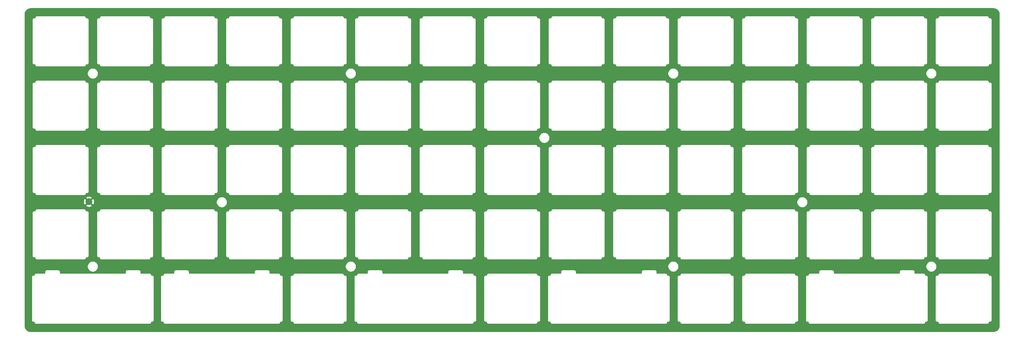
<source format=gbl>
G04 #@! TF.GenerationSoftware,KiCad,Pcbnew,(5.1.6)-1*
G04 #@! TF.CreationDate,2020-07-06T08:42:54-04:00*
G04 #@! TF.ProjectId,ki75rt_PlateSwitch,6b693735-7274-45f5-906c-617465537769,rev?*
G04 #@! TF.SameCoordinates,Original*
G04 #@! TF.FileFunction,Copper,L2,Bot*
G04 #@! TF.FilePolarity,Positive*
%FSLAX46Y46*%
G04 Gerber Fmt 4.6, Leading zero omitted, Abs format (unit mm)*
G04 Created by KiCad (PCBNEW (5.1.6)-1) date 2020-07-06 08:42:54*
%MOMM*%
%LPD*%
G01*
G04 APERTURE LIST*
G04 #@! TA.AperFunction,Conductor*
%ADD10C,2.000000*%
G04 #@! TD*
G04 #@! TA.AperFunction,Conductor*
%ADD11C,0.254000*%
G04 #@! TD*
G04 APERTURE END LIST*
D10*
X46482000Y-85598000D03*
D11*
G36*
X313879993Y-28401241D02*
G01*
X314215444Y-28502520D01*
X314524841Y-28667029D01*
X314796387Y-28888498D01*
X315019750Y-29158497D01*
X315186414Y-29466735D01*
X315290033Y-29801474D01*
X315329501Y-30176988D01*
X315329500Y-122208982D01*
X315292509Y-122586243D01*
X315191231Y-122921693D01*
X315026722Y-123231089D01*
X314805251Y-123502639D01*
X314535253Y-123726000D01*
X314227015Y-123892664D01*
X313892276Y-123996283D01*
X313516771Y-124035750D01*
X29397268Y-124035750D01*
X29020007Y-123998759D01*
X28684557Y-123897481D01*
X28375161Y-123732972D01*
X28103611Y-123511501D01*
X27880250Y-123241503D01*
X27713586Y-122933265D01*
X27609967Y-122598526D01*
X27570500Y-122223021D01*
X27570500Y-107900001D01*
X29514301Y-107900001D01*
X29517000Y-107927403D01*
X29517001Y-120672586D01*
X29514301Y-120699999D01*
X29525075Y-120809386D01*
X29556982Y-120914569D01*
X29608796Y-121011507D01*
X29678526Y-121096473D01*
X29763492Y-121166203D01*
X29860430Y-121218017D01*
X29965613Y-121249924D01*
X30047597Y-121257999D01*
X30047598Y-121257999D01*
X30075000Y-121260698D01*
X30102403Y-121257999D01*
X30317000Y-121257999D01*
X30317000Y-121272597D01*
X30314301Y-121300000D01*
X30325075Y-121409387D01*
X30356982Y-121514570D01*
X30408796Y-121611508D01*
X30478526Y-121696474D01*
X30563492Y-121766204D01*
X30660430Y-121818018D01*
X30765613Y-121849925D01*
X30847597Y-121858000D01*
X30847598Y-121858000D01*
X30875000Y-121860699D01*
X30902403Y-121858000D01*
X64347607Y-121858000D01*
X64374999Y-121860698D01*
X64402394Y-121858000D01*
X64402402Y-121858000D01*
X64484386Y-121849925D01*
X64589569Y-121818018D01*
X64686507Y-121766204D01*
X64771473Y-121696474D01*
X64841203Y-121611508D01*
X64893017Y-121514570D01*
X64924924Y-121409387D01*
X64935698Y-121300000D01*
X64932998Y-121272589D01*
X64932998Y-121257999D01*
X65147597Y-121257999D01*
X65175000Y-121260698D01*
X65202402Y-121257999D01*
X65202403Y-121257999D01*
X65284387Y-121249924D01*
X65389570Y-121218017D01*
X65486508Y-121166203D01*
X65571474Y-121096473D01*
X65641204Y-121011507D01*
X65693018Y-120914569D01*
X65724925Y-120809386D01*
X65735699Y-120699999D01*
X65733000Y-120672596D01*
X65733000Y-107927403D01*
X65735699Y-107900001D01*
X67614301Y-107900001D01*
X67617000Y-107927403D01*
X67617001Y-120672586D01*
X67614301Y-120699999D01*
X67625075Y-120809386D01*
X67656982Y-120914569D01*
X67708796Y-121011507D01*
X67778526Y-121096473D01*
X67863492Y-121166203D01*
X67960430Y-121218017D01*
X68065613Y-121249924D01*
X68147597Y-121257999D01*
X68147598Y-121257999D01*
X68175000Y-121260698D01*
X68202403Y-121257999D01*
X68417000Y-121257999D01*
X68417000Y-121272597D01*
X68414301Y-121300000D01*
X68425075Y-121409387D01*
X68456982Y-121514570D01*
X68508796Y-121611508D01*
X68578526Y-121696474D01*
X68663492Y-121766204D01*
X68760430Y-121818018D01*
X68865613Y-121849925D01*
X68947597Y-121858000D01*
X68947598Y-121858000D01*
X68975000Y-121860699D01*
X69002403Y-121858000D01*
X102447607Y-121858000D01*
X102474999Y-121860698D01*
X102502394Y-121858000D01*
X102502402Y-121858000D01*
X102584386Y-121849925D01*
X102689569Y-121818018D01*
X102786507Y-121766204D01*
X102871473Y-121696474D01*
X102941203Y-121611508D01*
X102993017Y-121514570D01*
X103024924Y-121409387D01*
X103035698Y-121300000D01*
X103032998Y-121272589D01*
X103032998Y-121257999D01*
X103247597Y-121257999D01*
X103275000Y-121260698D01*
X103302402Y-121257999D01*
X103302403Y-121257999D01*
X103384387Y-121249924D01*
X103489570Y-121218017D01*
X103586508Y-121166203D01*
X103671474Y-121096473D01*
X103741204Y-121011507D01*
X103793018Y-120914569D01*
X103824925Y-120809386D01*
X103835699Y-120699999D01*
X103833000Y-120672596D01*
X103833000Y-107927403D01*
X103835699Y-107900001D01*
X105939301Y-107900001D01*
X105942000Y-107927403D01*
X105942001Y-120672586D01*
X105939301Y-120699999D01*
X105950075Y-120809386D01*
X105981982Y-120914569D01*
X106033796Y-121011507D01*
X106103526Y-121096473D01*
X106188492Y-121166203D01*
X106285430Y-121218017D01*
X106390613Y-121249924D01*
X106472597Y-121257999D01*
X106472598Y-121257999D01*
X106500000Y-121260698D01*
X106527403Y-121257999D01*
X106742001Y-121257999D01*
X106742001Y-121272597D01*
X106739302Y-121300000D01*
X106750076Y-121409387D01*
X106781983Y-121514570D01*
X106833797Y-121611508D01*
X106903527Y-121696474D01*
X106988493Y-121766204D01*
X107085431Y-121818018D01*
X107190614Y-121849925D01*
X107272598Y-121858000D01*
X107272599Y-121858000D01*
X107300001Y-121860699D01*
X107327404Y-121858000D01*
X121272596Y-121858000D01*
X121299999Y-121860699D01*
X121327401Y-121858000D01*
X121327402Y-121858000D01*
X121409386Y-121849925D01*
X121514569Y-121818018D01*
X121611507Y-121766204D01*
X121696473Y-121696474D01*
X121766203Y-121611508D01*
X121818017Y-121514570D01*
X121849924Y-121409387D01*
X121860698Y-121300000D01*
X121857999Y-121272597D01*
X121857999Y-121257999D01*
X122072596Y-121257999D01*
X122099999Y-121260698D01*
X122127401Y-121257999D01*
X122127402Y-121257999D01*
X122209386Y-121249924D01*
X122314569Y-121218017D01*
X122411507Y-121166203D01*
X122496473Y-121096473D01*
X122566203Y-121011507D01*
X122618017Y-120914569D01*
X122649924Y-120809386D01*
X122660698Y-120699999D01*
X122657999Y-120672596D01*
X122657999Y-107927403D01*
X122660698Y-107900001D01*
X124764301Y-107900001D01*
X124767000Y-107927403D01*
X124767001Y-120672586D01*
X124764301Y-120699999D01*
X124775075Y-120809386D01*
X124806982Y-120914569D01*
X124858796Y-121011507D01*
X124928526Y-121096473D01*
X125013492Y-121166203D01*
X125110430Y-121218017D01*
X125215613Y-121249924D01*
X125297597Y-121257999D01*
X125297598Y-121257999D01*
X125325000Y-121260698D01*
X125352403Y-121257999D01*
X125567000Y-121257999D01*
X125567000Y-121272597D01*
X125564301Y-121300000D01*
X125575075Y-121409387D01*
X125606982Y-121514570D01*
X125658796Y-121611508D01*
X125728526Y-121696474D01*
X125813492Y-121766204D01*
X125910430Y-121818018D01*
X126015613Y-121849925D01*
X126097597Y-121858000D01*
X126097598Y-121858000D01*
X126125000Y-121860699D01*
X126152403Y-121858000D01*
X159597607Y-121858000D01*
X159624999Y-121860698D01*
X159652394Y-121858000D01*
X159652402Y-121858000D01*
X159734386Y-121849925D01*
X159839569Y-121818018D01*
X159936507Y-121766204D01*
X160021473Y-121696474D01*
X160091203Y-121611508D01*
X160143017Y-121514570D01*
X160174924Y-121409387D01*
X160185698Y-121300000D01*
X160182998Y-121272589D01*
X160182998Y-121257999D01*
X160397597Y-121257999D01*
X160425000Y-121260698D01*
X160452402Y-121257999D01*
X160452403Y-121257999D01*
X160534387Y-121249924D01*
X160639570Y-121218017D01*
X160736508Y-121166203D01*
X160821474Y-121096473D01*
X160891204Y-121011507D01*
X160943018Y-120914569D01*
X160974925Y-120809386D01*
X160985699Y-120699999D01*
X160983000Y-120672596D01*
X160983000Y-107927403D01*
X160985699Y-107900001D01*
X163089301Y-107900001D01*
X163092000Y-107927403D01*
X163092001Y-120672586D01*
X163089301Y-120699999D01*
X163100075Y-120809386D01*
X163131982Y-120914569D01*
X163183796Y-121011507D01*
X163253526Y-121096473D01*
X163338492Y-121166203D01*
X163435430Y-121218017D01*
X163540613Y-121249924D01*
X163622597Y-121257999D01*
X163622598Y-121257999D01*
X163650000Y-121260698D01*
X163677403Y-121257999D01*
X163892001Y-121257999D01*
X163892001Y-121272597D01*
X163889302Y-121300000D01*
X163900076Y-121409387D01*
X163931983Y-121514570D01*
X163983797Y-121611508D01*
X164053527Y-121696474D01*
X164138493Y-121766204D01*
X164235431Y-121818018D01*
X164340614Y-121849925D01*
X164422598Y-121858000D01*
X164422599Y-121858000D01*
X164450001Y-121860699D01*
X164477404Y-121858000D01*
X178422596Y-121858000D01*
X178449999Y-121860699D01*
X178477401Y-121858000D01*
X178477402Y-121858000D01*
X178559386Y-121849925D01*
X178664569Y-121818018D01*
X178761507Y-121766204D01*
X178846473Y-121696474D01*
X178916203Y-121611508D01*
X178968017Y-121514570D01*
X178999924Y-121409387D01*
X179010698Y-121300000D01*
X179007999Y-121272597D01*
X179007999Y-121257999D01*
X179222596Y-121257999D01*
X179249999Y-121260698D01*
X179277401Y-121257999D01*
X179277402Y-121257999D01*
X179359386Y-121249924D01*
X179464569Y-121218017D01*
X179561507Y-121166203D01*
X179646473Y-121096473D01*
X179716203Y-121011507D01*
X179768017Y-120914569D01*
X179799924Y-120809386D01*
X179810698Y-120699999D01*
X179807999Y-120672596D01*
X179807999Y-107927403D01*
X179810698Y-107900001D01*
X181914301Y-107900001D01*
X181917000Y-107927403D01*
X181917001Y-120672586D01*
X181914301Y-120699999D01*
X181925075Y-120809386D01*
X181956982Y-120914569D01*
X182008796Y-121011507D01*
X182078526Y-121096473D01*
X182163492Y-121166203D01*
X182260430Y-121218017D01*
X182365613Y-121249924D01*
X182447597Y-121257999D01*
X182447598Y-121257999D01*
X182475000Y-121260698D01*
X182502403Y-121257999D01*
X182717000Y-121257999D01*
X182717000Y-121272597D01*
X182714301Y-121300000D01*
X182725075Y-121409387D01*
X182756982Y-121514570D01*
X182808796Y-121611508D01*
X182878526Y-121696474D01*
X182963492Y-121766204D01*
X183060430Y-121818018D01*
X183165613Y-121849925D01*
X183247597Y-121858000D01*
X183247598Y-121858000D01*
X183275000Y-121860699D01*
X183302403Y-121858000D01*
X216747607Y-121858000D01*
X216774999Y-121860698D01*
X216802394Y-121858000D01*
X216802402Y-121858000D01*
X216884386Y-121849925D01*
X216989569Y-121818018D01*
X217086507Y-121766204D01*
X217171473Y-121696474D01*
X217241203Y-121611508D01*
X217293017Y-121514570D01*
X217324924Y-121409387D01*
X217335698Y-121300000D01*
X217332998Y-121272589D01*
X217332998Y-121257999D01*
X217547597Y-121257999D01*
X217575000Y-121260698D01*
X217602402Y-121257999D01*
X217602403Y-121257999D01*
X217684387Y-121249924D01*
X217789570Y-121218017D01*
X217886508Y-121166203D01*
X217971474Y-121096473D01*
X218041204Y-121011507D01*
X218093018Y-120914569D01*
X218124925Y-120809386D01*
X218135699Y-120699999D01*
X218133000Y-120672596D01*
X218133000Y-107927403D01*
X218135699Y-107900001D01*
X220239301Y-107900001D01*
X220242000Y-107927403D01*
X220242001Y-120672586D01*
X220239301Y-120699999D01*
X220250075Y-120809386D01*
X220281982Y-120914569D01*
X220333796Y-121011507D01*
X220403526Y-121096473D01*
X220488492Y-121166203D01*
X220585430Y-121218017D01*
X220690613Y-121249924D01*
X220772597Y-121257999D01*
X220772598Y-121257999D01*
X220800000Y-121260698D01*
X220827403Y-121257999D01*
X221042001Y-121257999D01*
X221042001Y-121272597D01*
X221039302Y-121300000D01*
X221050076Y-121409387D01*
X221081983Y-121514570D01*
X221133797Y-121611508D01*
X221203527Y-121696474D01*
X221288493Y-121766204D01*
X221385431Y-121818018D01*
X221490614Y-121849925D01*
X221572598Y-121858000D01*
X221572599Y-121858000D01*
X221600001Y-121860699D01*
X221627404Y-121858000D01*
X235572596Y-121858000D01*
X235599999Y-121860699D01*
X235627401Y-121858000D01*
X235627402Y-121858000D01*
X235709386Y-121849925D01*
X235814569Y-121818018D01*
X235911507Y-121766204D01*
X235996473Y-121696474D01*
X236066203Y-121611508D01*
X236118017Y-121514570D01*
X236149924Y-121409387D01*
X236160698Y-121300000D01*
X236157999Y-121272597D01*
X236157999Y-121257999D01*
X236372596Y-121257999D01*
X236399999Y-121260698D01*
X236427401Y-121257999D01*
X236427402Y-121257999D01*
X236509386Y-121249924D01*
X236614569Y-121218017D01*
X236711507Y-121166203D01*
X236796473Y-121096473D01*
X236866203Y-121011507D01*
X236918017Y-120914569D01*
X236949924Y-120809386D01*
X236960698Y-120699999D01*
X236957999Y-120672596D01*
X236957999Y-107927403D01*
X236960698Y-107900001D01*
X239289301Y-107900001D01*
X239292000Y-107927403D01*
X239292001Y-120672586D01*
X239289301Y-120699999D01*
X239300075Y-120809386D01*
X239331982Y-120914569D01*
X239383796Y-121011507D01*
X239453526Y-121096473D01*
X239538492Y-121166203D01*
X239635430Y-121218017D01*
X239740613Y-121249924D01*
X239822597Y-121257999D01*
X239822598Y-121257999D01*
X239850000Y-121260698D01*
X239877403Y-121257999D01*
X240092001Y-121257999D01*
X240092001Y-121272597D01*
X240089302Y-121300000D01*
X240100076Y-121409387D01*
X240131983Y-121514570D01*
X240183797Y-121611508D01*
X240253527Y-121696474D01*
X240338493Y-121766204D01*
X240435431Y-121818018D01*
X240540614Y-121849925D01*
X240622598Y-121858000D01*
X240622599Y-121858000D01*
X240650001Y-121860699D01*
X240677404Y-121858000D01*
X254622596Y-121858000D01*
X254649999Y-121860699D01*
X254677401Y-121858000D01*
X254677402Y-121858000D01*
X254759386Y-121849925D01*
X254864569Y-121818018D01*
X254961507Y-121766204D01*
X255046473Y-121696474D01*
X255116203Y-121611508D01*
X255168017Y-121514570D01*
X255199924Y-121409387D01*
X255210698Y-121300000D01*
X255207999Y-121272597D01*
X255207999Y-121257999D01*
X255422596Y-121257999D01*
X255449999Y-121260698D01*
X255477401Y-121257999D01*
X255477402Y-121257999D01*
X255559386Y-121249924D01*
X255664569Y-121218017D01*
X255761507Y-121166203D01*
X255846473Y-121096473D01*
X255916203Y-121011507D01*
X255968017Y-120914569D01*
X255999924Y-120809386D01*
X256010698Y-120699999D01*
X256007999Y-120672596D01*
X256007999Y-107927403D01*
X256010698Y-107900001D01*
X258114301Y-107900001D01*
X258117000Y-107927403D01*
X258117001Y-120672586D01*
X258114301Y-120699999D01*
X258125075Y-120809386D01*
X258156982Y-120914569D01*
X258208796Y-121011507D01*
X258278526Y-121096473D01*
X258363492Y-121166203D01*
X258460430Y-121218017D01*
X258565613Y-121249924D01*
X258647597Y-121257999D01*
X258647598Y-121257999D01*
X258675000Y-121260698D01*
X258702403Y-121257999D01*
X258917000Y-121257999D01*
X258917000Y-121272597D01*
X258914301Y-121300000D01*
X258925075Y-121409387D01*
X258956982Y-121514570D01*
X259008796Y-121611508D01*
X259078526Y-121696474D01*
X259163492Y-121766204D01*
X259260430Y-121818018D01*
X259365613Y-121849925D01*
X259447597Y-121858000D01*
X259447598Y-121858000D01*
X259475000Y-121860699D01*
X259502403Y-121858000D01*
X292947607Y-121858000D01*
X292974999Y-121860698D01*
X293002394Y-121858000D01*
X293002402Y-121858000D01*
X293084386Y-121849925D01*
X293189569Y-121818018D01*
X293286507Y-121766204D01*
X293371473Y-121696474D01*
X293441203Y-121611508D01*
X293493017Y-121514570D01*
X293524924Y-121409387D01*
X293535698Y-121300000D01*
X293532998Y-121272589D01*
X293532998Y-121257999D01*
X293747597Y-121257999D01*
X293775000Y-121260698D01*
X293802402Y-121257999D01*
X293802403Y-121257999D01*
X293884387Y-121249924D01*
X293989570Y-121218017D01*
X294086508Y-121166203D01*
X294171474Y-121096473D01*
X294241204Y-121011507D01*
X294293018Y-120914569D01*
X294324925Y-120809386D01*
X294335699Y-120699999D01*
X294333000Y-120672596D01*
X294333000Y-107927403D01*
X294335699Y-107900001D01*
X296439301Y-107900001D01*
X296442000Y-107927403D01*
X296442001Y-120672586D01*
X296439301Y-120699999D01*
X296450075Y-120809386D01*
X296481982Y-120914569D01*
X296533796Y-121011507D01*
X296603526Y-121096473D01*
X296688492Y-121166203D01*
X296785430Y-121218017D01*
X296890613Y-121249924D01*
X296972597Y-121257999D01*
X296972598Y-121257999D01*
X297000000Y-121260698D01*
X297027403Y-121257999D01*
X297242001Y-121257999D01*
X297242001Y-121272597D01*
X297239302Y-121300000D01*
X297250076Y-121409387D01*
X297281983Y-121514570D01*
X297333797Y-121611508D01*
X297403527Y-121696474D01*
X297488493Y-121766204D01*
X297585431Y-121818018D01*
X297690614Y-121849925D01*
X297772598Y-121858000D01*
X297772599Y-121858000D01*
X297800001Y-121860699D01*
X297827404Y-121858000D01*
X311772596Y-121858000D01*
X311799999Y-121860699D01*
X311827401Y-121858000D01*
X311827402Y-121858000D01*
X311909386Y-121849925D01*
X312014569Y-121818018D01*
X312111507Y-121766204D01*
X312196473Y-121696474D01*
X312266203Y-121611508D01*
X312318017Y-121514570D01*
X312349924Y-121409387D01*
X312360698Y-121300000D01*
X312357999Y-121272597D01*
X312357999Y-121257999D01*
X312572596Y-121257999D01*
X312599999Y-121260698D01*
X312627401Y-121257999D01*
X312627402Y-121257999D01*
X312709386Y-121249924D01*
X312814569Y-121218017D01*
X312911507Y-121166203D01*
X312996473Y-121096473D01*
X313066203Y-121011507D01*
X313118017Y-120914569D01*
X313149924Y-120809386D01*
X313160698Y-120699999D01*
X313157999Y-120672596D01*
X313157999Y-107927403D01*
X313160698Y-107900001D01*
X313149924Y-107790614D01*
X313118017Y-107685431D01*
X313066203Y-107588493D01*
X312996473Y-107503527D01*
X312911507Y-107433797D01*
X312814569Y-107381983D01*
X312709386Y-107350076D01*
X312627402Y-107342001D01*
X312599999Y-107339302D01*
X312572597Y-107342001D01*
X312357999Y-107342001D01*
X312357999Y-107327402D01*
X312360698Y-107300000D01*
X312349924Y-107190613D01*
X312318017Y-107085430D01*
X312266203Y-106988492D01*
X312196473Y-106903526D01*
X312111507Y-106833796D01*
X312014569Y-106781982D01*
X311909386Y-106750075D01*
X311827402Y-106742000D01*
X311799999Y-106739301D01*
X311772597Y-106742000D01*
X297827403Y-106742000D01*
X297800001Y-106739301D01*
X297772598Y-106742000D01*
X297690614Y-106750075D01*
X297585431Y-106781982D01*
X297488493Y-106833796D01*
X297403527Y-106903526D01*
X297333797Y-106988492D01*
X297281983Y-107085430D01*
X297250076Y-107190613D01*
X297239302Y-107300000D01*
X297242001Y-107327402D01*
X297242001Y-107342001D01*
X297027402Y-107342001D01*
X297000000Y-107339302D01*
X296972597Y-107342001D01*
X296890613Y-107350076D01*
X296785430Y-107381983D01*
X296688492Y-107433797D01*
X296603526Y-107503527D01*
X296533796Y-107588493D01*
X296481982Y-107685431D01*
X296450075Y-107790614D01*
X296439301Y-107900001D01*
X294335699Y-107900001D01*
X294324925Y-107790614D01*
X294293018Y-107685431D01*
X294241204Y-107588493D01*
X294171474Y-107503527D01*
X294086508Y-107433797D01*
X293989570Y-107381983D01*
X293884387Y-107350076D01*
X293802403Y-107342001D01*
X293775000Y-107339302D01*
X293747598Y-107342001D01*
X293533000Y-107342001D01*
X293533000Y-107327402D01*
X293535699Y-107300000D01*
X293524925Y-107190613D01*
X293493018Y-107085430D01*
X293441204Y-106988492D01*
X293371474Y-106903526D01*
X293286508Y-106833796D01*
X293189570Y-106781982D01*
X293084387Y-106750075D01*
X293002403Y-106742000D01*
X292975000Y-106739301D01*
X292947598Y-106742000D01*
X290382492Y-106742000D01*
X290382492Y-106327404D01*
X290385191Y-106300001D01*
X290374417Y-106190614D01*
X290342510Y-106085431D01*
X290290696Y-105988493D01*
X290220966Y-105903527D01*
X290136000Y-105833797D01*
X290039062Y-105781983D01*
X289933879Y-105750076D01*
X289851895Y-105742001D01*
X289824492Y-105739302D01*
X289797090Y-105742001D01*
X286451894Y-105742001D01*
X286424492Y-105739302D01*
X286397089Y-105742001D01*
X286315105Y-105750076D01*
X286209922Y-105781983D01*
X286112984Y-105833797D01*
X286028018Y-105903527D01*
X285958288Y-105988493D01*
X285906474Y-106085431D01*
X285874567Y-106190614D01*
X285863793Y-106300001D01*
X285866492Y-106327404D01*
X285866492Y-106742000D01*
X266583508Y-106742000D01*
X266583508Y-106327404D01*
X266586207Y-106300001D01*
X266575433Y-106190614D01*
X266543526Y-106085431D01*
X266491712Y-105988493D01*
X266421982Y-105903527D01*
X266337016Y-105833797D01*
X266240078Y-105781983D01*
X266134895Y-105750076D01*
X266052911Y-105742001D01*
X266025508Y-105739302D01*
X265998106Y-105742001D01*
X262652910Y-105742001D01*
X262625508Y-105739302D01*
X262598105Y-105742001D01*
X262516121Y-105750076D01*
X262410938Y-105781983D01*
X262314000Y-105833797D01*
X262229034Y-105903527D01*
X262159304Y-105988493D01*
X262107490Y-106085431D01*
X262075583Y-106190614D01*
X262064809Y-106300001D01*
X262067508Y-106327404D01*
X262067508Y-106742000D01*
X259502402Y-106742000D01*
X259475000Y-106739301D01*
X259447597Y-106742000D01*
X259365613Y-106750075D01*
X259260430Y-106781982D01*
X259163492Y-106833796D01*
X259078526Y-106903526D01*
X259008796Y-106988492D01*
X258956982Y-107085430D01*
X258925075Y-107190613D01*
X258914301Y-107300000D01*
X258917000Y-107327402D01*
X258917000Y-107342001D01*
X258702402Y-107342001D01*
X258675000Y-107339302D01*
X258647597Y-107342001D01*
X258565613Y-107350076D01*
X258460430Y-107381983D01*
X258363492Y-107433797D01*
X258278526Y-107503527D01*
X258208796Y-107588493D01*
X258156982Y-107685431D01*
X258125075Y-107790614D01*
X258114301Y-107900001D01*
X256010698Y-107900001D01*
X255999924Y-107790614D01*
X255968017Y-107685431D01*
X255916203Y-107588493D01*
X255846473Y-107503527D01*
X255761507Y-107433797D01*
X255664569Y-107381983D01*
X255559386Y-107350076D01*
X255477402Y-107342001D01*
X255449999Y-107339302D01*
X255422597Y-107342001D01*
X255207999Y-107342001D01*
X255207999Y-107327402D01*
X255210698Y-107300000D01*
X255199924Y-107190613D01*
X255168017Y-107085430D01*
X255116203Y-106988492D01*
X255046473Y-106903526D01*
X254961507Y-106833796D01*
X254864569Y-106781982D01*
X254759386Y-106750075D01*
X254677402Y-106742000D01*
X254649999Y-106739301D01*
X254622597Y-106742000D01*
X240677403Y-106742000D01*
X240650001Y-106739301D01*
X240622598Y-106742000D01*
X240540614Y-106750075D01*
X240435431Y-106781982D01*
X240338493Y-106833796D01*
X240253527Y-106903526D01*
X240183797Y-106988492D01*
X240131983Y-107085430D01*
X240100076Y-107190613D01*
X240089302Y-107300000D01*
X240092001Y-107327402D01*
X240092001Y-107342001D01*
X239877402Y-107342001D01*
X239850000Y-107339302D01*
X239822597Y-107342001D01*
X239740613Y-107350076D01*
X239635430Y-107381983D01*
X239538492Y-107433797D01*
X239453526Y-107503527D01*
X239383796Y-107588493D01*
X239331982Y-107685431D01*
X239300075Y-107790614D01*
X239289301Y-107900001D01*
X236960698Y-107900001D01*
X236949924Y-107790614D01*
X236918017Y-107685431D01*
X236866203Y-107588493D01*
X236796473Y-107503527D01*
X236711507Y-107433797D01*
X236614569Y-107381983D01*
X236509386Y-107350076D01*
X236427402Y-107342001D01*
X236399999Y-107339302D01*
X236372597Y-107342001D01*
X236157999Y-107342001D01*
X236157999Y-107327402D01*
X236160698Y-107300000D01*
X236149924Y-107190613D01*
X236118017Y-107085430D01*
X236066203Y-106988492D01*
X235996473Y-106903526D01*
X235911507Y-106833796D01*
X235814569Y-106781982D01*
X235709386Y-106750075D01*
X235627402Y-106742000D01*
X235599999Y-106739301D01*
X235572597Y-106742000D01*
X221627403Y-106742000D01*
X221600001Y-106739301D01*
X221572598Y-106742000D01*
X221490614Y-106750075D01*
X221385431Y-106781982D01*
X221288493Y-106833796D01*
X221203527Y-106903526D01*
X221133797Y-106988492D01*
X221081983Y-107085430D01*
X221050076Y-107190613D01*
X221039302Y-107300000D01*
X221042001Y-107327402D01*
X221042001Y-107342001D01*
X220827402Y-107342001D01*
X220800000Y-107339302D01*
X220772597Y-107342001D01*
X220690613Y-107350076D01*
X220585430Y-107381983D01*
X220488492Y-107433797D01*
X220403526Y-107503527D01*
X220333796Y-107588493D01*
X220281982Y-107685431D01*
X220250075Y-107790614D01*
X220239301Y-107900001D01*
X218135699Y-107900001D01*
X218124925Y-107790614D01*
X218093018Y-107685431D01*
X218041204Y-107588493D01*
X217971474Y-107503527D01*
X217886508Y-107433797D01*
X217789570Y-107381983D01*
X217684387Y-107350076D01*
X217602403Y-107342001D01*
X217575000Y-107339302D01*
X217547598Y-107342001D01*
X217333000Y-107342001D01*
X217333000Y-107327402D01*
X217335699Y-107300000D01*
X217324925Y-107190613D01*
X217293018Y-107085430D01*
X217241204Y-106988492D01*
X217171474Y-106903526D01*
X217086508Y-106833796D01*
X216989570Y-106781982D01*
X216884387Y-106750075D01*
X216802403Y-106742000D01*
X216775000Y-106739301D01*
X216747598Y-106742000D01*
X214182492Y-106742000D01*
X214182492Y-106327404D01*
X214185191Y-106300001D01*
X214174417Y-106190614D01*
X214142510Y-106085431D01*
X214090696Y-105988493D01*
X214020966Y-105903527D01*
X213936000Y-105833797D01*
X213839062Y-105781983D01*
X213733879Y-105750076D01*
X213651895Y-105742001D01*
X213624492Y-105739302D01*
X213597090Y-105742001D01*
X210251894Y-105742001D01*
X210224492Y-105739302D01*
X210197089Y-105742001D01*
X210115105Y-105750076D01*
X210009922Y-105781983D01*
X209912984Y-105833797D01*
X209828018Y-105903527D01*
X209758288Y-105988493D01*
X209706474Y-106085431D01*
X209674567Y-106190614D01*
X209663793Y-106300001D01*
X209666492Y-106327404D01*
X209666492Y-106742000D01*
X190383508Y-106742000D01*
X190383508Y-106327404D01*
X190386207Y-106300001D01*
X190375433Y-106190614D01*
X190343526Y-106085431D01*
X190291712Y-105988493D01*
X190221982Y-105903527D01*
X190137016Y-105833797D01*
X190040078Y-105781983D01*
X189934895Y-105750076D01*
X189852911Y-105742001D01*
X189825508Y-105739302D01*
X189798106Y-105742001D01*
X186452910Y-105742001D01*
X186425508Y-105739302D01*
X186398105Y-105742001D01*
X186316121Y-105750076D01*
X186210938Y-105781983D01*
X186114000Y-105833797D01*
X186029034Y-105903527D01*
X185959304Y-105988493D01*
X185907490Y-106085431D01*
X185875583Y-106190614D01*
X185864809Y-106300001D01*
X185867508Y-106327404D01*
X185867508Y-106742000D01*
X183302402Y-106742000D01*
X183275000Y-106739301D01*
X183247597Y-106742000D01*
X183165613Y-106750075D01*
X183060430Y-106781982D01*
X182963492Y-106833796D01*
X182878526Y-106903526D01*
X182808796Y-106988492D01*
X182756982Y-107085430D01*
X182725075Y-107190613D01*
X182714301Y-107300000D01*
X182717000Y-107327402D01*
X182717000Y-107342001D01*
X182502402Y-107342001D01*
X182475000Y-107339302D01*
X182447597Y-107342001D01*
X182365613Y-107350076D01*
X182260430Y-107381983D01*
X182163492Y-107433797D01*
X182078526Y-107503527D01*
X182008796Y-107588493D01*
X181956982Y-107685431D01*
X181925075Y-107790614D01*
X181914301Y-107900001D01*
X179810698Y-107900001D01*
X179799924Y-107790614D01*
X179768017Y-107685431D01*
X179716203Y-107588493D01*
X179646473Y-107503527D01*
X179561507Y-107433797D01*
X179464569Y-107381983D01*
X179359386Y-107350076D01*
X179277402Y-107342001D01*
X179249999Y-107339302D01*
X179222597Y-107342001D01*
X179007999Y-107342001D01*
X179007999Y-107327402D01*
X179010698Y-107300000D01*
X178999924Y-107190613D01*
X178968017Y-107085430D01*
X178916203Y-106988492D01*
X178846473Y-106903526D01*
X178761507Y-106833796D01*
X178664569Y-106781982D01*
X178559386Y-106750075D01*
X178477402Y-106742000D01*
X178449999Y-106739301D01*
X178422597Y-106742000D01*
X164477403Y-106742000D01*
X164450001Y-106739301D01*
X164422598Y-106742000D01*
X164340614Y-106750075D01*
X164235431Y-106781982D01*
X164138493Y-106833796D01*
X164053527Y-106903526D01*
X163983797Y-106988492D01*
X163931983Y-107085430D01*
X163900076Y-107190613D01*
X163889302Y-107300000D01*
X163892001Y-107327402D01*
X163892001Y-107342001D01*
X163677402Y-107342001D01*
X163650000Y-107339302D01*
X163622597Y-107342001D01*
X163540613Y-107350076D01*
X163435430Y-107381983D01*
X163338492Y-107433797D01*
X163253526Y-107503527D01*
X163183796Y-107588493D01*
X163131982Y-107685431D01*
X163100075Y-107790614D01*
X163089301Y-107900001D01*
X160985699Y-107900001D01*
X160974925Y-107790614D01*
X160943018Y-107685431D01*
X160891204Y-107588493D01*
X160821474Y-107503527D01*
X160736508Y-107433797D01*
X160639570Y-107381983D01*
X160534387Y-107350076D01*
X160452403Y-107342001D01*
X160425000Y-107339302D01*
X160397598Y-107342001D01*
X160183000Y-107342001D01*
X160183000Y-107327402D01*
X160185699Y-107300000D01*
X160174925Y-107190613D01*
X160143018Y-107085430D01*
X160091204Y-106988492D01*
X160021474Y-106903526D01*
X159936508Y-106833796D01*
X159839570Y-106781982D01*
X159734387Y-106750075D01*
X159652403Y-106742000D01*
X159625000Y-106739301D01*
X159597598Y-106742000D01*
X157032492Y-106742000D01*
X157032492Y-106327404D01*
X157035191Y-106300001D01*
X157024417Y-106190614D01*
X156992510Y-106085431D01*
X156940696Y-105988493D01*
X156870966Y-105903527D01*
X156786000Y-105833797D01*
X156689062Y-105781983D01*
X156583879Y-105750076D01*
X156501895Y-105742001D01*
X156474492Y-105739302D01*
X156447090Y-105742001D01*
X153101894Y-105742001D01*
X153074492Y-105739302D01*
X153047089Y-105742001D01*
X152965105Y-105750076D01*
X152859922Y-105781983D01*
X152762984Y-105833797D01*
X152678018Y-105903527D01*
X152608288Y-105988493D01*
X152556474Y-106085431D01*
X152524567Y-106190614D01*
X152513793Y-106300001D01*
X152516492Y-106327404D01*
X152516492Y-106742000D01*
X133233508Y-106742000D01*
X133233508Y-106327404D01*
X133236207Y-106300001D01*
X133225433Y-106190614D01*
X133193526Y-106085431D01*
X133141712Y-105988493D01*
X133071982Y-105903527D01*
X132987016Y-105833797D01*
X132890078Y-105781983D01*
X132784895Y-105750076D01*
X132702911Y-105742001D01*
X132675508Y-105739302D01*
X132648106Y-105742001D01*
X129302910Y-105742001D01*
X129275508Y-105739302D01*
X129248105Y-105742001D01*
X129166121Y-105750076D01*
X129060938Y-105781983D01*
X128964000Y-105833797D01*
X128879034Y-105903527D01*
X128809304Y-105988493D01*
X128757490Y-106085431D01*
X128725583Y-106190614D01*
X128714809Y-106300001D01*
X128717508Y-106327404D01*
X128717508Y-106742000D01*
X126152402Y-106742000D01*
X126125000Y-106739301D01*
X126097597Y-106742000D01*
X126015613Y-106750075D01*
X125910430Y-106781982D01*
X125813492Y-106833796D01*
X125728526Y-106903526D01*
X125658796Y-106988492D01*
X125606982Y-107085430D01*
X125575075Y-107190613D01*
X125564301Y-107300000D01*
X125567000Y-107327402D01*
X125567000Y-107342001D01*
X125352402Y-107342001D01*
X125325000Y-107339302D01*
X125297597Y-107342001D01*
X125215613Y-107350076D01*
X125110430Y-107381983D01*
X125013492Y-107433797D01*
X124928526Y-107503527D01*
X124858796Y-107588493D01*
X124806982Y-107685431D01*
X124775075Y-107790614D01*
X124764301Y-107900001D01*
X122660698Y-107900001D01*
X122649924Y-107790614D01*
X122618017Y-107685431D01*
X122566203Y-107588493D01*
X122496473Y-107503527D01*
X122411507Y-107433797D01*
X122314569Y-107381983D01*
X122209386Y-107350076D01*
X122127402Y-107342001D01*
X122099999Y-107339302D01*
X122072597Y-107342001D01*
X121857999Y-107342001D01*
X121857999Y-107327402D01*
X121860698Y-107300000D01*
X121849924Y-107190613D01*
X121818017Y-107085430D01*
X121766203Y-106988492D01*
X121696473Y-106903526D01*
X121611507Y-106833796D01*
X121514569Y-106781982D01*
X121409386Y-106750075D01*
X121327402Y-106742000D01*
X121299999Y-106739301D01*
X121272597Y-106742000D01*
X107327403Y-106742000D01*
X107300001Y-106739301D01*
X107272598Y-106742000D01*
X107190614Y-106750075D01*
X107085431Y-106781982D01*
X106988493Y-106833796D01*
X106903527Y-106903526D01*
X106833797Y-106988492D01*
X106781983Y-107085430D01*
X106750076Y-107190613D01*
X106739302Y-107300000D01*
X106742001Y-107327402D01*
X106742001Y-107342001D01*
X106527402Y-107342001D01*
X106500000Y-107339302D01*
X106472597Y-107342001D01*
X106390613Y-107350076D01*
X106285430Y-107381983D01*
X106188492Y-107433797D01*
X106103526Y-107503527D01*
X106033796Y-107588493D01*
X105981982Y-107685431D01*
X105950075Y-107790614D01*
X105939301Y-107900001D01*
X103835699Y-107900001D01*
X103824925Y-107790614D01*
X103793018Y-107685431D01*
X103741204Y-107588493D01*
X103671474Y-107503527D01*
X103586508Y-107433797D01*
X103489570Y-107381983D01*
X103384387Y-107350076D01*
X103302403Y-107342001D01*
X103275000Y-107339302D01*
X103247598Y-107342001D01*
X103033000Y-107342001D01*
X103033000Y-107327402D01*
X103035699Y-107300000D01*
X103024925Y-107190613D01*
X102993018Y-107085430D01*
X102941204Y-106988492D01*
X102871474Y-106903526D01*
X102786508Y-106833796D01*
X102689570Y-106781982D01*
X102584387Y-106750075D01*
X102502403Y-106742000D01*
X102475000Y-106739301D01*
X102447598Y-106742000D01*
X99882492Y-106742000D01*
X99882492Y-106327404D01*
X99885191Y-106300001D01*
X99874417Y-106190614D01*
X99842510Y-106085431D01*
X99790696Y-105988493D01*
X99720966Y-105903527D01*
X99636000Y-105833797D01*
X99539062Y-105781983D01*
X99433879Y-105750076D01*
X99351895Y-105742001D01*
X99324492Y-105739302D01*
X99297090Y-105742001D01*
X95951894Y-105742001D01*
X95924492Y-105739302D01*
X95897089Y-105742001D01*
X95815105Y-105750076D01*
X95709922Y-105781983D01*
X95612984Y-105833797D01*
X95528018Y-105903527D01*
X95458288Y-105988493D01*
X95406474Y-106085431D01*
X95374567Y-106190614D01*
X95363793Y-106300001D01*
X95366492Y-106327404D01*
X95366492Y-106742000D01*
X76083508Y-106742000D01*
X76083508Y-106327404D01*
X76086207Y-106300001D01*
X76075433Y-106190614D01*
X76043526Y-106085431D01*
X75991712Y-105988493D01*
X75921982Y-105903527D01*
X75837016Y-105833797D01*
X75740078Y-105781983D01*
X75634895Y-105750076D01*
X75552911Y-105742001D01*
X75525508Y-105739302D01*
X75498106Y-105742001D01*
X72152910Y-105742001D01*
X72125508Y-105739302D01*
X72098105Y-105742001D01*
X72016121Y-105750076D01*
X71910938Y-105781983D01*
X71814000Y-105833797D01*
X71729034Y-105903527D01*
X71659304Y-105988493D01*
X71607490Y-106085431D01*
X71575583Y-106190614D01*
X71564809Y-106300001D01*
X71567508Y-106327404D01*
X71567508Y-106742000D01*
X69002402Y-106742000D01*
X68975000Y-106739301D01*
X68947597Y-106742000D01*
X68865613Y-106750075D01*
X68760430Y-106781982D01*
X68663492Y-106833796D01*
X68578526Y-106903526D01*
X68508796Y-106988492D01*
X68456982Y-107085430D01*
X68425075Y-107190613D01*
X68414301Y-107300000D01*
X68417000Y-107327402D01*
X68417000Y-107342001D01*
X68202402Y-107342001D01*
X68175000Y-107339302D01*
X68147597Y-107342001D01*
X68065613Y-107350076D01*
X67960430Y-107381983D01*
X67863492Y-107433797D01*
X67778526Y-107503527D01*
X67708796Y-107588493D01*
X67656982Y-107685431D01*
X67625075Y-107790614D01*
X67614301Y-107900001D01*
X65735699Y-107900001D01*
X65724925Y-107790614D01*
X65693018Y-107685431D01*
X65641204Y-107588493D01*
X65571474Y-107503527D01*
X65486508Y-107433797D01*
X65389570Y-107381983D01*
X65284387Y-107350076D01*
X65202403Y-107342001D01*
X65175000Y-107339302D01*
X65147598Y-107342001D01*
X64933000Y-107342001D01*
X64933000Y-107327402D01*
X64935699Y-107300000D01*
X64924925Y-107190613D01*
X64893018Y-107085430D01*
X64841204Y-106988492D01*
X64771474Y-106903526D01*
X64686508Y-106833796D01*
X64589570Y-106781982D01*
X64484387Y-106750075D01*
X64402403Y-106742000D01*
X64375000Y-106739301D01*
X64347598Y-106742000D01*
X61782492Y-106742000D01*
X61782492Y-106327404D01*
X61785191Y-106300001D01*
X61774417Y-106190614D01*
X61742510Y-106085431D01*
X61690696Y-105988493D01*
X61620966Y-105903527D01*
X61536000Y-105833797D01*
X61439062Y-105781983D01*
X61333879Y-105750076D01*
X61251895Y-105742001D01*
X61224492Y-105739302D01*
X61197090Y-105742001D01*
X57851894Y-105742001D01*
X57824492Y-105739302D01*
X57797089Y-105742001D01*
X57715105Y-105750076D01*
X57609922Y-105781983D01*
X57512984Y-105833797D01*
X57428018Y-105903527D01*
X57358288Y-105988493D01*
X57306474Y-106085431D01*
X57274567Y-106190614D01*
X57263793Y-106300001D01*
X57266492Y-106327404D01*
X57266492Y-106742000D01*
X37983508Y-106742000D01*
X37983508Y-106327404D01*
X37986207Y-106300001D01*
X37975433Y-106190614D01*
X37943526Y-106085431D01*
X37891712Y-105988493D01*
X37821982Y-105903527D01*
X37737016Y-105833797D01*
X37640078Y-105781983D01*
X37534895Y-105750076D01*
X37452911Y-105742001D01*
X37425508Y-105739302D01*
X37398106Y-105742001D01*
X34052910Y-105742001D01*
X34025508Y-105739302D01*
X33998105Y-105742001D01*
X33916121Y-105750076D01*
X33810938Y-105781983D01*
X33714000Y-105833797D01*
X33629034Y-105903527D01*
X33559304Y-105988493D01*
X33507490Y-106085431D01*
X33475583Y-106190614D01*
X33464809Y-106300001D01*
X33467508Y-106327404D01*
X33467508Y-106742000D01*
X30902402Y-106742000D01*
X30875000Y-106739301D01*
X30847597Y-106742000D01*
X30765613Y-106750075D01*
X30660430Y-106781982D01*
X30563492Y-106833796D01*
X30478526Y-106903526D01*
X30408796Y-106988492D01*
X30356982Y-107085430D01*
X30325075Y-107190613D01*
X30314301Y-107300000D01*
X30317000Y-107327402D01*
X30317000Y-107342001D01*
X30102402Y-107342001D01*
X30075000Y-107339302D01*
X30047597Y-107342001D01*
X29965613Y-107350076D01*
X29860430Y-107381983D01*
X29763492Y-107433797D01*
X29678526Y-107503527D01*
X29608796Y-107588493D01*
X29556982Y-107685431D01*
X29525075Y-107790614D01*
X29514301Y-107900001D01*
X27570500Y-107900001D01*
X27570500Y-104616626D01*
X46017000Y-104616626D01*
X46017000Y-104933374D01*
X46078795Y-105244036D01*
X46200009Y-105536673D01*
X46375985Y-105800040D01*
X46599960Y-106024015D01*
X46863327Y-106199991D01*
X47155964Y-106321205D01*
X47466626Y-106383000D01*
X47783374Y-106383000D01*
X48094036Y-106321205D01*
X48386673Y-106199991D01*
X48650040Y-106024015D01*
X48874015Y-105800040D01*
X49049991Y-105536673D01*
X49171205Y-105244036D01*
X49233000Y-104933374D01*
X49233000Y-104616626D01*
X122217000Y-104616626D01*
X122217000Y-104933374D01*
X122278795Y-105244036D01*
X122400009Y-105536673D01*
X122575985Y-105800040D01*
X122799960Y-106024015D01*
X123063327Y-106199991D01*
X123355964Y-106321205D01*
X123666626Y-106383000D01*
X123983374Y-106383000D01*
X124294036Y-106321205D01*
X124586673Y-106199991D01*
X124850040Y-106024015D01*
X125074015Y-105800040D01*
X125249991Y-105536673D01*
X125371205Y-105244036D01*
X125433000Y-104933374D01*
X125433000Y-104616626D01*
X217467000Y-104616626D01*
X217467000Y-104933374D01*
X217528795Y-105244036D01*
X217650009Y-105536673D01*
X217825985Y-105800040D01*
X218049960Y-106024015D01*
X218313327Y-106199991D01*
X218605964Y-106321205D01*
X218916626Y-106383000D01*
X219233374Y-106383000D01*
X219544036Y-106321205D01*
X219836673Y-106199991D01*
X220100040Y-106024015D01*
X220324015Y-105800040D01*
X220499991Y-105536673D01*
X220621205Y-105244036D01*
X220683000Y-104933374D01*
X220683000Y-104616626D01*
X293667000Y-104616626D01*
X293667000Y-104933374D01*
X293728795Y-105244036D01*
X293850009Y-105536673D01*
X294025985Y-105800040D01*
X294249960Y-106024015D01*
X294513327Y-106199991D01*
X294805964Y-106321205D01*
X295116626Y-106383000D01*
X295433374Y-106383000D01*
X295744036Y-106321205D01*
X296036673Y-106199991D01*
X296300040Y-106024015D01*
X296524015Y-105800040D01*
X296699991Y-105536673D01*
X296821205Y-105244036D01*
X296883000Y-104933374D01*
X296883000Y-104616626D01*
X296821205Y-104305964D01*
X296699991Y-104013327D01*
X296524015Y-103749960D01*
X296300040Y-103525985D01*
X296036673Y-103350009D01*
X295744036Y-103228795D01*
X295433374Y-103167000D01*
X295116626Y-103167000D01*
X294805964Y-103228795D01*
X294513327Y-103350009D01*
X294249960Y-103525985D01*
X294025985Y-103749960D01*
X293850009Y-104013327D01*
X293728795Y-104305964D01*
X293667000Y-104616626D01*
X220683000Y-104616626D01*
X220621205Y-104305964D01*
X220499991Y-104013327D01*
X220324015Y-103749960D01*
X220100040Y-103525985D01*
X219836673Y-103350009D01*
X219544036Y-103228795D01*
X219233374Y-103167000D01*
X218916626Y-103167000D01*
X218605964Y-103228795D01*
X218313327Y-103350009D01*
X218049960Y-103525985D01*
X217825985Y-103749960D01*
X217650009Y-104013327D01*
X217528795Y-104305964D01*
X217467000Y-104616626D01*
X125433000Y-104616626D01*
X125371205Y-104305964D01*
X125249991Y-104013327D01*
X125074015Y-103749960D01*
X124850040Y-103525985D01*
X124586673Y-103350009D01*
X124294036Y-103228795D01*
X123983374Y-103167000D01*
X123666626Y-103167000D01*
X123355964Y-103228795D01*
X123063327Y-103350009D01*
X122799960Y-103525985D01*
X122575985Y-103749960D01*
X122400009Y-104013327D01*
X122278795Y-104305964D01*
X122217000Y-104616626D01*
X49233000Y-104616626D01*
X49171205Y-104305964D01*
X49049991Y-104013327D01*
X48874015Y-103749960D01*
X48650040Y-103525985D01*
X48386673Y-103350009D01*
X48094036Y-103228795D01*
X47783374Y-103167000D01*
X47466626Y-103167000D01*
X47155964Y-103228795D01*
X46863327Y-103350009D01*
X46599960Y-103525985D01*
X46375985Y-103749960D01*
X46200009Y-104013327D01*
X46078795Y-104305964D01*
X46017000Y-104616626D01*
X27570500Y-104616626D01*
X27570500Y-88850001D01*
X29739301Y-88850001D01*
X29742000Y-88877403D01*
X29742001Y-101622586D01*
X29739301Y-101649999D01*
X29750075Y-101759386D01*
X29781982Y-101864569D01*
X29833796Y-101961507D01*
X29903526Y-102046473D01*
X29988492Y-102116203D01*
X30085430Y-102168017D01*
X30190613Y-102199924D01*
X30272597Y-102207999D01*
X30272598Y-102207999D01*
X30300000Y-102210698D01*
X30327403Y-102207999D01*
X30542001Y-102207999D01*
X30542001Y-102222597D01*
X30539302Y-102250000D01*
X30550076Y-102359387D01*
X30581983Y-102464570D01*
X30633797Y-102561508D01*
X30703527Y-102646474D01*
X30788493Y-102716204D01*
X30885431Y-102768018D01*
X30990614Y-102799925D01*
X31072598Y-102808000D01*
X31072599Y-102808000D01*
X31100001Y-102810699D01*
X31127404Y-102808000D01*
X45072596Y-102808000D01*
X45099999Y-102810699D01*
X45127401Y-102808000D01*
X45127402Y-102808000D01*
X45209386Y-102799925D01*
X45314569Y-102768018D01*
X45411507Y-102716204D01*
X45496473Y-102646474D01*
X45566203Y-102561508D01*
X45618017Y-102464570D01*
X45649924Y-102359387D01*
X45660698Y-102250000D01*
X45657999Y-102222597D01*
X45657999Y-102207999D01*
X45872596Y-102207999D01*
X45899999Y-102210698D01*
X45927401Y-102207999D01*
X45927402Y-102207999D01*
X46009386Y-102199924D01*
X46114569Y-102168017D01*
X46211507Y-102116203D01*
X46296473Y-102046473D01*
X46366203Y-101961507D01*
X46418017Y-101864569D01*
X46449924Y-101759386D01*
X46460698Y-101649999D01*
X46457999Y-101622596D01*
X46457999Y-88877403D01*
X46460698Y-88850001D01*
X48789301Y-88850001D01*
X48792000Y-88877403D01*
X48792001Y-101622586D01*
X48789301Y-101649999D01*
X48800075Y-101759386D01*
X48831982Y-101864569D01*
X48883796Y-101961507D01*
X48953526Y-102046473D01*
X49038492Y-102116203D01*
X49135430Y-102168017D01*
X49240613Y-102199924D01*
X49322597Y-102207999D01*
X49322598Y-102207999D01*
X49350000Y-102210698D01*
X49377403Y-102207999D01*
X49592001Y-102207999D01*
X49592001Y-102222597D01*
X49589302Y-102250000D01*
X49600076Y-102359387D01*
X49631983Y-102464570D01*
X49683797Y-102561508D01*
X49753527Y-102646474D01*
X49838493Y-102716204D01*
X49935431Y-102768018D01*
X50040614Y-102799925D01*
X50122598Y-102808000D01*
X50122599Y-102808000D01*
X50150001Y-102810699D01*
X50177404Y-102808000D01*
X64122596Y-102808000D01*
X64149999Y-102810699D01*
X64177401Y-102808000D01*
X64177402Y-102808000D01*
X64259386Y-102799925D01*
X64364569Y-102768018D01*
X64461507Y-102716204D01*
X64546473Y-102646474D01*
X64616203Y-102561508D01*
X64668017Y-102464570D01*
X64699924Y-102359387D01*
X64710698Y-102250000D01*
X64707999Y-102222597D01*
X64707999Y-102207999D01*
X64922596Y-102207999D01*
X64949999Y-102210698D01*
X64977401Y-102207999D01*
X64977402Y-102207999D01*
X65059386Y-102199924D01*
X65164569Y-102168017D01*
X65261507Y-102116203D01*
X65346473Y-102046473D01*
X65416203Y-101961507D01*
X65468017Y-101864569D01*
X65499924Y-101759386D01*
X65510698Y-101649999D01*
X65507999Y-101622596D01*
X65507999Y-88877403D01*
X65510698Y-88850001D01*
X67839301Y-88850001D01*
X67842000Y-88877403D01*
X67842001Y-101622586D01*
X67839301Y-101649999D01*
X67850075Y-101759386D01*
X67881982Y-101864569D01*
X67933796Y-101961507D01*
X68003526Y-102046473D01*
X68088492Y-102116203D01*
X68185430Y-102168017D01*
X68290613Y-102199924D01*
X68372597Y-102207999D01*
X68372598Y-102207999D01*
X68400000Y-102210698D01*
X68427403Y-102207999D01*
X68642001Y-102207999D01*
X68642001Y-102222597D01*
X68639302Y-102250000D01*
X68650076Y-102359387D01*
X68681983Y-102464570D01*
X68733797Y-102561508D01*
X68803527Y-102646474D01*
X68888493Y-102716204D01*
X68985431Y-102768018D01*
X69090614Y-102799925D01*
X69172598Y-102808000D01*
X69172599Y-102808000D01*
X69200001Y-102810699D01*
X69227404Y-102808000D01*
X83172596Y-102808000D01*
X83199999Y-102810699D01*
X83227401Y-102808000D01*
X83227402Y-102808000D01*
X83309386Y-102799925D01*
X83414569Y-102768018D01*
X83511507Y-102716204D01*
X83596473Y-102646474D01*
X83666203Y-102561508D01*
X83718017Y-102464570D01*
X83749924Y-102359387D01*
X83760698Y-102250000D01*
X83757999Y-102222597D01*
X83757999Y-102207999D01*
X83972596Y-102207999D01*
X83999999Y-102210698D01*
X84027401Y-102207999D01*
X84027402Y-102207999D01*
X84109386Y-102199924D01*
X84214569Y-102168017D01*
X84311507Y-102116203D01*
X84396473Y-102046473D01*
X84466203Y-101961507D01*
X84518017Y-101864569D01*
X84549924Y-101759386D01*
X84560698Y-101649999D01*
X84557999Y-101622596D01*
X84557999Y-88877403D01*
X84560698Y-88850001D01*
X86889301Y-88850001D01*
X86892000Y-88877403D01*
X86892001Y-101622586D01*
X86889301Y-101649999D01*
X86900075Y-101759386D01*
X86931982Y-101864569D01*
X86983796Y-101961507D01*
X87053526Y-102046473D01*
X87138492Y-102116203D01*
X87235430Y-102168017D01*
X87340613Y-102199924D01*
X87422597Y-102207999D01*
X87422598Y-102207999D01*
X87450000Y-102210698D01*
X87477403Y-102207999D01*
X87692001Y-102207999D01*
X87692001Y-102222597D01*
X87689302Y-102250000D01*
X87700076Y-102359387D01*
X87731983Y-102464570D01*
X87783797Y-102561508D01*
X87853527Y-102646474D01*
X87938493Y-102716204D01*
X88035431Y-102768018D01*
X88140614Y-102799925D01*
X88222598Y-102808000D01*
X88222599Y-102808000D01*
X88250001Y-102810699D01*
X88277404Y-102808000D01*
X102222596Y-102808000D01*
X102249999Y-102810699D01*
X102277401Y-102808000D01*
X102277402Y-102808000D01*
X102359386Y-102799925D01*
X102464569Y-102768018D01*
X102561507Y-102716204D01*
X102646473Y-102646474D01*
X102716203Y-102561508D01*
X102768017Y-102464570D01*
X102799924Y-102359387D01*
X102810698Y-102250000D01*
X102807999Y-102222597D01*
X102807999Y-102207999D01*
X103022596Y-102207999D01*
X103049999Y-102210698D01*
X103077401Y-102207999D01*
X103077402Y-102207999D01*
X103159386Y-102199924D01*
X103264569Y-102168017D01*
X103361507Y-102116203D01*
X103446473Y-102046473D01*
X103516203Y-101961507D01*
X103568017Y-101864569D01*
X103599924Y-101759386D01*
X103610698Y-101649999D01*
X103607999Y-101622596D01*
X103607999Y-88877403D01*
X103610698Y-88850001D01*
X105939301Y-88850001D01*
X105942000Y-88877403D01*
X105942001Y-101622586D01*
X105939301Y-101649999D01*
X105950075Y-101759386D01*
X105981982Y-101864569D01*
X106033796Y-101961507D01*
X106103526Y-102046473D01*
X106188492Y-102116203D01*
X106285430Y-102168017D01*
X106390613Y-102199924D01*
X106472597Y-102207999D01*
X106472598Y-102207999D01*
X106500000Y-102210698D01*
X106527403Y-102207999D01*
X106742001Y-102207999D01*
X106742001Y-102222597D01*
X106739302Y-102250000D01*
X106750076Y-102359387D01*
X106781983Y-102464570D01*
X106833797Y-102561508D01*
X106903527Y-102646474D01*
X106988493Y-102716204D01*
X107085431Y-102768018D01*
X107190614Y-102799925D01*
X107272598Y-102808000D01*
X107272599Y-102808000D01*
X107300001Y-102810699D01*
X107327404Y-102808000D01*
X121272596Y-102808000D01*
X121299999Y-102810699D01*
X121327401Y-102808000D01*
X121327402Y-102808000D01*
X121409386Y-102799925D01*
X121514569Y-102768018D01*
X121611507Y-102716204D01*
X121696473Y-102646474D01*
X121766203Y-102561508D01*
X121818017Y-102464570D01*
X121849924Y-102359387D01*
X121860698Y-102250000D01*
X121857999Y-102222597D01*
X121857999Y-102207999D01*
X122072596Y-102207999D01*
X122099999Y-102210698D01*
X122127401Y-102207999D01*
X122127402Y-102207999D01*
X122209386Y-102199924D01*
X122314569Y-102168017D01*
X122411507Y-102116203D01*
X122496473Y-102046473D01*
X122566203Y-101961507D01*
X122618017Y-101864569D01*
X122649924Y-101759386D01*
X122660698Y-101649999D01*
X122657999Y-101622596D01*
X122657999Y-88877403D01*
X122660698Y-88850001D01*
X124989301Y-88850001D01*
X124992000Y-88877403D01*
X124992001Y-101622586D01*
X124989301Y-101649999D01*
X125000075Y-101759386D01*
X125031982Y-101864569D01*
X125083796Y-101961507D01*
X125153526Y-102046473D01*
X125238492Y-102116203D01*
X125335430Y-102168017D01*
X125440613Y-102199924D01*
X125522597Y-102207999D01*
X125522598Y-102207999D01*
X125550000Y-102210698D01*
X125577403Y-102207999D01*
X125792001Y-102207999D01*
X125792001Y-102222597D01*
X125789302Y-102250000D01*
X125800076Y-102359387D01*
X125831983Y-102464570D01*
X125883797Y-102561508D01*
X125953527Y-102646474D01*
X126038493Y-102716204D01*
X126135431Y-102768018D01*
X126240614Y-102799925D01*
X126322598Y-102808000D01*
X126322599Y-102808000D01*
X126350001Y-102810699D01*
X126377404Y-102808000D01*
X140322596Y-102808000D01*
X140349999Y-102810699D01*
X140377401Y-102808000D01*
X140377402Y-102808000D01*
X140459386Y-102799925D01*
X140564569Y-102768018D01*
X140661507Y-102716204D01*
X140746473Y-102646474D01*
X140816203Y-102561508D01*
X140868017Y-102464570D01*
X140899924Y-102359387D01*
X140910698Y-102250000D01*
X140907999Y-102222597D01*
X140907999Y-102207999D01*
X141122596Y-102207999D01*
X141149999Y-102210698D01*
X141177401Y-102207999D01*
X141177402Y-102207999D01*
X141259386Y-102199924D01*
X141364569Y-102168017D01*
X141461507Y-102116203D01*
X141546473Y-102046473D01*
X141616203Y-101961507D01*
X141668017Y-101864569D01*
X141699924Y-101759386D01*
X141710698Y-101649999D01*
X141707999Y-101622596D01*
X141707999Y-88877403D01*
X141710698Y-88850001D01*
X144039301Y-88850001D01*
X144042000Y-88877403D01*
X144042001Y-101622586D01*
X144039301Y-101649999D01*
X144050075Y-101759386D01*
X144081982Y-101864569D01*
X144133796Y-101961507D01*
X144203526Y-102046473D01*
X144288492Y-102116203D01*
X144385430Y-102168017D01*
X144490613Y-102199924D01*
X144572597Y-102207999D01*
X144572598Y-102207999D01*
X144600000Y-102210698D01*
X144627403Y-102207999D01*
X144842001Y-102207999D01*
X144842001Y-102222597D01*
X144839302Y-102250000D01*
X144850076Y-102359387D01*
X144881983Y-102464570D01*
X144933797Y-102561508D01*
X145003527Y-102646474D01*
X145088493Y-102716204D01*
X145185431Y-102768018D01*
X145290614Y-102799925D01*
X145372598Y-102808000D01*
X145372599Y-102808000D01*
X145400001Y-102810699D01*
X145427404Y-102808000D01*
X159372596Y-102808000D01*
X159399999Y-102810699D01*
X159427401Y-102808000D01*
X159427402Y-102808000D01*
X159509386Y-102799925D01*
X159614569Y-102768018D01*
X159711507Y-102716204D01*
X159796473Y-102646474D01*
X159866203Y-102561508D01*
X159918017Y-102464570D01*
X159949924Y-102359387D01*
X159960698Y-102250000D01*
X159957999Y-102222597D01*
X159957999Y-102207999D01*
X160172596Y-102207999D01*
X160199999Y-102210698D01*
X160227401Y-102207999D01*
X160227402Y-102207999D01*
X160309386Y-102199924D01*
X160414569Y-102168017D01*
X160511507Y-102116203D01*
X160596473Y-102046473D01*
X160666203Y-101961507D01*
X160718017Y-101864569D01*
X160749924Y-101759386D01*
X160760698Y-101649999D01*
X160757999Y-101622596D01*
X160757999Y-88877403D01*
X160760698Y-88850001D01*
X163089301Y-88850001D01*
X163092000Y-88877403D01*
X163092001Y-101622586D01*
X163089301Y-101649999D01*
X163100075Y-101759386D01*
X163131982Y-101864569D01*
X163183796Y-101961507D01*
X163253526Y-102046473D01*
X163338492Y-102116203D01*
X163435430Y-102168017D01*
X163540613Y-102199924D01*
X163622597Y-102207999D01*
X163622598Y-102207999D01*
X163650000Y-102210698D01*
X163677403Y-102207999D01*
X163892001Y-102207999D01*
X163892001Y-102222597D01*
X163889302Y-102250000D01*
X163900076Y-102359387D01*
X163931983Y-102464570D01*
X163983797Y-102561508D01*
X164053527Y-102646474D01*
X164138493Y-102716204D01*
X164235431Y-102768018D01*
X164340614Y-102799925D01*
X164422598Y-102808000D01*
X164422599Y-102808000D01*
X164450001Y-102810699D01*
X164477404Y-102808000D01*
X178422596Y-102808000D01*
X178449999Y-102810699D01*
X178477401Y-102808000D01*
X178477402Y-102808000D01*
X178559386Y-102799925D01*
X178664569Y-102768018D01*
X178761507Y-102716204D01*
X178846473Y-102646474D01*
X178916203Y-102561508D01*
X178968017Y-102464570D01*
X178999924Y-102359387D01*
X179010698Y-102250000D01*
X179007999Y-102222597D01*
X179007999Y-102207999D01*
X179222596Y-102207999D01*
X179249999Y-102210698D01*
X179277401Y-102207999D01*
X179277402Y-102207999D01*
X179359386Y-102199924D01*
X179464569Y-102168017D01*
X179561507Y-102116203D01*
X179646473Y-102046473D01*
X179716203Y-101961507D01*
X179768017Y-101864569D01*
X179799924Y-101759386D01*
X179810698Y-101649999D01*
X179807999Y-101622596D01*
X179807999Y-88877403D01*
X179810698Y-88850001D01*
X182139301Y-88850001D01*
X182142000Y-88877403D01*
X182142001Y-101622586D01*
X182139301Y-101649999D01*
X182150075Y-101759386D01*
X182181982Y-101864569D01*
X182233796Y-101961507D01*
X182303526Y-102046473D01*
X182388492Y-102116203D01*
X182485430Y-102168017D01*
X182590613Y-102199924D01*
X182672597Y-102207999D01*
X182672598Y-102207999D01*
X182700000Y-102210698D01*
X182727403Y-102207999D01*
X182942001Y-102207999D01*
X182942001Y-102222597D01*
X182939302Y-102250000D01*
X182950076Y-102359387D01*
X182981983Y-102464570D01*
X183033797Y-102561508D01*
X183103527Y-102646474D01*
X183188493Y-102716204D01*
X183285431Y-102768018D01*
X183390614Y-102799925D01*
X183472598Y-102808000D01*
X183472599Y-102808000D01*
X183500001Y-102810699D01*
X183527404Y-102808000D01*
X197472596Y-102808000D01*
X197499999Y-102810699D01*
X197527401Y-102808000D01*
X197527402Y-102808000D01*
X197609386Y-102799925D01*
X197714569Y-102768018D01*
X197811507Y-102716204D01*
X197896473Y-102646474D01*
X197966203Y-102561508D01*
X198018017Y-102464570D01*
X198049924Y-102359387D01*
X198060698Y-102250000D01*
X198057999Y-102222597D01*
X198057999Y-102207999D01*
X198272596Y-102207999D01*
X198299999Y-102210698D01*
X198327401Y-102207999D01*
X198327402Y-102207999D01*
X198409386Y-102199924D01*
X198514569Y-102168017D01*
X198611507Y-102116203D01*
X198696473Y-102046473D01*
X198766203Y-101961507D01*
X198818017Y-101864569D01*
X198849924Y-101759386D01*
X198860698Y-101649999D01*
X198857999Y-101622596D01*
X198857999Y-88877403D01*
X198860698Y-88850001D01*
X201189301Y-88850001D01*
X201192000Y-88877403D01*
X201192001Y-101622586D01*
X201189301Y-101649999D01*
X201200075Y-101759386D01*
X201231982Y-101864569D01*
X201283796Y-101961507D01*
X201353526Y-102046473D01*
X201438492Y-102116203D01*
X201535430Y-102168017D01*
X201640613Y-102199924D01*
X201722597Y-102207999D01*
X201722598Y-102207999D01*
X201750000Y-102210698D01*
X201777403Y-102207999D01*
X201992001Y-102207999D01*
X201992001Y-102222597D01*
X201989302Y-102250000D01*
X202000076Y-102359387D01*
X202031983Y-102464570D01*
X202083797Y-102561508D01*
X202153527Y-102646474D01*
X202238493Y-102716204D01*
X202335431Y-102768018D01*
X202440614Y-102799925D01*
X202522598Y-102808000D01*
X202522599Y-102808000D01*
X202550001Y-102810699D01*
X202577404Y-102808000D01*
X216522596Y-102808000D01*
X216549999Y-102810699D01*
X216577401Y-102808000D01*
X216577402Y-102808000D01*
X216659386Y-102799925D01*
X216764569Y-102768018D01*
X216861507Y-102716204D01*
X216946473Y-102646474D01*
X217016203Y-102561508D01*
X217068017Y-102464570D01*
X217099924Y-102359387D01*
X217110698Y-102250000D01*
X217107999Y-102222597D01*
X217107999Y-102207999D01*
X217322596Y-102207999D01*
X217349999Y-102210698D01*
X217377401Y-102207999D01*
X217377402Y-102207999D01*
X217459386Y-102199924D01*
X217564569Y-102168017D01*
X217661507Y-102116203D01*
X217746473Y-102046473D01*
X217816203Y-101961507D01*
X217868017Y-101864569D01*
X217899924Y-101759386D01*
X217910698Y-101649999D01*
X217907999Y-101622596D01*
X217907999Y-88877403D01*
X217910698Y-88850001D01*
X220239301Y-88850001D01*
X220242000Y-88877403D01*
X220242001Y-101622586D01*
X220239301Y-101649999D01*
X220250075Y-101759386D01*
X220281982Y-101864569D01*
X220333796Y-101961507D01*
X220403526Y-102046473D01*
X220488492Y-102116203D01*
X220585430Y-102168017D01*
X220690613Y-102199924D01*
X220772597Y-102207999D01*
X220772598Y-102207999D01*
X220800000Y-102210698D01*
X220827403Y-102207999D01*
X221042001Y-102207999D01*
X221042001Y-102222597D01*
X221039302Y-102250000D01*
X221050076Y-102359387D01*
X221081983Y-102464570D01*
X221133797Y-102561508D01*
X221203527Y-102646474D01*
X221288493Y-102716204D01*
X221385431Y-102768018D01*
X221490614Y-102799925D01*
X221572598Y-102808000D01*
X221572599Y-102808000D01*
X221600001Y-102810699D01*
X221627404Y-102808000D01*
X235572596Y-102808000D01*
X235599999Y-102810699D01*
X235627401Y-102808000D01*
X235627402Y-102808000D01*
X235709386Y-102799925D01*
X235814569Y-102768018D01*
X235911507Y-102716204D01*
X235996473Y-102646474D01*
X236066203Y-102561508D01*
X236118017Y-102464570D01*
X236149924Y-102359387D01*
X236160698Y-102250000D01*
X236157999Y-102222597D01*
X236157999Y-102207999D01*
X236372596Y-102207999D01*
X236399999Y-102210698D01*
X236427401Y-102207999D01*
X236427402Y-102207999D01*
X236509386Y-102199924D01*
X236614569Y-102168017D01*
X236711507Y-102116203D01*
X236796473Y-102046473D01*
X236866203Y-101961507D01*
X236918017Y-101864569D01*
X236949924Y-101759386D01*
X236960698Y-101649999D01*
X236957999Y-101622596D01*
X236957999Y-88877403D01*
X236960698Y-88850001D01*
X239289301Y-88850001D01*
X239292000Y-88877403D01*
X239292001Y-101622586D01*
X239289301Y-101649999D01*
X239300075Y-101759386D01*
X239331982Y-101864569D01*
X239383796Y-101961507D01*
X239453526Y-102046473D01*
X239538492Y-102116203D01*
X239635430Y-102168017D01*
X239740613Y-102199924D01*
X239822597Y-102207999D01*
X239822598Y-102207999D01*
X239850000Y-102210698D01*
X239877403Y-102207999D01*
X240092001Y-102207999D01*
X240092001Y-102222597D01*
X240089302Y-102250000D01*
X240100076Y-102359387D01*
X240131983Y-102464570D01*
X240183797Y-102561508D01*
X240253527Y-102646474D01*
X240338493Y-102716204D01*
X240435431Y-102768018D01*
X240540614Y-102799925D01*
X240622598Y-102808000D01*
X240622599Y-102808000D01*
X240650001Y-102810699D01*
X240677404Y-102808000D01*
X254622596Y-102808000D01*
X254649999Y-102810699D01*
X254677401Y-102808000D01*
X254677402Y-102808000D01*
X254759386Y-102799925D01*
X254864569Y-102768018D01*
X254961507Y-102716204D01*
X255046473Y-102646474D01*
X255116203Y-102561508D01*
X255168017Y-102464570D01*
X255199924Y-102359387D01*
X255210698Y-102250000D01*
X255207999Y-102222597D01*
X255207999Y-102207999D01*
X255422596Y-102207999D01*
X255449999Y-102210698D01*
X255477401Y-102207999D01*
X255477402Y-102207999D01*
X255559386Y-102199924D01*
X255664569Y-102168017D01*
X255761507Y-102116203D01*
X255846473Y-102046473D01*
X255916203Y-101961507D01*
X255968017Y-101864569D01*
X255999924Y-101759386D01*
X256010698Y-101649999D01*
X256007999Y-101622596D01*
X256007999Y-88877403D01*
X256010698Y-88850001D01*
X258339301Y-88850001D01*
X258342000Y-88877403D01*
X258342001Y-101622586D01*
X258339301Y-101649999D01*
X258350075Y-101759386D01*
X258381982Y-101864569D01*
X258433796Y-101961507D01*
X258503526Y-102046473D01*
X258588492Y-102116203D01*
X258685430Y-102168017D01*
X258790613Y-102199924D01*
X258872597Y-102207999D01*
X258872598Y-102207999D01*
X258900000Y-102210698D01*
X258927403Y-102207999D01*
X259142001Y-102207999D01*
X259142001Y-102222597D01*
X259139302Y-102250000D01*
X259150076Y-102359387D01*
X259181983Y-102464570D01*
X259233797Y-102561508D01*
X259303527Y-102646474D01*
X259388493Y-102716204D01*
X259485431Y-102768018D01*
X259590614Y-102799925D01*
X259672598Y-102808000D01*
X259672599Y-102808000D01*
X259700001Y-102810699D01*
X259727404Y-102808000D01*
X273672596Y-102808000D01*
X273699999Y-102810699D01*
X273727401Y-102808000D01*
X273727402Y-102808000D01*
X273809386Y-102799925D01*
X273914569Y-102768018D01*
X274011507Y-102716204D01*
X274096473Y-102646474D01*
X274166203Y-102561508D01*
X274218017Y-102464570D01*
X274249924Y-102359387D01*
X274260698Y-102250000D01*
X274257999Y-102222597D01*
X274257999Y-102207999D01*
X274472596Y-102207999D01*
X274499999Y-102210698D01*
X274527401Y-102207999D01*
X274527402Y-102207999D01*
X274609386Y-102199924D01*
X274714569Y-102168017D01*
X274811507Y-102116203D01*
X274896473Y-102046473D01*
X274966203Y-101961507D01*
X275018017Y-101864569D01*
X275049924Y-101759386D01*
X275060698Y-101649999D01*
X275057999Y-101622596D01*
X275057999Y-88877403D01*
X275060698Y-88850001D01*
X277389301Y-88850001D01*
X277392000Y-88877403D01*
X277392001Y-101622586D01*
X277389301Y-101649999D01*
X277400075Y-101759386D01*
X277431982Y-101864569D01*
X277483796Y-101961507D01*
X277553526Y-102046473D01*
X277638492Y-102116203D01*
X277735430Y-102168017D01*
X277840613Y-102199924D01*
X277922597Y-102207999D01*
X277922598Y-102207999D01*
X277950000Y-102210698D01*
X277977403Y-102207999D01*
X278192001Y-102207999D01*
X278192001Y-102222597D01*
X278189302Y-102250000D01*
X278200076Y-102359387D01*
X278231983Y-102464570D01*
X278283797Y-102561508D01*
X278353527Y-102646474D01*
X278438493Y-102716204D01*
X278535431Y-102768018D01*
X278640614Y-102799925D01*
X278722598Y-102808000D01*
X278722599Y-102808000D01*
X278750001Y-102810699D01*
X278777404Y-102808000D01*
X292722596Y-102808000D01*
X292749999Y-102810699D01*
X292777401Y-102808000D01*
X292777402Y-102808000D01*
X292859386Y-102799925D01*
X292964569Y-102768018D01*
X293061507Y-102716204D01*
X293146473Y-102646474D01*
X293216203Y-102561508D01*
X293268017Y-102464570D01*
X293299924Y-102359387D01*
X293310698Y-102250000D01*
X293307999Y-102222597D01*
X293307999Y-102207999D01*
X293522596Y-102207999D01*
X293549999Y-102210698D01*
X293577401Y-102207999D01*
X293577402Y-102207999D01*
X293659386Y-102199924D01*
X293764569Y-102168017D01*
X293861507Y-102116203D01*
X293946473Y-102046473D01*
X294016203Y-101961507D01*
X294068017Y-101864569D01*
X294099924Y-101759386D01*
X294110698Y-101649999D01*
X294107999Y-101622596D01*
X294107999Y-88877403D01*
X294110698Y-88850001D01*
X296439301Y-88850001D01*
X296442000Y-88877403D01*
X296442001Y-101622586D01*
X296439301Y-101649999D01*
X296450075Y-101759386D01*
X296481982Y-101864569D01*
X296533796Y-101961507D01*
X296603526Y-102046473D01*
X296688492Y-102116203D01*
X296785430Y-102168017D01*
X296890613Y-102199924D01*
X296972597Y-102207999D01*
X296972598Y-102207999D01*
X297000000Y-102210698D01*
X297027403Y-102207999D01*
X297242001Y-102207999D01*
X297242001Y-102222597D01*
X297239302Y-102250000D01*
X297250076Y-102359387D01*
X297281983Y-102464570D01*
X297333797Y-102561508D01*
X297403527Y-102646474D01*
X297488493Y-102716204D01*
X297585431Y-102768018D01*
X297690614Y-102799925D01*
X297772598Y-102808000D01*
X297772599Y-102808000D01*
X297800001Y-102810699D01*
X297827404Y-102808000D01*
X311772596Y-102808000D01*
X311799999Y-102810699D01*
X311827401Y-102808000D01*
X311827402Y-102808000D01*
X311909386Y-102799925D01*
X312014569Y-102768018D01*
X312111507Y-102716204D01*
X312196473Y-102646474D01*
X312266203Y-102561508D01*
X312318017Y-102464570D01*
X312349924Y-102359387D01*
X312360698Y-102250000D01*
X312357999Y-102222597D01*
X312357999Y-102207999D01*
X312572596Y-102207999D01*
X312599999Y-102210698D01*
X312627401Y-102207999D01*
X312627402Y-102207999D01*
X312709386Y-102199924D01*
X312814569Y-102168017D01*
X312911507Y-102116203D01*
X312996473Y-102046473D01*
X313066203Y-101961507D01*
X313118017Y-101864569D01*
X313149924Y-101759386D01*
X313160698Y-101649999D01*
X313157999Y-101622596D01*
X313157999Y-88877403D01*
X313160698Y-88850001D01*
X313149924Y-88740614D01*
X313118017Y-88635431D01*
X313066203Y-88538493D01*
X312996473Y-88453527D01*
X312911507Y-88383797D01*
X312814569Y-88331983D01*
X312709386Y-88300076D01*
X312627402Y-88292001D01*
X312599999Y-88289302D01*
X312572597Y-88292001D01*
X312357999Y-88292001D01*
X312357999Y-88277403D01*
X312360698Y-88250000D01*
X312349924Y-88140613D01*
X312318017Y-88035430D01*
X312266203Y-87938492D01*
X312196473Y-87853526D01*
X312111507Y-87783796D01*
X312014569Y-87731982D01*
X311909386Y-87700075D01*
X311827402Y-87692000D01*
X311799999Y-87689301D01*
X311772597Y-87692000D01*
X297827403Y-87692000D01*
X297800001Y-87689301D01*
X297772598Y-87692000D01*
X297690614Y-87700075D01*
X297585431Y-87731982D01*
X297488493Y-87783796D01*
X297403527Y-87853526D01*
X297333797Y-87938492D01*
X297281983Y-88035430D01*
X297250076Y-88140613D01*
X297239302Y-88250000D01*
X297242001Y-88277403D01*
X297242001Y-88292001D01*
X297027402Y-88292001D01*
X297000000Y-88289302D01*
X296972597Y-88292001D01*
X296890613Y-88300076D01*
X296785430Y-88331983D01*
X296688492Y-88383797D01*
X296603526Y-88453527D01*
X296533796Y-88538493D01*
X296481982Y-88635431D01*
X296450075Y-88740614D01*
X296439301Y-88850001D01*
X294110698Y-88850001D01*
X294099924Y-88740614D01*
X294068017Y-88635431D01*
X294016203Y-88538493D01*
X293946473Y-88453527D01*
X293861507Y-88383797D01*
X293764569Y-88331983D01*
X293659386Y-88300076D01*
X293577402Y-88292001D01*
X293549999Y-88289302D01*
X293522597Y-88292001D01*
X293307999Y-88292001D01*
X293307999Y-88277403D01*
X293310698Y-88250000D01*
X293299924Y-88140613D01*
X293268017Y-88035430D01*
X293216203Y-87938492D01*
X293146473Y-87853526D01*
X293061507Y-87783796D01*
X292964569Y-87731982D01*
X292859386Y-87700075D01*
X292777402Y-87692000D01*
X292749999Y-87689301D01*
X292722597Y-87692000D01*
X278777403Y-87692000D01*
X278750001Y-87689301D01*
X278722598Y-87692000D01*
X278640614Y-87700075D01*
X278535431Y-87731982D01*
X278438493Y-87783796D01*
X278353527Y-87853526D01*
X278283797Y-87938492D01*
X278231983Y-88035430D01*
X278200076Y-88140613D01*
X278189302Y-88250000D01*
X278192001Y-88277403D01*
X278192001Y-88292001D01*
X277977402Y-88292001D01*
X277950000Y-88289302D01*
X277922597Y-88292001D01*
X277840613Y-88300076D01*
X277735430Y-88331983D01*
X277638492Y-88383797D01*
X277553526Y-88453527D01*
X277483796Y-88538493D01*
X277431982Y-88635431D01*
X277400075Y-88740614D01*
X277389301Y-88850001D01*
X275060698Y-88850001D01*
X275049924Y-88740614D01*
X275018017Y-88635431D01*
X274966203Y-88538493D01*
X274896473Y-88453527D01*
X274811507Y-88383797D01*
X274714569Y-88331983D01*
X274609386Y-88300076D01*
X274527402Y-88292001D01*
X274499999Y-88289302D01*
X274472597Y-88292001D01*
X274257999Y-88292001D01*
X274257999Y-88277403D01*
X274260698Y-88250000D01*
X274249924Y-88140613D01*
X274218017Y-88035430D01*
X274166203Y-87938492D01*
X274096473Y-87853526D01*
X274011507Y-87783796D01*
X273914569Y-87731982D01*
X273809386Y-87700075D01*
X273727402Y-87692000D01*
X273699999Y-87689301D01*
X273672597Y-87692000D01*
X259727403Y-87692000D01*
X259700001Y-87689301D01*
X259672598Y-87692000D01*
X259590614Y-87700075D01*
X259485431Y-87731982D01*
X259388493Y-87783796D01*
X259303527Y-87853526D01*
X259233797Y-87938492D01*
X259181983Y-88035430D01*
X259150076Y-88140613D01*
X259139302Y-88250000D01*
X259142001Y-88277403D01*
X259142001Y-88292001D01*
X258927402Y-88292001D01*
X258900000Y-88289302D01*
X258872597Y-88292001D01*
X258790613Y-88300076D01*
X258685430Y-88331983D01*
X258588492Y-88383797D01*
X258503526Y-88453527D01*
X258433796Y-88538493D01*
X258381982Y-88635431D01*
X258350075Y-88740614D01*
X258339301Y-88850001D01*
X256010698Y-88850001D01*
X255999924Y-88740614D01*
X255968017Y-88635431D01*
X255916203Y-88538493D01*
X255846473Y-88453527D01*
X255761507Y-88383797D01*
X255664569Y-88331983D01*
X255559386Y-88300076D01*
X255477402Y-88292001D01*
X255449999Y-88289302D01*
X255422597Y-88292001D01*
X255207999Y-88292001D01*
X255207999Y-88277403D01*
X255210698Y-88250000D01*
X255199924Y-88140613D01*
X255168017Y-88035430D01*
X255116203Y-87938492D01*
X255046473Y-87853526D01*
X254961507Y-87783796D01*
X254864569Y-87731982D01*
X254759386Y-87700075D01*
X254677402Y-87692000D01*
X254649999Y-87689301D01*
X254622597Y-87692000D01*
X240677403Y-87692000D01*
X240650001Y-87689301D01*
X240622598Y-87692000D01*
X240540614Y-87700075D01*
X240435431Y-87731982D01*
X240338493Y-87783796D01*
X240253527Y-87853526D01*
X240183797Y-87938492D01*
X240131983Y-88035430D01*
X240100076Y-88140613D01*
X240089302Y-88250000D01*
X240092001Y-88277403D01*
X240092001Y-88292001D01*
X239877402Y-88292001D01*
X239850000Y-88289302D01*
X239822597Y-88292001D01*
X239740613Y-88300076D01*
X239635430Y-88331983D01*
X239538492Y-88383797D01*
X239453526Y-88453527D01*
X239383796Y-88538493D01*
X239331982Y-88635431D01*
X239300075Y-88740614D01*
X239289301Y-88850001D01*
X236960698Y-88850001D01*
X236949924Y-88740614D01*
X236918017Y-88635431D01*
X236866203Y-88538493D01*
X236796473Y-88453527D01*
X236711507Y-88383797D01*
X236614569Y-88331983D01*
X236509386Y-88300076D01*
X236427402Y-88292001D01*
X236399999Y-88289302D01*
X236372597Y-88292001D01*
X236157999Y-88292001D01*
X236157999Y-88277403D01*
X236160698Y-88250000D01*
X236149924Y-88140613D01*
X236118017Y-88035430D01*
X236066203Y-87938492D01*
X235996473Y-87853526D01*
X235911507Y-87783796D01*
X235814569Y-87731982D01*
X235709386Y-87700075D01*
X235627402Y-87692000D01*
X235599999Y-87689301D01*
X235572597Y-87692000D01*
X221627403Y-87692000D01*
X221600001Y-87689301D01*
X221572598Y-87692000D01*
X221490614Y-87700075D01*
X221385431Y-87731982D01*
X221288493Y-87783796D01*
X221203527Y-87853526D01*
X221133797Y-87938492D01*
X221081983Y-88035430D01*
X221050076Y-88140613D01*
X221039302Y-88250000D01*
X221042001Y-88277403D01*
X221042001Y-88292001D01*
X220827402Y-88292001D01*
X220800000Y-88289302D01*
X220772597Y-88292001D01*
X220690613Y-88300076D01*
X220585430Y-88331983D01*
X220488492Y-88383797D01*
X220403526Y-88453527D01*
X220333796Y-88538493D01*
X220281982Y-88635431D01*
X220250075Y-88740614D01*
X220239301Y-88850001D01*
X217910698Y-88850001D01*
X217899924Y-88740614D01*
X217868017Y-88635431D01*
X217816203Y-88538493D01*
X217746473Y-88453527D01*
X217661507Y-88383797D01*
X217564569Y-88331983D01*
X217459386Y-88300076D01*
X217377402Y-88292001D01*
X217349999Y-88289302D01*
X217322597Y-88292001D01*
X217107999Y-88292001D01*
X217107999Y-88277403D01*
X217110698Y-88250000D01*
X217099924Y-88140613D01*
X217068017Y-88035430D01*
X217016203Y-87938492D01*
X216946473Y-87853526D01*
X216861507Y-87783796D01*
X216764569Y-87731982D01*
X216659386Y-87700075D01*
X216577402Y-87692000D01*
X216549999Y-87689301D01*
X216522597Y-87692000D01*
X202577403Y-87692000D01*
X202550001Y-87689301D01*
X202522598Y-87692000D01*
X202440614Y-87700075D01*
X202335431Y-87731982D01*
X202238493Y-87783796D01*
X202153527Y-87853526D01*
X202083797Y-87938492D01*
X202031983Y-88035430D01*
X202000076Y-88140613D01*
X201989302Y-88250000D01*
X201992001Y-88277403D01*
X201992001Y-88292001D01*
X201777402Y-88292001D01*
X201750000Y-88289302D01*
X201722597Y-88292001D01*
X201640613Y-88300076D01*
X201535430Y-88331983D01*
X201438492Y-88383797D01*
X201353526Y-88453527D01*
X201283796Y-88538493D01*
X201231982Y-88635431D01*
X201200075Y-88740614D01*
X201189301Y-88850001D01*
X198860698Y-88850001D01*
X198849924Y-88740614D01*
X198818017Y-88635431D01*
X198766203Y-88538493D01*
X198696473Y-88453527D01*
X198611507Y-88383797D01*
X198514569Y-88331983D01*
X198409386Y-88300076D01*
X198327402Y-88292001D01*
X198299999Y-88289302D01*
X198272597Y-88292001D01*
X198057999Y-88292001D01*
X198057999Y-88277403D01*
X198060698Y-88250000D01*
X198049924Y-88140613D01*
X198018017Y-88035430D01*
X197966203Y-87938492D01*
X197896473Y-87853526D01*
X197811507Y-87783796D01*
X197714569Y-87731982D01*
X197609386Y-87700075D01*
X197527402Y-87692000D01*
X197499999Y-87689301D01*
X197472597Y-87692000D01*
X183527403Y-87692000D01*
X183500001Y-87689301D01*
X183472598Y-87692000D01*
X183390614Y-87700075D01*
X183285431Y-87731982D01*
X183188493Y-87783796D01*
X183103527Y-87853526D01*
X183033797Y-87938492D01*
X182981983Y-88035430D01*
X182950076Y-88140613D01*
X182939302Y-88250000D01*
X182942001Y-88277403D01*
X182942001Y-88292001D01*
X182727402Y-88292001D01*
X182700000Y-88289302D01*
X182672597Y-88292001D01*
X182590613Y-88300076D01*
X182485430Y-88331983D01*
X182388492Y-88383797D01*
X182303526Y-88453527D01*
X182233796Y-88538493D01*
X182181982Y-88635431D01*
X182150075Y-88740614D01*
X182139301Y-88850001D01*
X179810698Y-88850001D01*
X179799924Y-88740614D01*
X179768017Y-88635431D01*
X179716203Y-88538493D01*
X179646473Y-88453527D01*
X179561507Y-88383797D01*
X179464569Y-88331983D01*
X179359386Y-88300076D01*
X179277402Y-88292001D01*
X179249999Y-88289302D01*
X179222597Y-88292001D01*
X179007999Y-88292001D01*
X179007999Y-88277403D01*
X179010698Y-88250000D01*
X178999924Y-88140613D01*
X178968017Y-88035430D01*
X178916203Y-87938492D01*
X178846473Y-87853526D01*
X178761507Y-87783796D01*
X178664569Y-87731982D01*
X178559386Y-87700075D01*
X178477402Y-87692000D01*
X178449999Y-87689301D01*
X178422597Y-87692000D01*
X164477403Y-87692000D01*
X164450001Y-87689301D01*
X164422598Y-87692000D01*
X164340614Y-87700075D01*
X164235431Y-87731982D01*
X164138493Y-87783796D01*
X164053527Y-87853526D01*
X163983797Y-87938492D01*
X163931983Y-88035430D01*
X163900076Y-88140613D01*
X163889302Y-88250000D01*
X163892001Y-88277403D01*
X163892001Y-88292001D01*
X163677402Y-88292001D01*
X163650000Y-88289302D01*
X163622597Y-88292001D01*
X163540613Y-88300076D01*
X163435430Y-88331983D01*
X163338492Y-88383797D01*
X163253526Y-88453527D01*
X163183796Y-88538493D01*
X163131982Y-88635431D01*
X163100075Y-88740614D01*
X163089301Y-88850001D01*
X160760698Y-88850001D01*
X160749924Y-88740614D01*
X160718017Y-88635431D01*
X160666203Y-88538493D01*
X160596473Y-88453527D01*
X160511507Y-88383797D01*
X160414569Y-88331983D01*
X160309386Y-88300076D01*
X160227402Y-88292001D01*
X160199999Y-88289302D01*
X160172597Y-88292001D01*
X159957999Y-88292001D01*
X159957999Y-88277403D01*
X159960698Y-88250000D01*
X159949924Y-88140613D01*
X159918017Y-88035430D01*
X159866203Y-87938492D01*
X159796473Y-87853526D01*
X159711507Y-87783796D01*
X159614569Y-87731982D01*
X159509386Y-87700075D01*
X159427402Y-87692000D01*
X159399999Y-87689301D01*
X159372597Y-87692000D01*
X145427403Y-87692000D01*
X145400001Y-87689301D01*
X145372598Y-87692000D01*
X145290614Y-87700075D01*
X145185431Y-87731982D01*
X145088493Y-87783796D01*
X145003527Y-87853526D01*
X144933797Y-87938492D01*
X144881983Y-88035430D01*
X144850076Y-88140613D01*
X144839302Y-88250000D01*
X144842001Y-88277403D01*
X144842001Y-88292001D01*
X144627402Y-88292001D01*
X144600000Y-88289302D01*
X144572597Y-88292001D01*
X144490613Y-88300076D01*
X144385430Y-88331983D01*
X144288492Y-88383797D01*
X144203526Y-88453527D01*
X144133796Y-88538493D01*
X144081982Y-88635431D01*
X144050075Y-88740614D01*
X144039301Y-88850001D01*
X141710698Y-88850001D01*
X141699924Y-88740614D01*
X141668017Y-88635431D01*
X141616203Y-88538493D01*
X141546473Y-88453527D01*
X141461507Y-88383797D01*
X141364569Y-88331983D01*
X141259386Y-88300076D01*
X141177402Y-88292001D01*
X141149999Y-88289302D01*
X141122597Y-88292001D01*
X140907999Y-88292001D01*
X140907999Y-88277403D01*
X140910698Y-88250000D01*
X140899924Y-88140613D01*
X140868017Y-88035430D01*
X140816203Y-87938492D01*
X140746473Y-87853526D01*
X140661507Y-87783796D01*
X140564569Y-87731982D01*
X140459386Y-87700075D01*
X140377402Y-87692000D01*
X140349999Y-87689301D01*
X140322597Y-87692000D01*
X126377403Y-87692000D01*
X126350001Y-87689301D01*
X126322598Y-87692000D01*
X126240614Y-87700075D01*
X126135431Y-87731982D01*
X126038493Y-87783796D01*
X125953527Y-87853526D01*
X125883797Y-87938492D01*
X125831983Y-88035430D01*
X125800076Y-88140613D01*
X125789302Y-88250000D01*
X125792001Y-88277403D01*
X125792001Y-88292001D01*
X125577402Y-88292001D01*
X125550000Y-88289302D01*
X125522597Y-88292001D01*
X125440613Y-88300076D01*
X125335430Y-88331983D01*
X125238492Y-88383797D01*
X125153526Y-88453527D01*
X125083796Y-88538493D01*
X125031982Y-88635431D01*
X125000075Y-88740614D01*
X124989301Y-88850001D01*
X122660698Y-88850001D01*
X122649924Y-88740614D01*
X122618017Y-88635431D01*
X122566203Y-88538493D01*
X122496473Y-88453527D01*
X122411507Y-88383797D01*
X122314569Y-88331983D01*
X122209386Y-88300076D01*
X122127402Y-88292001D01*
X122099999Y-88289302D01*
X122072597Y-88292001D01*
X121857999Y-88292001D01*
X121857999Y-88277403D01*
X121860698Y-88250000D01*
X121849924Y-88140613D01*
X121818017Y-88035430D01*
X121766203Y-87938492D01*
X121696473Y-87853526D01*
X121611507Y-87783796D01*
X121514569Y-87731982D01*
X121409386Y-87700075D01*
X121327402Y-87692000D01*
X121299999Y-87689301D01*
X121272597Y-87692000D01*
X107327403Y-87692000D01*
X107300001Y-87689301D01*
X107272598Y-87692000D01*
X107190614Y-87700075D01*
X107085431Y-87731982D01*
X106988493Y-87783796D01*
X106903527Y-87853526D01*
X106833797Y-87938492D01*
X106781983Y-88035430D01*
X106750076Y-88140613D01*
X106739302Y-88250000D01*
X106742001Y-88277403D01*
X106742001Y-88292001D01*
X106527402Y-88292001D01*
X106500000Y-88289302D01*
X106472597Y-88292001D01*
X106390613Y-88300076D01*
X106285430Y-88331983D01*
X106188492Y-88383797D01*
X106103526Y-88453527D01*
X106033796Y-88538493D01*
X105981982Y-88635431D01*
X105950075Y-88740614D01*
X105939301Y-88850001D01*
X103610698Y-88850001D01*
X103599924Y-88740614D01*
X103568017Y-88635431D01*
X103516203Y-88538493D01*
X103446473Y-88453527D01*
X103361507Y-88383797D01*
X103264569Y-88331983D01*
X103159386Y-88300076D01*
X103077402Y-88292001D01*
X103049999Y-88289302D01*
X103022597Y-88292001D01*
X102807999Y-88292001D01*
X102807999Y-88277403D01*
X102810698Y-88250000D01*
X102799924Y-88140613D01*
X102768017Y-88035430D01*
X102716203Y-87938492D01*
X102646473Y-87853526D01*
X102561507Y-87783796D01*
X102464569Y-87731982D01*
X102359386Y-87700075D01*
X102277402Y-87692000D01*
X102249999Y-87689301D01*
X102222597Y-87692000D01*
X88277403Y-87692000D01*
X88250001Y-87689301D01*
X88222598Y-87692000D01*
X88140614Y-87700075D01*
X88035431Y-87731982D01*
X87938493Y-87783796D01*
X87853527Y-87853526D01*
X87783797Y-87938492D01*
X87731983Y-88035430D01*
X87700076Y-88140613D01*
X87689302Y-88250000D01*
X87692001Y-88277403D01*
X87692001Y-88292001D01*
X87477402Y-88292001D01*
X87450000Y-88289302D01*
X87422597Y-88292001D01*
X87340613Y-88300076D01*
X87235430Y-88331983D01*
X87138492Y-88383797D01*
X87053526Y-88453527D01*
X86983796Y-88538493D01*
X86931982Y-88635431D01*
X86900075Y-88740614D01*
X86889301Y-88850001D01*
X84560698Y-88850001D01*
X84549924Y-88740614D01*
X84518017Y-88635431D01*
X84466203Y-88538493D01*
X84396473Y-88453527D01*
X84311507Y-88383797D01*
X84214569Y-88331983D01*
X84109386Y-88300076D01*
X84027402Y-88292001D01*
X83999999Y-88289302D01*
X83972597Y-88292001D01*
X83757999Y-88292001D01*
X83757999Y-88277403D01*
X83760698Y-88250000D01*
X83749924Y-88140613D01*
X83718017Y-88035430D01*
X83666203Y-87938492D01*
X83596473Y-87853526D01*
X83511507Y-87783796D01*
X83414569Y-87731982D01*
X83309386Y-87700075D01*
X83227402Y-87692000D01*
X83199999Y-87689301D01*
X83172597Y-87692000D01*
X69227403Y-87692000D01*
X69200001Y-87689301D01*
X69172598Y-87692000D01*
X69090614Y-87700075D01*
X68985431Y-87731982D01*
X68888493Y-87783796D01*
X68803527Y-87853526D01*
X68733797Y-87938492D01*
X68681983Y-88035430D01*
X68650076Y-88140613D01*
X68639302Y-88250000D01*
X68642001Y-88277403D01*
X68642001Y-88292001D01*
X68427402Y-88292001D01*
X68400000Y-88289302D01*
X68372597Y-88292001D01*
X68290613Y-88300076D01*
X68185430Y-88331983D01*
X68088492Y-88383797D01*
X68003526Y-88453527D01*
X67933796Y-88538493D01*
X67881982Y-88635431D01*
X67850075Y-88740614D01*
X67839301Y-88850001D01*
X65510698Y-88850001D01*
X65499924Y-88740614D01*
X65468017Y-88635431D01*
X65416203Y-88538493D01*
X65346473Y-88453527D01*
X65261507Y-88383797D01*
X65164569Y-88331983D01*
X65059386Y-88300076D01*
X64977402Y-88292001D01*
X64949999Y-88289302D01*
X64922597Y-88292001D01*
X64707999Y-88292001D01*
X64707999Y-88277403D01*
X64710698Y-88250000D01*
X64699924Y-88140613D01*
X64668017Y-88035430D01*
X64616203Y-87938492D01*
X64546473Y-87853526D01*
X64461507Y-87783796D01*
X64364569Y-87731982D01*
X64259386Y-87700075D01*
X64177402Y-87692000D01*
X64149999Y-87689301D01*
X64122597Y-87692000D01*
X50177403Y-87692000D01*
X50150001Y-87689301D01*
X50122598Y-87692000D01*
X50040614Y-87700075D01*
X49935431Y-87731982D01*
X49838493Y-87783796D01*
X49753527Y-87853526D01*
X49683797Y-87938492D01*
X49631983Y-88035430D01*
X49600076Y-88140613D01*
X49589302Y-88250000D01*
X49592001Y-88277403D01*
X49592001Y-88292001D01*
X49377402Y-88292001D01*
X49350000Y-88289302D01*
X49322597Y-88292001D01*
X49240613Y-88300076D01*
X49135430Y-88331983D01*
X49038492Y-88383797D01*
X48953526Y-88453527D01*
X48883796Y-88538493D01*
X48831982Y-88635431D01*
X48800075Y-88740614D01*
X48789301Y-88850001D01*
X46460698Y-88850001D01*
X46449924Y-88740614D01*
X46418017Y-88635431D01*
X46366203Y-88538493D01*
X46296473Y-88453527D01*
X46211507Y-88383797D01*
X46114569Y-88331983D01*
X46009386Y-88300076D01*
X45927402Y-88292001D01*
X45899999Y-88289302D01*
X45872597Y-88292001D01*
X45657999Y-88292001D01*
X45657999Y-88277403D01*
X45660698Y-88250000D01*
X45649924Y-88140613D01*
X45618017Y-88035430D01*
X45566203Y-87938492D01*
X45496473Y-87853526D01*
X45411507Y-87783796D01*
X45314569Y-87731982D01*
X45209386Y-87700075D01*
X45127402Y-87692000D01*
X45099999Y-87689301D01*
X45072597Y-87692000D01*
X31127403Y-87692000D01*
X31100001Y-87689301D01*
X31072598Y-87692000D01*
X30990614Y-87700075D01*
X30885431Y-87731982D01*
X30788493Y-87783796D01*
X30703527Y-87853526D01*
X30633797Y-87938492D01*
X30581983Y-88035430D01*
X30550076Y-88140613D01*
X30539302Y-88250000D01*
X30542001Y-88277403D01*
X30542001Y-88292001D01*
X30327402Y-88292001D01*
X30300000Y-88289302D01*
X30272597Y-88292001D01*
X30190613Y-88300076D01*
X30085430Y-88331983D01*
X29988492Y-88383797D01*
X29903526Y-88453527D01*
X29833796Y-88538493D01*
X29781982Y-88635431D01*
X29750075Y-88740614D01*
X29739301Y-88850001D01*
X27570500Y-88850001D01*
X27570500Y-86733413D01*
X45526192Y-86733413D01*
X45621956Y-86997814D01*
X45911571Y-87138704D01*
X46223108Y-87220384D01*
X46544595Y-87239718D01*
X46863675Y-87195961D01*
X47168088Y-87090795D01*
X47342044Y-86997814D01*
X47437808Y-86733413D01*
X46482000Y-85777605D01*
X45526192Y-86733413D01*
X27570500Y-86733413D01*
X27570500Y-85660595D01*
X44840282Y-85660595D01*
X44884039Y-85979675D01*
X44989205Y-86284088D01*
X45082186Y-86458044D01*
X45346587Y-86553808D01*
X46302395Y-85598000D01*
X46661605Y-85598000D01*
X47617413Y-86553808D01*
X47881814Y-86458044D01*
X48022704Y-86168429D01*
X48104384Y-85856892D01*
X48121840Y-85566626D01*
X84117000Y-85566626D01*
X84117000Y-85883374D01*
X84178795Y-86194036D01*
X84300009Y-86486673D01*
X84475985Y-86750040D01*
X84699960Y-86974015D01*
X84963327Y-87149991D01*
X85255964Y-87271205D01*
X85566626Y-87333000D01*
X85883374Y-87333000D01*
X86194036Y-87271205D01*
X86486673Y-87149991D01*
X86750040Y-86974015D01*
X86974015Y-86750040D01*
X87149991Y-86486673D01*
X87271205Y-86194036D01*
X87333000Y-85883374D01*
X87333000Y-85566626D01*
X255567000Y-85566626D01*
X255567000Y-85883374D01*
X255628795Y-86194036D01*
X255750009Y-86486673D01*
X255925985Y-86750040D01*
X256149960Y-86974015D01*
X256413327Y-87149991D01*
X256705964Y-87271205D01*
X257016626Y-87333000D01*
X257333374Y-87333000D01*
X257644036Y-87271205D01*
X257936673Y-87149991D01*
X258200040Y-86974015D01*
X258424015Y-86750040D01*
X258599991Y-86486673D01*
X258721205Y-86194036D01*
X258783000Y-85883374D01*
X258783000Y-85566626D01*
X258721205Y-85255964D01*
X258599991Y-84963327D01*
X258424015Y-84699960D01*
X258200040Y-84475985D01*
X257936673Y-84300009D01*
X257644036Y-84178795D01*
X257333374Y-84117000D01*
X257016626Y-84117000D01*
X256705964Y-84178795D01*
X256413327Y-84300009D01*
X256149960Y-84475985D01*
X255925985Y-84699960D01*
X255750009Y-84963327D01*
X255628795Y-85255964D01*
X255567000Y-85566626D01*
X87333000Y-85566626D01*
X87271205Y-85255964D01*
X87149991Y-84963327D01*
X86974015Y-84699960D01*
X86750040Y-84475985D01*
X86486673Y-84300009D01*
X86194036Y-84178795D01*
X85883374Y-84117000D01*
X85566626Y-84117000D01*
X85255964Y-84178795D01*
X84963327Y-84300009D01*
X84699960Y-84475985D01*
X84475985Y-84699960D01*
X84300009Y-84963327D01*
X84178795Y-85255964D01*
X84117000Y-85566626D01*
X48121840Y-85566626D01*
X48123718Y-85535405D01*
X48079961Y-85216325D01*
X47974795Y-84911912D01*
X47881814Y-84737956D01*
X47617413Y-84642192D01*
X46661605Y-85598000D01*
X46302395Y-85598000D01*
X45346587Y-84642192D01*
X45082186Y-84737956D01*
X44941296Y-85027571D01*
X44859616Y-85339108D01*
X44840282Y-85660595D01*
X27570500Y-85660595D01*
X27570500Y-84462587D01*
X45526192Y-84462587D01*
X46482000Y-85418395D01*
X47437808Y-84462587D01*
X47342044Y-84198186D01*
X47052429Y-84057296D01*
X46740892Y-83975616D01*
X46419405Y-83956282D01*
X46100325Y-84000039D01*
X45795912Y-84105205D01*
X45621956Y-84198186D01*
X45526192Y-84462587D01*
X27570500Y-84462587D01*
X27570500Y-69800001D01*
X29739301Y-69800001D01*
X29742000Y-69827403D01*
X29742001Y-82572586D01*
X29739301Y-82599999D01*
X29750075Y-82709386D01*
X29781982Y-82814569D01*
X29833796Y-82911507D01*
X29903526Y-82996473D01*
X29988492Y-83066203D01*
X30085430Y-83118017D01*
X30190613Y-83149924D01*
X30272597Y-83157999D01*
X30272598Y-83157999D01*
X30300000Y-83160698D01*
X30327403Y-83157999D01*
X30542001Y-83157999D01*
X30542001Y-83172597D01*
X30539302Y-83200000D01*
X30550076Y-83309387D01*
X30581983Y-83414570D01*
X30633797Y-83511508D01*
X30703527Y-83596474D01*
X30788493Y-83666204D01*
X30885431Y-83718018D01*
X30990614Y-83749925D01*
X31072598Y-83758000D01*
X31072599Y-83758000D01*
X31100001Y-83760699D01*
X31127404Y-83758000D01*
X45072596Y-83758000D01*
X45099999Y-83760699D01*
X45127401Y-83758000D01*
X45127402Y-83758000D01*
X45209386Y-83749925D01*
X45314569Y-83718018D01*
X45411507Y-83666204D01*
X45496473Y-83596474D01*
X45566203Y-83511508D01*
X45618017Y-83414570D01*
X45649924Y-83309387D01*
X45660698Y-83200000D01*
X45657999Y-83172597D01*
X45657999Y-83157999D01*
X45872596Y-83157999D01*
X45899999Y-83160698D01*
X45927401Y-83157999D01*
X45927402Y-83157999D01*
X46009386Y-83149924D01*
X46114569Y-83118017D01*
X46211507Y-83066203D01*
X46296473Y-82996473D01*
X46366203Y-82911507D01*
X46418017Y-82814569D01*
X46449924Y-82709386D01*
X46460698Y-82599999D01*
X46457999Y-82572596D01*
X46457999Y-69827403D01*
X46460698Y-69800001D01*
X48789301Y-69800001D01*
X48792000Y-69827403D01*
X48792001Y-82572586D01*
X48789301Y-82599999D01*
X48800075Y-82709386D01*
X48831982Y-82814569D01*
X48883796Y-82911507D01*
X48953526Y-82996473D01*
X49038492Y-83066203D01*
X49135430Y-83118017D01*
X49240613Y-83149924D01*
X49322597Y-83157999D01*
X49322598Y-83157999D01*
X49350000Y-83160698D01*
X49377403Y-83157999D01*
X49592001Y-83157999D01*
X49592001Y-83172597D01*
X49589302Y-83200000D01*
X49600076Y-83309387D01*
X49631983Y-83414570D01*
X49683797Y-83511508D01*
X49753527Y-83596474D01*
X49838493Y-83666204D01*
X49935431Y-83718018D01*
X50040614Y-83749925D01*
X50122598Y-83758000D01*
X50122599Y-83758000D01*
X50150001Y-83760699D01*
X50177404Y-83758000D01*
X64122596Y-83758000D01*
X64149999Y-83760699D01*
X64177401Y-83758000D01*
X64177402Y-83758000D01*
X64259386Y-83749925D01*
X64364569Y-83718018D01*
X64461507Y-83666204D01*
X64546473Y-83596474D01*
X64616203Y-83511508D01*
X64668017Y-83414570D01*
X64699924Y-83309387D01*
X64710698Y-83200000D01*
X64707999Y-83172597D01*
X64707999Y-83157999D01*
X64922596Y-83157999D01*
X64949999Y-83160698D01*
X64977401Y-83157999D01*
X64977402Y-83157999D01*
X65059386Y-83149924D01*
X65164569Y-83118017D01*
X65261507Y-83066203D01*
X65346473Y-82996473D01*
X65416203Y-82911507D01*
X65468017Y-82814569D01*
X65499924Y-82709386D01*
X65510698Y-82599999D01*
X65507999Y-82572596D01*
X65507999Y-69827403D01*
X65510698Y-69800001D01*
X67839301Y-69800001D01*
X67842000Y-69827403D01*
X67842001Y-82572586D01*
X67839301Y-82599999D01*
X67850075Y-82709386D01*
X67881982Y-82814569D01*
X67933796Y-82911507D01*
X68003526Y-82996473D01*
X68088492Y-83066203D01*
X68185430Y-83118017D01*
X68290613Y-83149924D01*
X68372597Y-83157999D01*
X68372598Y-83157999D01*
X68400000Y-83160698D01*
X68427403Y-83157999D01*
X68642001Y-83157999D01*
X68642001Y-83172597D01*
X68639302Y-83200000D01*
X68650076Y-83309387D01*
X68681983Y-83414570D01*
X68733797Y-83511508D01*
X68803527Y-83596474D01*
X68888493Y-83666204D01*
X68985431Y-83718018D01*
X69090614Y-83749925D01*
X69172598Y-83758000D01*
X69172599Y-83758000D01*
X69200001Y-83760699D01*
X69227404Y-83758000D01*
X83172596Y-83758000D01*
X83199999Y-83760699D01*
X83227401Y-83758000D01*
X83227402Y-83758000D01*
X83309386Y-83749925D01*
X83414569Y-83718018D01*
X83511507Y-83666204D01*
X83596473Y-83596474D01*
X83666203Y-83511508D01*
X83718017Y-83414570D01*
X83749924Y-83309387D01*
X83760698Y-83200000D01*
X83757999Y-83172597D01*
X83757999Y-83157999D01*
X83972596Y-83157999D01*
X83999999Y-83160698D01*
X84027401Y-83157999D01*
X84027402Y-83157999D01*
X84109386Y-83149924D01*
X84214569Y-83118017D01*
X84311507Y-83066203D01*
X84396473Y-82996473D01*
X84466203Y-82911507D01*
X84518017Y-82814569D01*
X84549924Y-82709386D01*
X84560698Y-82599999D01*
X84557999Y-82572596D01*
X84557999Y-69827403D01*
X84560698Y-69800001D01*
X86889301Y-69800001D01*
X86892000Y-69827403D01*
X86892001Y-82572586D01*
X86889301Y-82599999D01*
X86900075Y-82709386D01*
X86931982Y-82814569D01*
X86983796Y-82911507D01*
X87053526Y-82996473D01*
X87138492Y-83066203D01*
X87235430Y-83118017D01*
X87340613Y-83149924D01*
X87422597Y-83157999D01*
X87422598Y-83157999D01*
X87450000Y-83160698D01*
X87477403Y-83157999D01*
X87692001Y-83157999D01*
X87692001Y-83172597D01*
X87689302Y-83200000D01*
X87700076Y-83309387D01*
X87731983Y-83414570D01*
X87783797Y-83511508D01*
X87853527Y-83596474D01*
X87938493Y-83666204D01*
X88035431Y-83718018D01*
X88140614Y-83749925D01*
X88222598Y-83758000D01*
X88222599Y-83758000D01*
X88250001Y-83760699D01*
X88277404Y-83758000D01*
X102222596Y-83758000D01*
X102249999Y-83760699D01*
X102277401Y-83758000D01*
X102277402Y-83758000D01*
X102359386Y-83749925D01*
X102464569Y-83718018D01*
X102561507Y-83666204D01*
X102646473Y-83596474D01*
X102716203Y-83511508D01*
X102768017Y-83414570D01*
X102799924Y-83309387D01*
X102810698Y-83200000D01*
X102807999Y-83172597D01*
X102807999Y-83157999D01*
X103022596Y-83157999D01*
X103049999Y-83160698D01*
X103077401Y-83157999D01*
X103077402Y-83157999D01*
X103159386Y-83149924D01*
X103264569Y-83118017D01*
X103361507Y-83066203D01*
X103446473Y-82996473D01*
X103516203Y-82911507D01*
X103568017Y-82814569D01*
X103599924Y-82709386D01*
X103610698Y-82599999D01*
X103607999Y-82572596D01*
X103607999Y-69827403D01*
X103610698Y-69800001D01*
X105939301Y-69800001D01*
X105942000Y-69827403D01*
X105942001Y-82572586D01*
X105939301Y-82599999D01*
X105950075Y-82709386D01*
X105981982Y-82814569D01*
X106033796Y-82911507D01*
X106103526Y-82996473D01*
X106188492Y-83066203D01*
X106285430Y-83118017D01*
X106390613Y-83149924D01*
X106472597Y-83157999D01*
X106472598Y-83157999D01*
X106500000Y-83160698D01*
X106527403Y-83157999D01*
X106742001Y-83157999D01*
X106742001Y-83172597D01*
X106739302Y-83200000D01*
X106750076Y-83309387D01*
X106781983Y-83414570D01*
X106833797Y-83511508D01*
X106903527Y-83596474D01*
X106988493Y-83666204D01*
X107085431Y-83718018D01*
X107190614Y-83749925D01*
X107272598Y-83758000D01*
X107272599Y-83758000D01*
X107300001Y-83760699D01*
X107327404Y-83758000D01*
X121272596Y-83758000D01*
X121299999Y-83760699D01*
X121327401Y-83758000D01*
X121327402Y-83758000D01*
X121409386Y-83749925D01*
X121514569Y-83718018D01*
X121611507Y-83666204D01*
X121696473Y-83596474D01*
X121766203Y-83511508D01*
X121818017Y-83414570D01*
X121849924Y-83309387D01*
X121860698Y-83200000D01*
X121857999Y-83172597D01*
X121857999Y-83157999D01*
X122072596Y-83157999D01*
X122099999Y-83160698D01*
X122127401Y-83157999D01*
X122127402Y-83157999D01*
X122209386Y-83149924D01*
X122314569Y-83118017D01*
X122411507Y-83066203D01*
X122496473Y-82996473D01*
X122566203Y-82911507D01*
X122618017Y-82814569D01*
X122649924Y-82709386D01*
X122660698Y-82599999D01*
X122657999Y-82572596D01*
X122657999Y-69827403D01*
X122660698Y-69800001D01*
X124989301Y-69800001D01*
X124992000Y-69827403D01*
X124992001Y-82572586D01*
X124989301Y-82599999D01*
X125000075Y-82709386D01*
X125031982Y-82814569D01*
X125083796Y-82911507D01*
X125153526Y-82996473D01*
X125238492Y-83066203D01*
X125335430Y-83118017D01*
X125440613Y-83149924D01*
X125522597Y-83157999D01*
X125522598Y-83157999D01*
X125550000Y-83160698D01*
X125577403Y-83157999D01*
X125792001Y-83157999D01*
X125792001Y-83172597D01*
X125789302Y-83200000D01*
X125800076Y-83309387D01*
X125831983Y-83414570D01*
X125883797Y-83511508D01*
X125953527Y-83596474D01*
X126038493Y-83666204D01*
X126135431Y-83718018D01*
X126240614Y-83749925D01*
X126322598Y-83758000D01*
X126322599Y-83758000D01*
X126350001Y-83760699D01*
X126377404Y-83758000D01*
X140322596Y-83758000D01*
X140349999Y-83760699D01*
X140377401Y-83758000D01*
X140377402Y-83758000D01*
X140459386Y-83749925D01*
X140564569Y-83718018D01*
X140661507Y-83666204D01*
X140746473Y-83596474D01*
X140816203Y-83511508D01*
X140868017Y-83414570D01*
X140899924Y-83309387D01*
X140910698Y-83200000D01*
X140907999Y-83172597D01*
X140907999Y-83157999D01*
X141122596Y-83157999D01*
X141149999Y-83160698D01*
X141177401Y-83157999D01*
X141177402Y-83157999D01*
X141259386Y-83149924D01*
X141364569Y-83118017D01*
X141461507Y-83066203D01*
X141546473Y-82996473D01*
X141616203Y-82911507D01*
X141668017Y-82814569D01*
X141699924Y-82709386D01*
X141710698Y-82599999D01*
X141707999Y-82572596D01*
X141707999Y-69827403D01*
X141710698Y-69800001D01*
X144039301Y-69800001D01*
X144042000Y-69827403D01*
X144042001Y-82572586D01*
X144039301Y-82599999D01*
X144050075Y-82709386D01*
X144081982Y-82814569D01*
X144133796Y-82911507D01*
X144203526Y-82996473D01*
X144288492Y-83066203D01*
X144385430Y-83118017D01*
X144490613Y-83149924D01*
X144572597Y-83157999D01*
X144572598Y-83157999D01*
X144600000Y-83160698D01*
X144627403Y-83157999D01*
X144842001Y-83157999D01*
X144842001Y-83172597D01*
X144839302Y-83200000D01*
X144850076Y-83309387D01*
X144881983Y-83414570D01*
X144933797Y-83511508D01*
X145003527Y-83596474D01*
X145088493Y-83666204D01*
X145185431Y-83718018D01*
X145290614Y-83749925D01*
X145372598Y-83758000D01*
X145372599Y-83758000D01*
X145400001Y-83760699D01*
X145427404Y-83758000D01*
X159372596Y-83758000D01*
X159399999Y-83760699D01*
X159427401Y-83758000D01*
X159427402Y-83758000D01*
X159509386Y-83749925D01*
X159614569Y-83718018D01*
X159711507Y-83666204D01*
X159796473Y-83596474D01*
X159866203Y-83511508D01*
X159918017Y-83414570D01*
X159949924Y-83309387D01*
X159960698Y-83200000D01*
X159957999Y-83172597D01*
X159957999Y-83157999D01*
X160172596Y-83157999D01*
X160199999Y-83160698D01*
X160227401Y-83157999D01*
X160227402Y-83157999D01*
X160309386Y-83149924D01*
X160414569Y-83118017D01*
X160511507Y-83066203D01*
X160596473Y-82996473D01*
X160666203Y-82911507D01*
X160718017Y-82814569D01*
X160749924Y-82709386D01*
X160760698Y-82599999D01*
X160757999Y-82572596D01*
X160757999Y-69827403D01*
X160760698Y-69800001D01*
X163089301Y-69800001D01*
X163092000Y-69827403D01*
X163092001Y-82572586D01*
X163089301Y-82599999D01*
X163100075Y-82709386D01*
X163131982Y-82814569D01*
X163183796Y-82911507D01*
X163253526Y-82996473D01*
X163338492Y-83066203D01*
X163435430Y-83118017D01*
X163540613Y-83149924D01*
X163622597Y-83157999D01*
X163622598Y-83157999D01*
X163650000Y-83160698D01*
X163677403Y-83157999D01*
X163892001Y-83157999D01*
X163892001Y-83172597D01*
X163889302Y-83200000D01*
X163900076Y-83309387D01*
X163931983Y-83414570D01*
X163983797Y-83511508D01*
X164053527Y-83596474D01*
X164138493Y-83666204D01*
X164235431Y-83718018D01*
X164340614Y-83749925D01*
X164422598Y-83758000D01*
X164422599Y-83758000D01*
X164450001Y-83760699D01*
X164477404Y-83758000D01*
X178422596Y-83758000D01*
X178449999Y-83760699D01*
X178477401Y-83758000D01*
X178477402Y-83758000D01*
X178559386Y-83749925D01*
X178664569Y-83718018D01*
X178761507Y-83666204D01*
X178846473Y-83596474D01*
X178916203Y-83511508D01*
X178968017Y-83414570D01*
X178999924Y-83309387D01*
X179010698Y-83200000D01*
X179007999Y-83172597D01*
X179007999Y-83157999D01*
X179222596Y-83157999D01*
X179249999Y-83160698D01*
X179277401Y-83157999D01*
X179277402Y-83157999D01*
X179359386Y-83149924D01*
X179464569Y-83118017D01*
X179561507Y-83066203D01*
X179646473Y-82996473D01*
X179716203Y-82911507D01*
X179768017Y-82814569D01*
X179799924Y-82709386D01*
X179810698Y-82599999D01*
X179807999Y-82572596D01*
X179807999Y-69827403D01*
X179810698Y-69800001D01*
X182139301Y-69800001D01*
X182142000Y-69827403D01*
X182142001Y-82572586D01*
X182139301Y-82599999D01*
X182150075Y-82709386D01*
X182181982Y-82814569D01*
X182233796Y-82911507D01*
X182303526Y-82996473D01*
X182388492Y-83066203D01*
X182485430Y-83118017D01*
X182590613Y-83149924D01*
X182672597Y-83157999D01*
X182672598Y-83157999D01*
X182700000Y-83160698D01*
X182727403Y-83157999D01*
X182942001Y-83157999D01*
X182942001Y-83172597D01*
X182939302Y-83200000D01*
X182950076Y-83309387D01*
X182981983Y-83414570D01*
X183033797Y-83511508D01*
X183103527Y-83596474D01*
X183188493Y-83666204D01*
X183285431Y-83718018D01*
X183390614Y-83749925D01*
X183472598Y-83758000D01*
X183472599Y-83758000D01*
X183500001Y-83760699D01*
X183527404Y-83758000D01*
X197472596Y-83758000D01*
X197499999Y-83760699D01*
X197527401Y-83758000D01*
X197527402Y-83758000D01*
X197609386Y-83749925D01*
X197714569Y-83718018D01*
X197811507Y-83666204D01*
X197896473Y-83596474D01*
X197966203Y-83511508D01*
X198018017Y-83414570D01*
X198049924Y-83309387D01*
X198060698Y-83200000D01*
X198057999Y-83172597D01*
X198057999Y-83157999D01*
X198272596Y-83157999D01*
X198299999Y-83160698D01*
X198327401Y-83157999D01*
X198327402Y-83157999D01*
X198409386Y-83149924D01*
X198514569Y-83118017D01*
X198611507Y-83066203D01*
X198696473Y-82996473D01*
X198766203Y-82911507D01*
X198818017Y-82814569D01*
X198849924Y-82709386D01*
X198860698Y-82599999D01*
X198857999Y-82572596D01*
X198857999Y-69827403D01*
X198860698Y-69800001D01*
X201189301Y-69800001D01*
X201192000Y-69827403D01*
X201192001Y-82572586D01*
X201189301Y-82599999D01*
X201200075Y-82709386D01*
X201231982Y-82814569D01*
X201283796Y-82911507D01*
X201353526Y-82996473D01*
X201438492Y-83066203D01*
X201535430Y-83118017D01*
X201640613Y-83149924D01*
X201722597Y-83157999D01*
X201722598Y-83157999D01*
X201750000Y-83160698D01*
X201777403Y-83157999D01*
X201992001Y-83157999D01*
X201992001Y-83172597D01*
X201989302Y-83200000D01*
X202000076Y-83309387D01*
X202031983Y-83414570D01*
X202083797Y-83511508D01*
X202153527Y-83596474D01*
X202238493Y-83666204D01*
X202335431Y-83718018D01*
X202440614Y-83749925D01*
X202522598Y-83758000D01*
X202522599Y-83758000D01*
X202550001Y-83760699D01*
X202577404Y-83758000D01*
X216522596Y-83758000D01*
X216549999Y-83760699D01*
X216577401Y-83758000D01*
X216577402Y-83758000D01*
X216659386Y-83749925D01*
X216764569Y-83718018D01*
X216861507Y-83666204D01*
X216946473Y-83596474D01*
X217016203Y-83511508D01*
X217068017Y-83414570D01*
X217099924Y-83309387D01*
X217110698Y-83200000D01*
X217107999Y-83172597D01*
X217107999Y-83157999D01*
X217322596Y-83157999D01*
X217349999Y-83160698D01*
X217377401Y-83157999D01*
X217377402Y-83157999D01*
X217459386Y-83149924D01*
X217564569Y-83118017D01*
X217661507Y-83066203D01*
X217746473Y-82996473D01*
X217816203Y-82911507D01*
X217868017Y-82814569D01*
X217899924Y-82709386D01*
X217910698Y-82599999D01*
X217907999Y-82572596D01*
X217907999Y-69827403D01*
X217910698Y-69800001D01*
X220239301Y-69800001D01*
X220242000Y-69827403D01*
X220242001Y-82572586D01*
X220239301Y-82599999D01*
X220250075Y-82709386D01*
X220281982Y-82814569D01*
X220333796Y-82911507D01*
X220403526Y-82996473D01*
X220488492Y-83066203D01*
X220585430Y-83118017D01*
X220690613Y-83149924D01*
X220772597Y-83157999D01*
X220772598Y-83157999D01*
X220800000Y-83160698D01*
X220827403Y-83157999D01*
X221042001Y-83157999D01*
X221042001Y-83172597D01*
X221039302Y-83200000D01*
X221050076Y-83309387D01*
X221081983Y-83414570D01*
X221133797Y-83511508D01*
X221203527Y-83596474D01*
X221288493Y-83666204D01*
X221385431Y-83718018D01*
X221490614Y-83749925D01*
X221572598Y-83758000D01*
X221572599Y-83758000D01*
X221600001Y-83760699D01*
X221627404Y-83758000D01*
X235572596Y-83758000D01*
X235599999Y-83760699D01*
X235627401Y-83758000D01*
X235627402Y-83758000D01*
X235709386Y-83749925D01*
X235814569Y-83718018D01*
X235911507Y-83666204D01*
X235996473Y-83596474D01*
X236066203Y-83511508D01*
X236118017Y-83414570D01*
X236149924Y-83309387D01*
X236160698Y-83200000D01*
X236157999Y-83172597D01*
X236157999Y-83157999D01*
X236372596Y-83157999D01*
X236399999Y-83160698D01*
X236427401Y-83157999D01*
X236427402Y-83157999D01*
X236509386Y-83149924D01*
X236614569Y-83118017D01*
X236711507Y-83066203D01*
X236796473Y-82996473D01*
X236866203Y-82911507D01*
X236918017Y-82814569D01*
X236949924Y-82709386D01*
X236960698Y-82599999D01*
X236957999Y-82572596D01*
X236957999Y-69827403D01*
X236960698Y-69800001D01*
X239289301Y-69800001D01*
X239292000Y-69827403D01*
X239292001Y-82572586D01*
X239289301Y-82599999D01*
X239300075Y-82709386D01*
X239331982Y-82814569D01*
X239383796Y-82911507D01*
X239453526Y-82996473D01*
X239538492Y-83066203D01*
X239635430Y-83118017D01*
X239740613Y-83149924D01*
X239822597Y-83157999D01*
X239822598Y-83157999D01*
X239850000Y-83160698D01*
X239877403Y-83157999D01*
X240092001Y-83157999D01*
X240092001Y-83172597D01*
X240089302Y-83200000D01*
X240100076Y-83309387D01*
X240131983Y-83414570D01*
X240183797Y-83511508D01*
X240253527Y-83596474D01*
X240338493Y-83666204D01*
X240435431Y-83718018D01*
X240540614Y-83749925D01*
X240622598Y-83758000D01*
X240622599Y-83758000D01*
X240650001Y-83760699D01*
X240677404Y-83758000D01*
X254622596Y-83758000D01*
X254649999Y-83760699D01*
X254677401Y-83758000D01*
X254677402Y-83758000D01*
X254759386Y-83749925D01*
X254864569Y-83718018D01*
X254961507Y-83666204D01*
X255046473Y-83596474D01*
X255116203Y-83511508D01*
X255168017Y-83414570D01*
X255199924Y-83309387D01*
X255210698Y-83200000D01*
X255207999Y-83172597D01*
X255207999Y-83157999D01*
X255422596Y-83157999D01*
X255449999Y-83160698D01*
X255477401Y-83157999D01*
X255477402Y-83157999D01*
X255559386Y-83149924D01*
X255664569Y-83118017D01*
X255761507Y-83066203D01*
X255846473Y-82996473D01*
X255916203Y-82911507D01*
X255968017Y-82814569D01*
X255999924Y-82709386D01*
X256010698Y-82599999D01*
X256007999Y-82572596D01*
X256007999Y-69827403D01*
X256010698Y-69800001D01*
X258339301Y-69800001D01*
X258342000Y-69827403D01*
X258342001Y-82572586D01*
X258339301Y-82599999D01*
X258350075Y-82709386D01*
X258381982Y-82814569D01*
X258433796Y-82911507D01*
X258503526Y-82996473D01*
X258588492Y-83066203D01*
X258685430Y-83118017D01*
X258790613Y-83149924D01*
X258872597Y-83157999D01*
X258872598Y-83157999D01*
X258900000Y-83160698D01*
X258927403Y-83157999D01*
X259142001Y-83157999D01*
X259142001Y-83172597D01*
X259139302Y-83200000D01*
X259150076Y-83309387D01*
X259181983Y-83414570D01*
X259233797Y-83511508D01*
X259303527Y-83596474D01*
X259388493Y-83666204D01*
X259485431Y-83718018D01*
X259590614Y-83749925D01*
X259672598Y-83758000D01*
X259672599Y-83758000D01*
X259700001Y-83760699D01*
X259727404Y-83758000D01*
X273672596Y-83758000D01*
X273699999Y-83760699D01*
X273727401Y-83758000D01*
X273727402Y-83758000D01*
X273809386Y-83749925D01*
X273914569Y-83718018D01*
X274011507Y-83666204D01*
X274096473Y-83596474D01*
X274166203Y-83511508D01*
X274218017Y-83414570D01*
X274249924Y-83309387D01*
X274260698Y-83200000D01*
X274257999Y-83172597D01*
X274257999Y-83157999D01*
X274472596Y-83157999D01*
X274499999Y-83160698D01*
X274527401Y-83157999D01*
X274527402Y-83157999D01*
X274609386Y-83149924D01*
X274714569Y-83118017D01*
X274811507Y-83066203D01*
X274896473Y-82996473D01*
X274966203Y-82911507D01*
X275018017Y-82814569D01*
X275049924Y-82709386D01*
X275060698Y-82599999D01*
X275057999Y-82572596D01*
X275057999Y-69827403D01*
X275060698Y-69800001D01*
X277389301Y-69800001D01*
X277392000Y-69827403D01*
X277392001Y-82572586D01*
X277389301Y-82599999D01*
X277400075Y-82709386D01*
X277431982Y-82814569D01*
X277483796Y-82911507D01*
X277553526Y-82996473D01*
X277638492Y-83066203D01*
X277735430Y-83118017D01*
X277840613Y-83149924D01*
X277922597Y-83157999D01*
X277922598Y-83157999D01*
X277950000Y-83160698D01*
X277977403Y-83157999D01*
X278192001Y-83157999D01*
X278192001Y-83172597D01*
X278189302Y-83200000D01*
X278200076Y-83309387D01*
X278231983Y-83414570D01*
X278283797Y-83511508D01*
X278353527Y-83596474D01*
X278438493Y-83666204D01*
X278535431Y-83718018D01*
X278640614Y-83749925D01*
X278722598Y-83758000D01*
X278722599Y-83758000D01*
X278750001Y-83760699D01*
X278777404Y-83758000D01*
X292722596Y-83758000D01*
X292749999Y-83760699D01*
X292777401Y-83758000D01*
X292777402Y-83758000D01*
X292859386Y-83749925D01*
X292964569Y-83718018D01*
X293061507Y-83666204D01*
X293146473Y-83596474D01*
X293216203Y-83511508D01*
X293268017Y-83414570D01*
X293299924Y-83309387D01*
X293310698Y-83200000D01*
X293307999Y-83172597D01*
X293307999Y-83157999D01*
X293522596Y-83157999D01*
X293549999Y-83160698D01*
X293577401Y-83157999D01*
X293577402Y-83157999D01*
X293659386Y-83149924D01*
X293764569Y-83118017D01*
X293861507Y-83066203D01*
X293946473Y-82996473D01*
X294016203Y-82911507D01*
X294068017Y-82814569D01*
X294099924Y-82709386D01*
X294110698Y-82599999D01*
X294107999Y-82572596D01*
X294107999Y-69827403D01*
X294110698Y-69800001D01*
X296439301Y-69800001D01*
X296442000Y-69827403D01*
X296442001Y-82572586D01*
X296439301Y-82599999D01*
X296450075Y-82709386D01*
X296481982Y-82814569D01*
X296533796Y-82911507D01*
X296603526Y-82996473D01*
X296688492Y-83066203D01*
X296785430Y-83118017D01*
X296890613Y-83149924D01*
X296972597Y-83157999D01*
X296972598Y-83157999D01*
X297000000Y-83160698D01*
X297027403Y-83157999D01*
X297242001Y-83157999D01*
X297242001Y-83172597D01*
X297239302Y-83200000D01*
X297250076Y-83309387D01*
X297281983Y-83414570D01*
X297333797Y-83511508D01*
X297403527Y-83596474D01*
X297488493Y-83666204D01*
X297585431Y-83718018D01*
X297690614Y-83749925D01*
X297772598Y-83758000D01*
X297772599Y-83758000D01*
X297800001Y-83760699D01*
X297827404Y-83758000D01*
X311772596Y-83758000D01*
X311799999Y-83760699D01*
X311827401Y-83758000D01*
X311827402Y-83758000D01*
X311909386Y-83749925D01*
X312014569Y-83718018D01*
X312111507Y-83666204D01*
X312196473Y-83596474D01*
X312266203Y-83511508D01*
X312318017Y-83414570D01*
X312349924Y-83309387D01*
X312360698Y-83200000D01*
X312357999Y-83172597D01*
X312357999Y-83157999D01*
X312572596Y-83157999D01*
X312599999Y-83160698D01*
X312627401Y-83157999D01*
X312627402Y-83157999D01*
X312709386Y-83149924D01*
X312814569Y-83118017D01*
X312911507Y-83066203D01*
X312996473Y-82996473D01*
X313066203Y-82911507D01*
X313118017Y-82814569D01*
X313149924Y-82709386D01*
X313160698Y-82599999D01*
X313157999Y-82572596D01*
X313157999Y-69827403D01*
X313160698Y-69800001D01*
X313149924Y-69690614D01*
X313118017Y-69585431D01*
X313066203Y-69488493D01*
X312996473Y-69403527D01*
X312911507Y-69333797D01*
X312814569Y-69281983D01*
X312709386Y-69250076D01*
X312627402Y-69242001D01*
X312599999Y-69239302D01*
X312572597Y-69242001D01*
X312357999Y-69242001D01*
X312357999Y-69227403D01*
X312360698Y-69200000D01*
X312349924Y-69090613D01*
X312318017Y-68985430D01*
X312266203Y-68888492D01*
X312196473Y-68803526D01*
X312111507Y-68733796D01*
X312014569Y-68681982D01*
X311909386Y-68650075D01*
X311827402Y-68642000D01*
X311799999Y-68639301D01*
X311772597Y-68642000D01*
X297827403Y-68642000D01*
X297800001Y-68639301D01*
X297772598Y-68642000D01*
X297690614Y-68650075D01*
X297585431Y-68681982D01*
X297488493Y-68733796D01*
X297403527Y-68803526D01*
X297333797Y-68888492D01*
X297281983Y-68985430D01*
X297250076Y-69090613D01*
X297239302Y-69200000D01*
X297242001Y-69227403D01*
X297242001Y-69242001D01*
X297027402Y-69242001D01*
X297000000Y-69239302D01*
X296972597Y-69242001D01*
X296890613Y-69250076D01*
X296785430Y-69281983D01*
X296688492Y-69333797D01*
X296603526Y-69403527D01*
X296533796Y-69488493D01*
X296481982Y-69585431D01*
X296450075Y-69690614D01*
X296439301Y-69800001D01*
X294110698Y-69800001D01*
X294099924Y-69690614D01*
X294068017Y-69585431D01*
X294016203Y-69488493D01*
X293946473Y-69403527D01*
X293861507Y-69333797D01*
X293764569Y-69281983D01*
X293659386Y-69250076D01*
X293577402Y-69242001D01*
X293549999Y-69239302D01*
X293522597Y-69242001D01*
X293307999Y-69242001D01*
X293307999Y-69227403D01*
X293310698Y-69200000D01*
X293299924Y-69090613D01*
X293268017Y-68985430D01*
X293216203Y-68888492D01*
X293146473Y-68803526D01*
X293061507Y-68733796D01*
X292964569Y-68681982D01*
X292859386Y-68650075D01*
X292777402Y-68642000D01*
X292749999Y-68639301D01*
X292722597Y-68642000D01*
X278777403Y-68642000D01*
X278750001Y-68639301D01*
X278722598Y-68642000D01*
X278640614Y-68650075D01*
X278535431Y-68681982D01*
X278438493Y-68733796D01*
X278353527Y-68803526D01*
X278283797Y-68888492D01*
X278231983Y-68985430D01*
X278200076Y-69090613D01*
X278189302Y-69200000D01*
X278192001Y-69227403D01*
X278192001Y-69242001D01*
X277977402Y-69242001D01*
X277950000Y-69239302D01*
X277922597Y-69242001D01*
X277840613Y-69250076D01*
X277735430Y-69281983D01*
X277638492Y-69333797D01*
X277553526Y-69403527D01*
X277483796Y-69488493D01*
X277431982Y-69585431D01*
X277400075Y-69690614D01*
X277389301Y-69800001D01*
X275060698Y-69800001D01*
X275049924Y-69690614D01*
X275018017Y-69585431D01*
X274966203Y-69488493D01*
X274896473Y-69403527D01*
X274811507Y-69333797D01*
X274714569Y-69281983D01*
X274609386Y-69250076D01*
X274527402Y-69242001D01*
X274499999Y-69239302D01*
X274472597Y-69242001D01*
X274257999Y-69242001D01*
X274257999Y-69227403D01*
X274260698Y-69200000D01*
X274249924Y-69090613D01*
X274218017Y-68985430D01*
X274166203Y-68888492D01*
X274096473Y-68803526D01*
X274011507Y-68733796D01*
X273914569Y-68681982D01*
X273809386Y-68650075D01*
X273727402Y-68642000D01*
X273699999Y-68639301D01*
X273672597Y-68642000D01*
X259727403Y-68642000D01*
X259700001Y-68639301D01*
X259672598Y-68642000D01*
X259590614Y-68650075D01*
X259485431Y-68681982D01*
X259388493Y-68733796D01*
X259303527Y-68803526D01*
X259233797Y-68888492D01*
X259181983Y-68985430D01*
X259150076Y-69090613D01*
X259139302Y-69200000D01*
X259142001Y-69227403D01*
X259142001Y-69242001D01*
X258927402Y-69242001D01*
X258900000Y-69239302D01*
X258872597Y-69242001D01*
X258790613Y-69250076D01*
X258685430Y-69281983D01*
X258588492Y-69333797D01*
X258503526Y-69403527D01*
X258433796Y-69488493D01*
X258381982Y-69585431D01*
X258350075Y-69690614D01*
X258339301Y-69800001D01*
X256010698Y-69800001D01*
X255999924Y-69690614D01*
X255968017Y-69585431D01*
X255916203Y-69488493D01*
X255846473Y-69403527D01*
X255761507Y-69333797D01*
X255664569Y-69281983D01*
X255559386Y-69250076D01*
X255477402Y-69242001D01*
X255449999Y-69239302D01*
X255422597Y-69242001D01*
X255207999Y-69242001D01*
X255207999Y-69227403D01*
X255210698Y-69200000D01*
X255199924Y-69090613D01*
X255168017Y-68985430D01*
X255116203Y-68888492D01*
X255046473Y-68803526D01*
X254961507Y-68733796D01*
X254864569Y-68681982D01*
X254759386Y-68650075D01*
X254677402Y-68642000D01*
X254649999Y-68639301D01*
X254622597Y-68642000D01*
X240677403Y-68642000D01*
X240650001Y-68639301D01*
X240622598Y-68642000D01*
X240540614Y-68650075D01*
X240435431Y-68681982D01*
X240338493Y-68733796D01*
X240253527Y-68803526D01*
X240183797Y-68888492D01*
X240131983Y-68985430D01*
X240100076Y-69090613D01*
X240089302Y-69200000D01*
X240092001Y-69227403D01*
X240092001Y-69242001D01*
X239877402Y-69242001D01*
X239850000Y-69239302D01*
X239822597Y-69242001D01*
X239740613Y-69250076D01*
X239635430Y-69281983D01*
X239538492Y-69333797D01*
X239453526Y-69403527D01*
X239383796Y-69488493D01*
X239331982Y-69585431D01*
X239300075Y-69690614D01*
X239289301Y-69800001D01*
X236960698Y-69800001D01*
X236949924Y-69690614D01*
X236918017Y-69585431D01*
X236866203Y-69488493D01*
X236796473Y-69403527D01*
X236711507Y-69333797D01*
X236614569Y-69281983D01*
X236509386Y-69250076D01*
X236427402Y-69242001D01*
X236399999Y-69239302D01*
X236372597Y-69242001D01*
X236157999Y-69242001D01*
X236157999Y-69227403D01*
X236160698Y-69200000D01*
X236149924Y-69090613D01*
X236118017Y-68985430D01*
X236066203Y-68888492D01*
X235996473Y-68803526D01*
X235911507Y-68733796D01*
X235814569Y-68681982D01*
X235709386Y-68650075D01*
X235627402Y-68642000D01*
X235599999Y-68639301D01*
X235572597Y-68642000D01*
X221627403Y-68642000D01*
X221600001Y-68639301D01*
X221572598Y-68642000D01*
X221490614Y-68650075D01*
X221385431Y-68681982D01*
X221288493Y-68733796D01*
X221203527Y-68803526D01*
X221133797Y-68888492D01*
X221081983Y-68985430D01*
X221050076Y-69090613D01*
X221039302Y-69200000D01*
X221042001Y-69227403D01*
X221042001Y-69242001D01*
X220827402Y-69242001D01*
X220800000Y-69239302D01*
X220772597Y-69242001D01*
X220690613Y-69250076D01*
X220585430Y-69281983D01*
X220488492Y-69333797D01*
X220403526Y-69403527D01*
X220333796Y-69488493D01*
X220281982Y-69585431D01*
X220250075Y-69690614D01*
X220239301Y-69800001D01*
X217910698Y-69800001D01*
X217899924Y-69690614D01*
X217868017Y-69585431D01*
X217816203Y-69488493D01*
X217746473Y-69403527D01*
X217661507Y-69333797D01*
X217564569Y-69281983D01*
X217459386Y-69250076D01*
X217377402Y-69242001D01*
X217349999Y-69239302D01*
X217322597Y-69242001D01*
X217107999Y-69242001D01*
X217107999Y-69227403D01*
X217110698Y-69200000D01*
X217099924Y-69090613D01*
X217068017Y-68985430D01*
X217016203Y-68888492D01*
X216946473Y-68803526D01*
X216861507Y-68733796D01*
X216764569Y-68681982D01*
X216659386Y-68650075D01*
X216577402Y-68642000D01*
X216549999Y-68639301D01*
X216522597Y-68642000D01*
X202577403Y-68642000D01*
X202550001Y-68639301D01*
X202522598Y-68642000D01*
X202440614Y-68650075D01*
X202335431Y-68681982D01*
X202238493Y-68733796D01*
X202153527Y-68803526D01*
X202083797Y-68888492D01*
X202031983Y-68985430D01*
X202000076Y-69090613D01*
X201989302Y-69200000D01*
X201992001Y-69227403D01*
X201992001Y-69242001D01*
X201777402Y-69242001D01*
X201750000Y-69239302D01*
X201722597Y-69242001D01*
X201640613Y-69250076D01*
X201535430Y-69281983D01*
X201438492Y-69333797D01*
X201353526Y-69403527D01*
X201283796Y-69488493D01*
X201231982Y-69585431D01*
X201200075Y-69690614D01*
X201189301Y-69800001D01*
X198860698Y-69800001D01*
X198849924Y-69690614D01*
X198818017Y-69585431D01*
X198766203Y-69488493D01*
X198696473Y-69403527D01*
X198611507Y-69333797D01*
X198514569Y-69281983D01*
X198409386Y-69250076D01*
X198327402Y-69242001D01*
X198299999Y-69239302D01*
X198272597Y-69242001D01*
X198057999Y-69242001D01*
X198057999Y-69227403D01*
X198060698Y-69200000D01*
X198049924Y-69090613D01*
X198018017Y-68985430D01*
X197966203Y-68888492D01*
X197896473Y-68803526D01*
X197811507Y-68733796D01*
X197714569Y-68681982D01*
X197609386Y-68650075D01*
X197527402Y-68642000D01*
X197499999Y-68639301D01*
X197472597Y-68642000D01*
X183527403Y-68642000D01*
X183500001Y-68639301D01*
X183472598Y-68642000D01*
X183390614Y-68650075D01*
X183285431Y-68681982D01*
X183188493Y-68733796D01*
X183103527Y-68803526D01*
X183033797Y-68888492D01*
X182981983Y-68985430D01*
X182950076Y-69090613D01*
X182939302Y-69200000D01*
X182942001Y-69227403D01*
X182942001Y-69242001D01*
X182727402Y-69242001D01*
X182700000Y-69239302D01*
X182672597Y-69242001D01*
X182590613Y-69250076D01*
X182485430Y-69281983D01*
X182388492Y-69333797D01*
X182303526Y-69403527D01*
X182233796Y-69488493D01*
X182181982Y-69585431D01*
X182150075Y-69690614D01*
X182139301Y-69800001D01*
X179810698Y-69800001D01*
X179799924Y-69690614D01*
X179768017Y-69585431D01*
X179716203Y-69488493D01*
X179646473Y-69403527D01*
X179561507Y-69333797D01*
X179464569Y-69281983D01*
X179359386Y-69250076D01*
X179277402Y-69242001D01*
X179249999Y-69239302D01*
X179222597Y-69242001D01*
X179007999Y-69242001D01*
X179007999Y-69227403D01*
X179010698Y-69200000D01*
X178999924Y-69090613D01*
X178968017Y-68985430D01*
X178916203Y-68888492D01*
X178846473Y-68803526D01*
X178761507Y-68733796D01*
X178664569Y-68681982D01*
X178559386Y-68650075D01*
X178477402Y-68642000D01*
X178449999Y-68639301D01*
X178422597Y-68642000D01*
X164477403Y-68642000D01*
X164450001Y-68639301D01*
X164422598Y-68642000D01*
X164340614Y-68650075D01*
X164235431Y-68681982D01*
X164138493Y-68733796D01*
X164053527Y-68803526D01*
X163983797Y-68888492D01*
X163931983Y-68985430D01*
X163900076Y-69090613D01*
X163889302Y-69200000D01*
X163892001Y-69227403D01*
X163892001Y-69242001D01*
X163677402Y-69242001D01*
X163650000Y-69239302D01*
X163622597Y-69242001D01*
X163540613Y-69250076D01*
X163435430Y-69281983D01*
X163338492Y-69333797D01*
X163253526Y-69403527D01*
X163183796Y-69488493D01*
X163131982Y-69585431D01*
X163100075Y-69690614D01*
X163089301Y-69800001D01*
X160760698Y-69800001D01*
X160749924Y-69690614D01*
X160718017Y-69585431D01*
X160666203Y-69488493D01*
X160596473Y-69403527D01*
X160511507Y-69333797D01*
X160414569Y-69281983D01*
X160309386Y-69250076D01*
X160227402Y-69242001D01*
X160199999Y-69239302D01*
X160172597Y-69242001D01*
X159957999Y-69242001D01*
X159957999Y-69227403D01*
X159960698Y-69200000D01*
X159949924Y-69090613D01*
X159918017Y-68985430D01*
X159866203Y-68888492D01*
X159796473Y-68803526D01*
X159711507Y-68733796D01*
X159614569Y-68681982D01*
X159509386Y-68650075D01*
X159427402Y-68642000D01*
X159399999Y-68639301D01*
X159372597Y-68642000D01*
X145427403Y-68642000D01*
X145400001Y-68639301D01*
X145372598Y-68642000D01*
X145290614Y-68650075D01*
X145185431Y-68681982D01*
X145088493Y-68733796D01*
X145003527Y-68803526D01*
X144933797Y-68888492D01*
X144881983Y-68985430D01*
X144850076Y-69090613D01*
X144839302Y-69200000D01*
X144842001Y-69227403D01*
X144842001Y-69242001D01*
X144627402Y-69242001D01*
X144600000Y-69239302D01*
X144572597Y-69242001D01*
X144490613Y-69250076D01*
X144385430Y-69281983D01*
X144288492Y-69333797D01*
X144203526Y-69403527D01*
X144133796Y-69488493D01*
X144081982Y-69585431D01*
X144050075Y-69690614D01*
X144039301Y-69800001D01*
X141710698Y-69800001D01*
X141699924Y-69690614D01*
X141668017Y-69585431D01*
X141616203Y-69488493D01*
X141546473Y-69403527D01*
X141461507Y-69333797D01*
X141364569Y-69281983D01*
X141259386Y-69250076D01*
X141177402Y-69242001D01*
X141149999Y-69239302D01*
X141122597Y-69242001D01*
X140907999Y-69242001D01*
X140907999Y-69227403D01*
X140910698Y-69200000D01*
X140899924Y-69090613D01*
X140868017Y-68985430D01*
X140816203Y-68888492D01*
X140746473Y-68803526D01*
X140661507Y-68733796D01*
X140564569Y-68681982D01*
X140459386Y-68650075D01*
X140377402Y-68642000D01*
X140349999Y-68639301D01*
X140322597Y-68642000D01*
X126377403Y-68642000D01*
X126350001Y-68639301D01*
X126322598Y-68642000D01*
X126240614Y-68650075D01*
X126135431Y-68681982D01*
X126038493Y-68733796D01*
X125953527Y-68803526D01*
X125883797Y-68888492D01*
X125831983Y-68985430D01*
X125800076Y-69090613D01*
X125789302Y-69200000D01*
X125792001Y-69227403D01*
X125792001Y-69242001D01*
X125577402Y-69242001D01*
X125550000Y-69239302D01*
X125522597Y-69242001D01*
X125440613Y-69250076D01*
X125335430Y-69281983D01*
X125238492Y-69333797D01*
X125153526Y-69403527D01*
X125083796Y-69488493D01*
X125031982Y-69585431D01*
X125000075Y-69690614D01*
X124989301Y-69800001D01*
X122660698Y-69800001D01*
X122649924Y-69690614D01*
X122618017Y-69585431D01*
X122566203Y-69488493D01*
X122496473Y-69403527D01*
X122411507Y-69333797D01*
X122314569Y-69281983D01*
X122209386Y-69250076D01*
X122127402Y-69242001D01*
X122099999Y-69239302D01*
X122072597Y-69242001D01*
X121857999Y-69242001D01*
X121857999Y-69227403D01*
X121860698Y-69200000D01*
X121849924Y-69090613D01*
X121818017Y-68985430D01*
X121766203Y-68888492D01*
X121696473Y-68803526D01*
X121611507Y-68733796D01*
X121514569Y-68681982D01*
X121409386Y-68650075D01*
X121327402Y-68642000D01*
X121299999Y-68639301D01*
X121272597Y-68642000D01*
X107327403Y-68642000D01*
X107300001Y-68639301D01*
X107272598Y-68642000D01*
X107190614Y-68650075D01*
X107085431Y-68681982D01*
X106988493Y-68733796D01*
X106903527Y-68803526D01*
X106833797Y-68888492D01*
X106781983Y-68985430D01*
X106750076Y-69090613D01*
X106739302Y-69200000D01*
X106742001Y-69227403D01*
X106742001Y-69242001D01*
X106527402Y-69242001D01*
X106500000Y-69239302D01*
X106472597Y-69242001D01*
X106390613Y-69250076D01*
X106285430Y-69281983D01*
X106188492Y-69333797D01*
X106103526Y-69403527D01*
X106033796Y-69488493D01*
X105981982Y-69585431D01*
X105950075Y-69690614D01*
X105939301Y-69800001D01*
X103610698Y-69800001D01*
X103599924Y-69690614D01*
X103568017Y-69585431D01*
X103516203Y-69488493D01*
X103446473Y-69403527D01*
X103361507Y-69333797D01*
X103264569Y-69281983D01*
X103159386Y-69250076D01*
X103077402Y-69242001D01*
X103049999Y-69239302D01*
X103022597Y-69242001D01*
X102807999Y-69242001D01*
X102807999Y-69227403D01*
X102810698Y-69200000D01*
X102799924Y-69090613D01*
X102768017Y-68985430D01*
X102716203Y-68888492D01*
X102646473Y-68803526D01*
X102561507Y-68733796D01*
X102464569Y-68681982D01*
X102359386Y-68650075D01*
X102277402Y-68642000D01*
X102249999Y-68639301D01*
X102222597Y-68642000D01*
X88277403Y-68642000D01*
X88250001Y-68639301D01*
X88222598Y-68642000D01*
X88140614Y-68650075D01*
X88035431Y-68681982D01*
X87938493Y-68733796D01*
X87853527Y-68803526D01*
X87783797Y-68888492D01*
X87731983Y-68985430D01*
X87700076Y-69090613D01*
X87689302Y-69200000D01*
X87692001Y-69227403D01*
X87692001Y-69242001D01*
X87477402Y-69242001D01*
X87450000Y-69239302D01*
X87422597Y-69242001D01*
X87340613Y-69250076D01*
X87235430Y-69281983D01*
X87138492Y-69333797D01*
X87053526Y-69403527D01*
X86983796Y-69488493D01*
X86931982Y-69585431D01*
X86900075Y-69690614D01*
X86889301Y-69800001D01*
X84560698Y-69800001D01*
X84549924Y-69690614D01*
X84518017Y-69585431D01*
X84466203Y-69488493D01*
X84396473Y-69403527D01*
X84311507Y-69333797D01*
X84214569Y-69281983D01*
X84109386Y-69250076D01*
X84027402Y-69242001D01*
X83999999Y-69239302D01*
X83972597Y-69242001D01*
X83757999Y-69242001D01*
X83757999Y-69227403D01*
X83760698Y-69200000D01*
X83749924Y-69090613D01*
X83718017Y-68985430D01*
X83666203Y-68888492D01*
X83596473Y-68803526D01*
X83511507Y-68733796D01*
X83414569Y-68681982D01*
X83309386Y-68650075D01*
X83227402Y-68642000D01*
X83199999Y-68639301D01*
X83172597Y-68642000D01*
X69227403Y-68642000D01*
X69200001Y-68639301D01*
X69172598Y-68642000D01*
X69090614Y-68650075D01*
X68985431Y-68681982D01*
X68888493Y-68733796D01*
X68803527Y-68803526D01*
X68733797Y-68888492D01*
X68681983Y-68985430D01*
X68650076Y-69090613D01*
X68639302Y-69200000D01*
X68642001Y-69227403D01*
X68642001Y-69242001D01*
X68427402Y-69242001D01*
X68400000Y-69239302D01*
X68372597Y-69242001D01*
X68290613Y-69250076D01*
X68185430Y-69281983D01*
X68088492Y-69333797D01*
X68003526Y-69403527D01*
X67933796Y-69488493D01*
X67881982Y-69585431D01*
X67850075Y-69690614D01*
X67839301Y-69800001D01*
X65510698Y-69800001D01*
X65499924Y-69690614D01*
X65468017Y-69585431D01*
X65416203Y-69488493D01*
X65346473Y-69403527D01*
X65261507Y-69333797D01*
X65164569Y-69281983D01*
X65059386Y-69250076D01*
X64977402Y-69242001D01*
X64949999Y-69239302D01*
X64922597Y-69242001D01*
X64707999Y-69242001D01*
X64707999Y-69227403D01*
X64710698Y-69200000D01*
X64699924Y-69090613D01*
X64668017Y-68985430D01*
X64616203Y-68888492D01*
X64546473Y-68803526D01*
X64461507Y-68733796D01*
X64364569Y-68681982D01*
X64259386Y-68650075D01*
X64177402Y-68642000D01*
X64149999Y-68639301D01*
X64122597Y-68642000D01*
X50177403Y-68642000D01*
X50150001Y-68639301D01*
X50122598Y-68642000D01*
X50040614Y-68650075D01*
X49935431Y-68681982D01*
X49838493Y-68733796D01*
X49753527Y-68803526D01*
X49683797Y-68888492D01*
X49631983Y-68985430D01*
X49600076Y-69090613D01*
X49589302Y-69200000D01*
X49592001Y-69227403D01*
X49592001Y-69242001D01*
X49377402Y-69242001D01*
X49350000Y-69239302D01*
X49322597Y-69242001D01*
X49240613Y-69250076D01*
X49135430Y-69281983D01*
X49038492Y-69333797D01*
X48953526Y-69403527D01*
X48883796Y-69488493D01*
X48831982Y-69585431D01*
X48800075Y-69690614D01*
X48789301Y-69800001D01*
X46460698Y-69800001D01*
X46449924Y-69690614D01*
X46418017Y-69585431D01*
X46366203Y-69488493D01*
X46296473Y-69403527D01*
X46211507Y-69333797D01*
X46114569Y-69281983D01*
X46009386Y-69250076D01*
X45927402Y-69242001D01*
X45899999Y-69239302D01*
X45872597Y-69242001D01*
X45657999Y-69242001D01*
X45657999Y-69227403D01*
X45660698Y-69200000D01*
X45649924Y-69090613D01*
X45618017Y-68985430D01*
X45566203Y-68888492D01*
X45496473Y-68803526D01*
X45411507Y-68733796D01*
X45314569Y-68681982D01*
X45209386Y-68650075D01*
X45127402Y-68642000D01*
X45099999Y-68639301D01*
X45072597Y-68642000D01*
X31127403Y-68642000D01*
X31100001Y-68639301D01*
X31072598Y-68642000D01*
X30990614Y-68650075D01*
X30885431Y-68681982D01*
X30788493Y-68733796D01*
X30703527Y-68803526D01*
X30633797Y-68888492D01*
X30581983Y-68985430D01*
X30550076Y-69090613D01*
X30539302Y-69200000D01*
X30542001Y-69227403D01*
X30542001Y-69242001D01*
X30327402Y-69242001D01*
X30300000Y-69239302D01*
X30272597Y-69242001D01*
X30190613Y-69250076D01*
X30085430Y-69281983D01*
X29988492Y-69333797D01*
X29903526Y-69403527D01*
X29833796Y-69488493D01*
X29781982Y-69585431D01*
X29750075Y-69690614D01*
X29739301Y-69800001D01*
X27570500Y-69800001D01*
X27570500Y-66516626D01*
X179367000Y-66516626D01*
X179367000Y-66833374D01*
X179428795Y-67144036D01*
X179550009Y-67436673D01*
X179725985Y-67700040D01*
X179949960Y-67924015D01*
X180213327Y-68099991D01*
X180505964Y-68221205D01*
X180816626Y-68283000D01*
X181133374Y-68283000D01*
X181444036Y-68221205D01*
X181736673Y-68099991D01*
X182000040Y-67924015D01*
X182224015Y-67700040D01*
X182399991Y-67436673D01*
X182521205Y-67144036D01*
X182583000Y-66833374D01*
X182583000Y-66516626D01*
X182521205Y-66205964D01*
X182399991Y-65913327D01*
X182224015Y-65649960D01*
X182000040Y-65425985D01*
X181736673Y-65250009D01*
X181444036Y-65128795D01*
X181133374Y-65067000D01*
X180816626Y-65067000D01*
X180505964Y-65128795D01*
X180213327Y-65250009D01*
X179949960Y-65425985D01*
X179725985Y-65649960D01*
X179550009Y-65913327D01*
X179428795Y-66205964D01*
X179367000Y-66516626D01*
X27570500Y-66516626D01*
X27570500Y-50750001D01*
X29739301Y-50750001D01*
X29742000Y-50777403D01*
X29742001Y-63522586D01*
X29739301Y-63549999D01*
X29750075Y-63659386D01*
X29781982Y-63764569D01*
X29833796Y-63861507D01*
X29903526Y-63946473D01*
X29988492Y-64016203D01*
X30085430Y-64068017D01*
X30190613Y-64099924D01*
X30272597Y-64107999D01*
X30272598Y-64107999D01*
X30300000Y-64110698D01*
X30327403Y-64107999D01*
X30542001Y-64107999D01*
X30542001Y-64122597D01*
X30539302Y-64150000D01*
X30550076Y-64259387D01*
X30581983Y-64364570D01*
X30633797Y-64461508D01*
X30703527Y-64546474D01*
X30788493Y-64616204D01*
X30885431Y-64668018D01*
X30990614Y-64699925D01*
X31072598Y-64708000D01*
X31072599Y-64708000D01*
X31100001Y-64710699D01*
X31127404Y-64708000D01*
X45072596Y-64708000D01*
X45099999Y-64710699D01*
X45127401Y-64708000D01*
X45127402Y-64708000D01*
X45209386Y-64699925D01*
X45314569Y-64668018D01*
X45411507Y-64616204D01*
X45496473Y-64546474D01*
X45566203Y-64461508D01*
X45618017Y-64364570D01*
X45649924Y-64259387D01*
X45660698Y-64150000D01*
X45657999Y-64122597D01*
X45657999Y-64107999D01*
X45872596Y-64107999D01*
X45899999Y-64110698D01*
X45927401Y-64107999D01*
X45927402Y-64107999D01*
X46009386Y-64099924D01*
X46114569Y-64068017D01*
X46211507Y-64016203D01*
X46296473Y-63946473D01*
X46366203Y-63861507D01*
X46418017Y-63764569D01*
X46449924Y-63659386D01*
X46460698Y-63549999D01*
X46457999Y-63522596D01*
X46457999Y-50777403D01*
X46460698Y-50750001D01*
X48789301Y-50750001D01*
X48792000Y-50777403D01*
X48792001Y-63522586D01*
X48789301Y-63549999D01*
X48800075Y-63659386D01*
X48831982Y-63764569D01*
X48883796Y-63861507D01*
X48953526Y-63946473D01*
X49038492Y-64016203D01*
X49135430Y-64068017D01*
X49240613Y-64099924D01*
X49322597Y-64107999D01*
X49322598Y-64107999D01*
X49350000Y-64110698D01*
X49377403Y-64107999D01*
X49592001Y-64107999D01*
X49592001Y-64122597D01*
X49589302Y-64150000D01*
X49600076Y-64259387D01*
X49631983Y-64364570D01*
X49683797Y-64461508D01*
X49753527Y-64546474D01*
X49838493Y-64616204D01*
X49935431Y-64668018D01*
X50040614Y-64699925D01*
X50122598Y-64708000D01*
X50122599Y-64708000D01*
X50150001Y-64710699D01*
X50177404Y-64708000D01*
X64122596Y-64708000D01*
X64149999Y-64710699D01*
X64177401Y-64708000D01*
X64177402Y-64708000D01*
X64259386Y-64699925D01*
X64364569Y-64668018D01*
X64461507Y-64616204D01*
X64546473Y-64546474D01*
X64616203Y-64461508D01*
X64668017Y-64364570D01*
X64699924Y-64259387D01*
X64710698Y-64150000D01*
X64707999Y-64122597D01*
X64707999Y-64107999D01*
X64922596Y-64107999D01*
X64949999Y-64110698D01*
X64977401Y-64107999D01*
X64977402Y-64107999D01*
X65059386Y-64099924D01*
X65164569Y-64068017D01*
X65261507Y-64016203D01*
X65346473Y-63946473D01*
X65416203Y-63861507D01*
X65468017Y-63764569D01*
X65499924Y-63659386D01*
X65510698Y-63549999D01*
X65507999Y-63522596D01*
X65507999Y-50777403D01*
X65510698Y-50750001D01*
X67839301Y-50750001D01*
X67842000Y-50777403D01*
X67842001Y-63522586D01*
X67839301Y-63549999D01*
X67850075Y-63659386D01*
X67881982Y-63764569D01*
X67933796Y-63861507D01*
X68003526Y-63946473D01*
X68088492Y-64016203D01*
X68185430Y-64068017D01*
X68290613Y-64099924D01*
X68372597Y-64107999D01*
X68372598Y-64107999D01*
X68400000Y-64110698D01*
X68427403Y-64107999D01*
X68642001Y-64107999D01*
X68642001Y-64122597D01*
X68639302Y-64150000D01*
X68650076Y-64259387D01*
X68681983Y-64364570D01*
X68733797Y-64461508D01*
X68803527Y-64546474D01*
X68888493Y-64616204D01*
X68985431Y-64668018D01*
X69090614Y-64699925D01*
X69172598Y-64708000D01*
X69172599Y-64708000D01*
X69200001Y-64710699D01*
X69227404Y-64708000D01*
X83172596Y-64708000D01*
X83199999Y-64710699D01*
X83227401Y-64708000D01*
X83227402Y-64708000D01*
X83309386Y-64699925D01*
X83414569Y-64668018D01*
X83511507Y-64616204D01*
X83596473Y-64546474D01*
X83666203Y-64461508D01*
X83718017Y-64364570D01*
X83749924Y-64259387D01*
X83760698Y-64150000D01*
X83757999Y-64122597D01*
X83757999Y-64107999D01*
X83972596Y-64107999D01*
X83999999Y-64110698D01*
X84027401Y-64107999D01*
X84027402Y-64107999D01*
X84109386Y-64099924D01*
X84214569Y-64068017D01*
X84311507Y-64016203D01*
X84396473Y-63946473D01*
X84466203Y-63861507D01*
X84518017Y-63764569D01*
X84549924Y-63659386D01*
X84560698Y-63549999D01*
X84557999Y-63522596D01*
X84557999Y-50777403D01*
X84560698Y-50750001D01*
X86889301Y-50750001D01*
X86892000Y-50777403D01*
X86892001Y-63522586D01*
X86889301Y-63549999D01*
X86900075Y-63659386D01*
X86931982Y-63764569D01*
X86983796Y-63861507D01*
X87053526Y-63946473D01*
X87138492Y-64016203D01*
X87235430Y-64068017D01*
X87340613Y-64099924D01*
X87422597Y-64107999D01*
X87422598Y-64107999D01*
X87450000Y-64110698D01*
X87477403Y-64107999D01*
X87692001Y-64107999D01*
X87692001Y-64122597D01*
X87689302Y-64150000D01*
X87700076Y-64259387D01*
X87731983Y-64364570D01*
X87783797Y-64461508D01*
X87853527Y-64546474D01*
X87938493Y-64616204D01*
X88035431Y-64668018D01*
X88140614Y-64699925D01*
X88222598Y-64708000D01*
X88222599Y-64708000D01*
X88250001Y-64710699D01*
X88277404Y-64708000D01*
X102222596Y-64708000D01*
X102249999Y-64710699D01*
X102277401Y-64708000D01*
X102277402Y-64708000D01*
X102359386Y-64699925D01*
X102464569Y-64668018D01*
X102561507Y-64616204D01*
X102646473Y-64546474D01*
X102716203Y-64461508D01*
X102768017Y-64364570D01*
X102799924Y-64259387D01*
X102810698Y-64150000D01*
X102807999Y-64122597D01*
X102807999Y-64107999D01*
X103022596Y-64107999D01*
X103049999Y-64110698D01*
X103077401Y-64107999D01*
X103077402Y-64107999D01*
X103159386Y-64099924D01*
X103264569Y-64068017D01*
X103361507Y-64016203D01*
X103446473Y-63946473D01*
X103516203Y-63861507D01*
X103568017Y-63764569D01*
X103599924Y-63659386D01*
X103610698Y-63549999D01*
X103607999Y-63522596D01*
X103607999Y-50777403D01*
X103610698Y-50750001D01*
X105939301Y-50750001D01*
X105942000Y-50777403D01*
X105942001Y-63522586D01*
X105939301Y-63549999D01*
X105950075Y-63659386D01*
X105981982Y-63764569D01*
X106033796Y-63861507D01*
X106103526Y-63946473D01*
X106188492Y-64016203D01*
X106285430Y-64068017D01*
X106390613Y-64099924D01*
X106472597Y-64107999D01*
X106472598Y-64107999D01*
X106500000Y-64110698D01*
X106527403Y-64107999D01*
X106742001Y-64107999D01*
X106742001Y-64122597D01*
X106739302Y-64150000D01*
X106750076Y-64259387D01*
X106781983Y-64364570D01*
X106833797Y-64461508D01*
X106903527Y-64546474D01*
X106988493Y-64616204D01*
X107085431Y-64668018D01*
X107190614Y-64699925D01*
X107272598Y-64708000D01*
X107272599Y-64708000D01*
X107300001Y-64710699D01*
X107327404Y-64708000D01*
X121272596Y-64708000D01*
X121299999Y-64710699D01*
X121327401Y-64708000D01*
X121327402Y-64708000D01*
X121409386Y-64699925D01*
X121514569Y-64668018D01*
X121611507Y-64616204D01*
X121696473Y-64546474D01*
X121766203Y-64461508D01*
X121818017Y-64364570D01*
X121849924Y-64259387D01*
X121860698Y-64150000D01*
X121857999Y-64122597D01*
X121857999Y-64107999D01*
X122072596Y-64107999D01*
X122099999Y-64110698D01*
X122127401Y-64107999D01*
X122127402Y-64107999D01*
X122209386Y-64099924D01*
X122314569Y-64068017D01*
X122411507Y-64016203D01*
X122496473Y-63946473D01*
X122566203Y-63861507D01*
X122618017Y-63764569D01*
X122649924Y-63659386D01*
X122660698Y-63549999D01*
X122657999Y-63522596D01*
X122657999Y-50777403D01*
X122660698Y-50750001D01*
X124989301Y-50750001D01*
X124992000Y-50777403D01*
X124992001Y-63522586D01*
X124989301Y-63549999D01*
X125000075Y-63659386D01*
X125031982Y-63764569D01*
X125083796Y-63861507D01*
X125153526Y-63946473D01*
X125238492Y-64016203D01*
X125335430Y-64068017D01*
X125440613Y-64099924D01*
X125522597Y-64107999D01*
X125522598Y-64107999D01*
X125550000Y-64110698D01*
X125577403Y-64107999D01*
X125792001Y-64107999D01*
X125792001Y-64122597D01*
X125789302Y-64150000D01*
X125800076Y-64259387D01*
X125831983Y-64364570D01*
X125883797Y-64461508D01*
X125953527Y-64546474D01*
X126038493Y-64616204D01*
X126135431Y-64668018D01*
X126240614Y-64699925D01*
X126322598Y-64708000D01*
X126322599Y-64708000D01*
X126350001Y-64710699D01*
X126377404Y-64708000D01*
X140322596Y-64708000D01*
X140349999Y-64710699D01*
X140377401Y-64708000D01*
X140377402Y-64708000D01*
X140459386Y-64699925D01*
X140564569Y-64668018D01*
X140661507Y-64616204D01*
X140746473Y-64546474D01*
X140816203Y-64461508D01*
X140868017Y-64364570D01*
X140899924Y-64259387D01*
X140910698Y-64150000D01*
X140907999Y-64122597D01*
X140907999Y-64107999D01*
X141122596Y-64107999D01*
X141149999Y-64110698D01*
X141177401Y-64107999D01*
X141177402Y-64107999D01*
X141259386Y-64099924D01*
X141364569Y-64068017D01*
X141461507Y-64016203D01*
X141546473Y-63946473D01*
X141616203Y-63861507D01*
X141668017Y-63764569D01*
X141699924Y-63659386D01*
X141710698Y-63549999D01*
X141707999Y-63522596D01*
X141707999Y-50777403D01*
X141710698Y-50750001D01*
X144039301Y-50750001D01*
X144042000Y-50777403D01*
X144042001Y-63522586D01*
X144039301Y-63549999D01*
X144050075Y-63659386D01*
X144081982Y-63764569D01*
X144133796Y-63861507D01*
X144203526Y-63946473D01*
X144288492Y-64016203D01*
X144385430Y-64068017D01*
X144490613Y-64099924D01*
X144572597Y-64107999D01*
X144572598Y-64107999D01*
X144600000Y-64110698D01*
X144627403Y-64107999D01*
X144842001Y-64107999D01*
X144842001Y-64122597D01*
X144839302Y-64150000D01*
X144850076Y-64259387D01*
X144881983Y-64364570D01*
X144933797Y-64461508D01*
X145003527Y-64546474D01*
X145088493Y-64616204D01*
X145185431Y-64668018D01*
X145290614Y-64699925D01*
X145372598Y-64708000D01*
X145372599Y-64708000D01*
X145400001Y-64710699D01*
X145427404Y-64708000D01*
X159372596Y-64708000D01*
X159399999Y-64710699D01*
X159427401Y-64708000D01*
X159427402Y-64708000D01*
X159509386Y-64699925D01*
X159614569Y-64668018D01*
X159711507Y-64616204D01*
X159796473Y-64546474D01*
X159866203Y-64461508D01*
X159918017Y-64364570D01*
X159949924Y-64259387D01*
X159960698Y-64150000D01*
X159957999Y-64122597D01*
X159957999Y-64107999D01*
X160172596Y-64107999D01*
X160199999Y-64110698D01*
X160227401Y-64107999D01*
X160227402Y-64107999D01*
X160309386Y-64099924D01*
X160414569Y-64068017D01*
X160511507Y-64016203D01*
X160596473Y-63946473D01*
X160666203Y-63861507D01*
X160718017Y-63764569D01*
X160749924Y-63659386D01*
X160760698Y-63549999D01*
X160757999Y-63522596D01*
X160757999Y-50777403D01*
X160760698Y-50750001D01*
X163089301Y-50750001D01*
X163092000Y-50777403D01*
X163092001Y-63522586D01*
X163089301Y-63549999D01*
X163100075Y-63659386D01*
X163131982Y-63764569D01*
X163183796Y-63861507D01*
X163253526Y-63946473D01*
X163338492Y-64016203D01*
X163435430Y-64068017D01*
X163540613Y-64099924D01*
X163622597Y-64107999D01*
X163622598Y-64107999D01*
X163650000Y-64110698D01*
X163677403Y-64107999D01*
X163892001Y-64107999D01*
X163892001Y-64122597D01*
X163889302Y-64150000D01*
X163900076Y-64259387D01*
X163931983Y-64364570D01*
X163983797Y-64461508D01*
X164053527Y-64546474D01*
X164138493Y-64616204D01*
X164235431Y-64668018D01*
X164340614Y-64699925D01*
X164422598Y-64708000D01*
X164422599Y-64708000D01*
X164450001Y-64710699D01*
X164477404Y-64708000D01*
X178422596Y-64708000D01*
X178449999Y-64710699D01*
X178477401Y-64708000D01*
X178477402Y-64708000D01*
X178559386Y-64699925D01*
X178664569Y-64668018D01*
X178761507Y-64616204D01*
X178846473Y-64546474D01*
X178916203Y-64461508D01*
X178968017Y-64364570D01*
X178999924Y-64259387D01*
X179010698Y-64150000D01*
X179007999Y-64122597D01*
X179007999Y-64107999D01*
X179222596Y-64107999D01*
X179249999Y-64110698D01*
X179277401Y-64107999D01*
X179277402Y-64107999D01*
X179359386Y-64099924D01*
X179464569Y-64068017D01*
X179561507Y-64016203D01*
X179646473Y-63946473D01*
X179716203Y-63861507D01*
X179768017Y-63764569D01*
X179799924Y-63659386D01*
X179810698Y-63549999D01*
X179807999Y-63522596D01*
X179807999Y-50777403D01*
X179810698Y-50750001D01*
X182139301Y-50750001D01*
X182142000Y-50777403D01*
X182142001Y-63522586D01*
X182139301Y-63549999D01*
X182150075Y-63659386D01*
X182181982Y-63764569D01*
X182233796Y-63861507D01*
X182303526Y-63946473D01*
X182388492Y-64016203D01*
X182485430Y-64068017D01*
X182590613Y-64099924D01*
X182672597Y-64107999D01*
X182672598Y-64107999D01*
X182700000Y-64110698D01*
X182727403Y-64107999D01*
X182942001Y-64107999D01*
X182942001Y-64122597D01*
X182939302Y-64150000D01*
X182950076Y-64259387D01*
X182981983Y-64364570D01*
X183033797Y-64461508D01*
X183103527Y-64546474D01*
X183188493Y-64616204D01*
X183285431Y-64668018D01*
X183390614Y-64699925D01*
X183472598Y-64708000D01*
X183472599Y-64708000D01*
X183500001Y-64710699D01*
X183527404Y-64708000D01*
X197472596Y-64708000D01*
X197499999Y-64710699D01*
X197527401Y-64708000D01*
X197527402Y-64708000D01*
X197609386Y-64699925D01*
X197714569Y-64668018D01*
X197811507Y-64616204D01*
X197896473Y-64546474D01*
X197966203Y-64461508D01*
X198018017Y-64364570D01*
X198049924Y-64259387D01*
X198060698Y-64150000D01*
X198057999Y-64122597D01*
X198057999Y-64107999D01*
X198272596Y-64107999D01*
X198299999Y-64110698D01*
X198327401Y-64107999D01*
X198327402Y-64107999D01*
X198409386Y-64099924D01*
X198514569Y-64068017D01*
X198611507Y-64016203D01*
X198696473Y-63946473D01*
X198766203Y-63861507D01*
X198818017Y-63764569D01*
X198849924Y-63659386D01*
X198860698Y-63549999D01*
X198857999Y-63522596D01*
X198857999Y-50777403D01*
X198860698Y-50750001D01*
X201189301Y-50750001D01*
X201192000Y-50777403D01*
X201192001Y-63522586D01*
X201189301Y-63549999D01*
X201200075Y-63659386D01*
X201231982Y-63764569D01*
X201283796Y-63861507D01*
X201353526Y-63946473D01*
X201438492Y-64016203D01*
X201535430Y-64068017D01*
X201640613Y-64099924D01*
X201722597Y-64107999D01*
X201722598Y-64107999D01*
X201750000Y-64110698D01*
X201777403Y-64107999D01*
X201992001Y-64107999D01*
X201992001Y-64122597D01*
X201989302Y-64150000D01*
X202000076Y-64259387D01*
X202031983Y-64364570D01*
X202083797Y-64461508D01*
X202153527Y-64546474D01*
X202238493Y-64616204D01*
X202335431Y-64668018D01*
X202440614Y-64699925D01*
X202522598Y-64708000D01*
X202522599Y-64708000D01*
X202550001Y-64710699D01*
X202577404Y-64708000D01*
X216522596Y-64708000D01*
X216549999Y-64710699D01*
X216577401Y-64708000D01*
X216577402Y-64708000D01*
X216659386Y-64699925D01*
X216764569Y-64668018D01*
X216861507Y-64616204D01*
X216946473Y-64546474D01*
X217016203Y-64461508D01*
X217068017Y-64364570D01*
X217099924Y-64259387D01*
X217110698Y-64150000D01*
X217107999Y-64122597D01*
X217107999Y-64107999D01*
X217322596Y-64107999D01*
X217349999Y-64110698D01*
X217377401Y-64107999D01*
X217377402Y-64107999D01*
X217459386Y-64099924D01*
X217564569Y-64068017D01*
X217661507Y-64016203D01*
X217746473Y-63946473D01*
X217816203Y-63861507D01*
X217868017Y-63764569D01*
X217899924Y-63659386D01*
X217910698Y-63549999D01*
X217907999Y-63522596D01*
X217907999Y-50777403D01*
X217910698Y-50750001D01*
X220239301Y-50750001D01*
X220242000Y-50777403D01*
X220242001Y-63522586D01*
X220239301Y-63549999D01*
X220250075Y-63659386D01*
X220281982Y-63764569D01*
X220333796Y-63861507D01*
X220403526Y-63946473D01*
X220488492Y-64016203D01*
X220585430Y-64068017D01*
X220690613Y-64099924D01*
X220772597Y-64107999D01*
X220772598Y-64107999D01*
X220800000Y-64110698D01*
X220827403Y-64107999D01*
X221042001Y-64107999D01*
X221042001Y-64122597D01*
X221039302Y-64150000D01*
X221050076Y-64259387D01*
X221081983Y-64364570D01*
X221133797Y-64461508D01*
X221203527Y-64546474D01*
X221288493Y-64616204D01*
X221385431Y-64668018D01*
X221490614Y-64699925D01*
X221572598Y-64708000D01*
X221572599Y-64708000D01*
X221600001Y-64710699D01*
X221627404Y-64708000D01*
X235572596Y-64708000D01*
X235599999Y-64710699D01*
X235627401Y-64708000D01*
X235627402Y-64708000D01*
X235709386Y-64699925D01*
X235814569Y-64668018D01*
X235911507Y-64616204D01*
X235996473Y-64546474D01*
X236066203Y-64461508D01*
X236118017Y-64364570D01*
X236149924Y-64259387D01*
X236160698Y-64150000D01*
X236157999Y-64122597D01*
X236157999Y-64107999D01*
X236372596Y-64107999D01*
X236399999Y-64110698D01*
X236427401Y-64107999D01*
X236427402Y-64107999D01*
X236509386Y-64099924D01*
X236614569Y-64068017D01*
X236711507Y-64016203D01*
X236796473Y-63946473D01*
X236866203Y-63861507D01*
X236918017Y-63764569D01*
X236949924Y-63659386D01*
X236960698Y-63549999D01*
X236957999Y-63522596D01*
X236957999Y-50777403D01*
X236960698Y-50750001D01*
X239289301Y-50750001D01*
X239292000Y-50777403D01*
X239292001Y-63522586D01*
X239289301Y-63549999D01*
X239300075Y-63659386D01*
X239331982Y-63764569D01*
X239383796Y-63861507D01*
X239453526Y-63946473D01*
X239538492Y-64016203D01*
X239635430Y-64068017D01*
X239740613Y-64099924D01*
X239822597Y-64107999D01*
X239822598Y-64107999D01*
X239850000Y-64110698D01*
X239877403Y-64107999D01*
X240092001Y-64107999D01*
X240092001Y-64122597D01*
X240089302Y-64150000D01*
X240100076Y-64259387D01*
X240131983Y-64364570D01*
X240183797Y-64461508D01*
X240253527Y-64546474D01*
X240338493Y-64616204D01*
X240435431Y-64668018D01*
X240540614Y-64699925D01*
X240622598Y-64708000D01*
X240622599Y-64708000D01*
X240650001Y-64710699D01*
X240677404Y-64708000D01*
X254622596Y-64708000D01*
X254649999Y-64710699D01*
X254677401Y-64708000D01*
X254677402Y-64708000D01*
X254759386Y-64699925D01*
X254864569Y-64668018D01*
X254961507Y-64616204D01*
X255046473Y-64546474D01*
X255116203Y-64461508D01*
X255168017Y-64364570D01*
X255199924Y-64259387D01*
X255210698Y-64150000D01*
X255207999Y-64122597D01*
X255207999Y-64107999D01*
X255422596Y-64107999D01*
X255449999Y-64110698D01*
X255477401Y-64107999D01*
X255477402Y-64107999D01*
X255559386Y-64099924D01*
X255664569Y-64068017D01*
X255761507Y-64016203D01*
X255846473Y-63946473D01*
X255916203Y-63861507D01*
X255968017Y-63764569D01*
X255999924Y-63659386D01*
X256010698Y-63549999D01*
X256007999Y-63522596D01*
X256007999Y-50777403D01*
X256010698Y-50750001D01*
X258339301Y-50750001D01*
X258342000Y-50777403D01*
X258342001Y-63522586D01*
X258339301Y-63549999D01*
X258350075Y-63659386D01*
X258381982Y-63764569D01*
X258433796Y-63861507D01*
X258503526Y-63946473D01*
X258588492Y-64016203D01*
X258685430Y-64068017D01*
X258790613Y-64099924D01*
X258872597Y-64107999D01*
X258872598Y-64107999D01*
X258900000Y-64110698D01*
X258927403Y-64107999D01*
X259142001Y-64107999D01*
X259142001Y-64122597D01*
X259139302Y-64150000D01*
X259150076Y-64259387D01*
X259181983Y-64364570D01*
X259233797Y-64461508D01*
X259303527Y-64546474D01*
X259388493Y-64616204D01*
X259485431Y-64668018D01*
X259590614Y-64699925D01*
X259672598Y-64708000D01*
X259672599Y-64708000D01*
X259700001Y-64710699D01*
X259727404Y-64708000D01*
X273672596Y-64708000D01*
X273699999Y-64710699D01*
X273727401Y-64708000D01*
X273727402Y-64708000D01*
X273809386Y-64699925D01*
X273914569Y-64668018D01*
X274011507Y-64616204D01*
X274096473Y-64546474D01*
X274166203Y-64461508D01*
X274218017Y-64364570D01*
X274249924Y-64259387D01*
X274260698Y-64150000D01*
X274257999Y-64122597D01*
X274257999Y-64107999D01*
X274472596Y-64107999D01*
X274499999Y-64110698D01*
X274527401Y-64107999D01*
X274527402Y-64107999D01*
X274609386Y-64099924D01*
X274714569Y-64068017D01*
X274811507Y-64016203D01*
X274896473Y-63946473D01*
X274966203Y-63861507D01*
X275018017Y-63764569D01*
X275049924Y-63659386D01*
X275060698Y-63549999D01*
X275057999Y-63522596D01*
X275057999Y-50777403D01*
X275060698Y-50750001D01*
X277389301Y-50750001D01*
X277392000Y-50777403D01*
X277392001Y-63522586D01*
X277389301Y-63549999D01*
X277400075Y-63659386D01*
X277431982Y-63764569D01*
X277483796Y-63861507D01*
X277553526Y-63946473D01*
X277638492Y-64016203D01*
X277735430Y-64068017D01*
X277840613Y-64099924D01*
X277922597Y-64107999D01*
X277922598Y-64107999D01*
X277950000Y-64110698D01*
X277977403Y-64107999D01*
X278192001Y-64107999D01*
X278192001Y-64122597D01*
X278189302Y-64150000D01*
X278200076Y-64259387D01*
X278231983Y-64364570D01*
X278283797Y-64461508D01*
X278353527Y-64546474D01*
X278438493Y-64616204D01*
X278535431Y-64668018D01*
X278640614Y-64699925D01*
X278722598Y-64708000D01*
X278722599Y-64708000D01*
X278750001Y-64710699D01*
X278777404Y-64708000D01*
X292722596Y-64708000D01*
X292749999Y-64710699D01*
X292777401Y-64708000D01*
X292777402Y-64708000D01*
X292859386Y-64699925D01*
X292964569Y-64668018D01*
X293061507Y-64616204D01*
X293146473Y-64546474D01*
X293216203Y-64461508D01*
X293268017Y-64364570D01*
X293299924Y-64259387D01*
X293310698Y-64150000D01*
X293307999Y-64122597D01*
X293307999Y-64107999D01*
X293522596Y-64107999D01*
X293549999Y-64110698D01*
X293577401Y-64107999D01*
X293577402Y-64107999D01*
X293659386Y-64099924D01*
X293764569Y-64068017D01*
X293861507Y-64016203D01*
X293946473Y-63946473D01*
X294016203Y-63861507D01*
X294068017Y-63764569D01*
X294099924Y-63659386D01*
X294110698Y-63549999D01*
X294107999Y-63522596D01*
X294107999Y-50777403D01*
X294110698Y-50750001D01*
X296439301Y-50750001D01*
X296442000Y-50777403D01*
X296442001Y-63522586D01*
X296439301Y-63549999D01*
X296450075Y-63659386D01*
X296481982Y-63764569D01*
X296533796Y-63861507D01*
X296603526Y-63946473D01*
X296688492Y-64016203D01*
X296785430Y-64068017D01*
X296890613Y-64099924D01*
X296972597Y-64107999D01*
X296972598Y-64107999D01*
X297000000Y-64110698D01*
X297027403Y-64107999D01*
X297242001Y-64107999D01*
X297242001Y-64122597D01*
X297239302Y-64150000D01*
X297250076Y-64259387D01*
X297281983Y-64364570D01*
X297333797Y-64461508D01*
X297403527Y-64546474D01*
X297488493Y-64616204D01*
X297585431Y-64668018D01*
X297690614Y-64699925D01*
X297772598Y-64708000D01*
X297772599Y-64708000D01*
X297800001Y-64710699D01*
X297827404Y-64708000D01*
X311772596Y-64708000D01*
X311799999Y-64710699D01*
X311827401Y-64708000D01*
X311827402Y-64708000D01*
X311909386Y-64699925D01*
X312014569Y-64668018D01*
X312111507Y-64616204D01*
X312196473Y-64546474D01*
X312266203Y-64461508D01*
X312318017Y-64364570D01*
X312349924Y-64259387D01*
X312360698Y-64150000D01*
X312357999Y-64122597D01*
X312357999Y-64107999D01*
X312572596Y-64107999D01*
X312599999Y-64110698D01*
X312627401Y-64107999D01*
X312627402Y-64107999D01*
X312709386Y-64099924D01*
X312814569Y-64068017D01*
X312911507Y-64016203D01*
X312996473Y-63946473D01*
X313066203Y-63861507D01*
X313118017Y-63764569D01*
X313149924Y-63659386D01*
X313160698Y-63549999D01*
X313157999Y-63522596D01*
X313157999Y-50777403D01*
X313160698Y-50750001D01*
X313149924Y-50640614D01*
X313118017Y-50535431D01*
X313066203Y-50438493D01*
X312996473Y-50353527D01*
X312911507Y-50283797D01*
X312814569Y-50231983D01*
X312709386Y-50200076D01*
X312627402Y-50192001D01*
X312599999Y-50189302D01*
X312572597Y-50192001D01*
X312357999Y-50192001D01*
X312357999Y-50177403D01*
X312360698Y-50150000D01*
X312349924Y-50040613D01*
X312318017Y-49935430D01*
X312266203Y-49838492D01*
X312196473Y-49753526D01*
X312111507Y-49683796D01*
X312014569Y-49631982D01*
X311909386Y-49600075D01*
X311827402Y-49592000D01*
X311799999Y-49589301D01*
X311772597Y-49592000D01*
X297827403Y-49592000D01*
X297800001Y-49589301D01*
X297772598Y-49592000D01*
X297690614Y-49600075D01*
X297585431Y-49631982D01*
X297488493Y-49683796D01*
X297403527Y-49753526D01*
X297333797Y-49838492D01*
X297281983Y-49935430D01*
X297250076Y-50040613D01*
X297239302Y-50150000D01*
X297242001Y-50177403D01*
X297242001Y-50192001D01*
X297027402Y-50192001D01*
X297000000Y-50189302D01*
X296972597Y-50192001D01*
X296890613Y-50200076D01*
X296785430Y-50231983D01*
X296688492Y-50283797D01*
X296603526Y-50353527D01*
X296533796Y-50438493D01*
X296481982Y-50535431D01*
X296450075Y-50640614D01*
X296439301Y-50750001D01*
X294110698Y-50750001D01*
X294099924Y-50640614D01*
X294068017Y-50535431D01*
X294016203Y-50438493D01*
X293946473Y-50353527D01*
X293861507Y-50283797D01*
X293764569Y-50231983D01*
X293659386Y-50200076D01*
X293577402Y-50192001D01*
X293549999Y-50189302D01*
X293522597Y-50192001D01*
X293307999Y-50192001D01*
X293307999Y-50177403D01*
X293310698Y-50150000D01*
X293299924Y-50040613D01*
X293268017Y-49935430D01*
X293216203Y-49838492D01*
X293146473Y-49753526D01*
X293061507Y-49683796D01*
X292964569Y-49631982D01*
X292859386Y-49600075D01*
X292777402Y-49592000D01*
X292749999Y-49589301D01*
X292722597Y-49592000D01*
X278777403Y-49592000D01*
X278750001Y-49589301D01*
X278722598Y-49592000D01*
X278640614Y-49600075D01*
X278535431Y-49631982D01*
X278438493Y-49683796D01*
X278353527Y-49753526D01*
X278283797Y-49838492D01*
X278231983Y-49935430D01*
X278200076Y-50040613D01*
X278189302Y-50150000D01*
X278192001Y-50177403D01*
X278192001Y-50192001D01*
X277977402Y-50192001D01*
X277950000Y-50189302D01*
X277922597Y-50192001D01*
X277840613Y-50200076D01*
X277735430Y-50231983D01*
X277638492Y-50283797D01*
X277553526Y-50353527D01*
X277483796Y-50438493D01*
X277431982Y-50535431D01*
X277400075Y-50640614D01*
X277389301Y-50750001D01*
X275060698Y-50750001D01*
X275049924Y-50640614D01*
X275018017Y-50535431D01*
X274966203Y-50438493D01*
X274896473Y-50353527D01*
X274811507Y-50283797D01*
X274714569Y-50231983D01*
X274609386Y-50200076D01*
X274527402Y-50192001D01*
X274499999Y-50189302D01*
X274472597Y-50192001D01*
X274257999Y-50192001D01*
X274257999Y-50177403D01*
X274260698Y-50150000D01*
X274249924Y-50040613D01*
X274218017Y-49935430D01*
X274166203Y-49838492D01*
X274096473Y-49753526D01*
X274011507Y-49683796D01*
X273914569Y-49631982D01*
X273809386Y-49600075D01*
X273727402Y-49592000D01*
X273699999Y-49589301D01*
X273672597Y-49592000D01*
X259727403Y-49592000D01*
X259700001Y-49589301D01*
X259672598Y-49592000D01*
X259590614Y-49600075D01*
X259485431Y-49631982D01*
X259388493Y-49683796D01*
X259303527Y-49753526D01*
X259233797Y-49838492D01*
X259181983Y-49935430D01*
X259150076Y-50040613D01*
X259139302Y-50150000D01*
X259142001Y-50177403D01*
X259142001Y-50192001D01*
X258927402Y-50192001D01*
X258900000Y-50189302D01*
X258872597Y-50192001D01*
X258790613Y-50200076D01*
X258685430Y-50231983D01*
X258588492Y-50283797D01*
X258503526Y-50353527D01*
X258433796Y-50438493D01*
X258381982Y-50535431D01*
X258350075Y-50640614D01*
X258339301Y-50750001D01*
X256010698Y-50750001D01*
X255999924Y-50640614D01*
X255968017Y-50535431D01*
X255916203Y-50438493D01*
X255846473Y-50353527D01*
X255761507Y-50283797D01*
X255664569Y-50231983D01*
X255559386Y-50200076D01*
X255477402Y-50192001D01*
X255449999Y-50189302D01*
X255422597Y-50192001D01*
X255207999Y-50192001D01*
X255207999Y-50177403D01*
X255210698Y-50150000D01*
X255199924Y-50040613D01*
X255168017Y-49935430D01*
X255116203Y-49838492D01*
X255046473Y-49753526D01*
X254961507Y-49683796D01*
X254864569Y-49631982D01*
X254759386Y-49600075D01*
X254677402Y-49592000D01*
X254649999Y-49589301D01*
X254622597Y-49592000D01*
X240677403Y-49592000D01*
X240650001Y-49589301D01*
X240622598Y-49592000D01*
X240540614Y-49600075D01*
X240435431Y-49631982D01*
X240338493Y-49683796D01*
X240253527Y-49753526D01*
X240183797Y-49838492D01*
X240131983Y-49935430D01*
X240100076Y-50040613D01*
X240089302Y-50150000D01*
X240092001Y-50177403D01*
X240092001Y-50192001D01*
X239877402Y-50192001D01*
X239850000Y-50189302D01*
X239822597Y-50192001D01*
X239740613Y-50200076D01*
X239635430Y-50231983D01*
X239538492Y-50283797D01*
X239453526Y-50353527D01*
X239383796Y-50438493D01*
X239331982Y-50535431D01*
X239300075Y-50640614D01*
X239289301Y-50750001D01*
X236960698Y-50750001D01*
X236949924Y-50640614D01*
X236918017Y-50535431D01*
X236866203Y-50438493D01*
X236796473Y-50353527D01*
X236711507Y-50283797D01*
X236614569Y-50231983D01*
X236509386Y-50200076D01*
X236427402Y-50192001D01*
X236399999Y-50189302D01*
X236372597Y-50192001D01*
X236157999Y-50192001D01*
X236157999Y-50177403D01*
X236160698Y-50150000D01*
X236149924Y-50040613D01*
X236118017Y-49935430D01*
X236066203Y-49838492D01*
X235996473Y-49753526D01*
X235911507Y-49683796D01*
X235814569Y-49631982D01*
X235709386Y-49600075D01*
X235627402Y-49592000D01*
X235599999Y-49589301D01*
X235572597Y-49592000D01*
X221627403Y-49592000D01*
X221600001Y-49589301D01*
X221572598Y-49592000D01*
X221490614Y-49600075D01*
X221385431Y-49631982D01*
X221288493Y-49683796D01*
X221203527Y-49753526D01*
X221133797Y-49838492D01*
X221081983Y-49935430D01*
X221050076Y-50040613D01*
X221039302Y-50150000D01*
X221042001Y-50177403D01*
X221042001Y-50192001D01*
X220827402Y-50192001D01*
X220800000Y-50189302D01*
X220772597Y-50192001D01*
X220690613Y-50200076D01*
X220585430Y-50231983D01*
X220488492Y-50283797D01*
X220403526Y-50353527D01*
X220333796Y-50438493D01*
X220281982Y-50535431D01*
X220250075Y-50640614D01*
X220239301Y-50750001D01*
X217910698Y-50750001D01*
X217899924Y-50640614D01*
X217868017Y-50535431D01*
X217816203Y-50438493D01*
X217746473Y-50353527D01*
X217661507Y-50283797D01*
X217564569Y-50231983D01*
X217459386Y-50200076D01*
X217377402Y-50192001D01*
X217349999Y-50189302D01*
X217322597Y-50192001D01*
X217107999Y-50192001D01*
X217107999Y-50177403D01*
X217110698Y-50150000D01*
X217099924Y-50040613D01*
X217068017Y-49935430D01*
X217016203Y-49838492D01*
X216946473Y-49753526D01*
X216861507Y-49683796D01*
X216764569Y-49631982D01*
X216659386Y-49600075D01*
X216577402Y-49592000D01*
X216549999Y-49589301D01*
X216522597Y-49592000D01*
X202577403Y-49592000D01*
X202550001Y-49589301D01*
X202522598Y-49592000D01*
X202440614Y-49600075D01*
X202335431Y-49631982D01*
X202238493Y-49683796D01*
X202153527Y-49753526D01*
X202083797Y-49838492D01*
X202031983Y-49935430D01*
X202000076Y-50040613D01*
X201989302Y-50150000D01*
X201992001Y-50177403D01*
X201992001Y-50192001D01*
X201777402Y-50192001D01*
X201750000Y-50189302D01*
X201722597Y-50192001D01*
X201640613Y-50200076D01*
X201535430Y-50231983D01*
X201438492Y-50283797D01*
X201353526Y-50353527D01*
X201283796Y-50438493D01*
X201231982Y-50535431D01*
X201200075Y-50640614D01*
X201189301Y-50750001D01*
X198860698Y-50750001D01*
X198849924Y-50640614D01*
X198818017Y-50535431D01*
X198766203Y-50438493D01*
X198696473Y-50353527D01*
X198611507Y-50283797D01*
X198514569Y-50231983D01*
X198409386Y-50200076D01*
X198327402Y-50192001D01*
X198299999Y-50189302D01*
X198272597Y-50192001D01*
X198057999Y-50192001D01*
X198057999Y-50177403D01*
X198060698Y-50150000D01*
X198049924Y-50040613D01*
X198018017Y-49935430D01*
X197966203Y-49838492D01*
X197896473Y-49753526D01*
X197811507Y-49683796D01*
X197714569Y-49631982D01*
X197609386Y-49600075D01*
X197527402Y-49592000D01*
X197499999Y-49589301D01*
X197472597Y-49592000D01*
X183527403Y-49592000D01*
X183500001Y-49589301D01*
X183472598Y-49592000D01*
X183390614Y-49600075D01*
X183285431Y-49631982D01*
X183188493Y-49683796D01*
X183103527Y-49753526D01*
X183033797Y-49838492D01*
X182981983Y-49935430D01*
X182950076Y-50040613D01*
X182939302Y-50150000D01*
X182942001Y-50177403D01*
X182942001Y-50192001D01*
X182727402Y-50192001D01*
X182700000Y-50189302D01*
X182672597Y-50192001D01*
X182590613Y-50200076D01*
X182485430Y-50231983D01*
X182388492Y-50283797D01*
X182303526Y-50353527D01*
X182233796Y-50438493D01*
X182181982Y-50535431D01*
X182150075Y-50640614D01*
X182139301Y-50750001D01*
X179810698Y-50750001D01*
X179799924Y-50640614D01*
X179768017Y-50535431D01*
X179716203Y-50438493D01*
X179646473Y-50353527D01*
X179561507Y-50283797D01*
X179464569Y-50231983D01*
X179359386Y-50200076D01*
X179277402Y-50192001D01*
X179249999Y-50189302D01*
X179222597Y-50192001D01*
X179007999Y-50192001D01*
X179007999Y-50177403D01*
X179010698Y-50150000D01*
X178999924Y-50040613D01*
X178968017Y-49935430D01*
X178916203Y-49838492D01*
X178846473Y-49753526D01*
X178761507Y-49683796D01*
X178664569Y-49631982D01*
X178559386Y-49600075D01*
X178477402Y-49592000D01*
X178449999Y-49589301D01*
X178422597Y-49592000D01*
X164477403Y-49592000D01*
X164450001Y-49589301D01*
X164422598Y-49592000D01*
X164340614Y-49600075D01*
X164235431Y-49631982D01*
X164138493Y-49683796D01*
X164053527Y-49753526D01*
X163983797Y-49838492D01*
X163931983Y-49935430D01*
X163900076Y-50040613D01*
X163889302Y-50150000D01*
X163892001Y-50177403D01*
X163892001Y-50192001D01*
X163677402Y-50192001D01*
X163650000Y-50189302D01*
X163622597Y-50192001D01*
X163540613Y-50200076D01*
X163435430Y-50231983D01*
X163338492Y-50283797D01*
X163253526Y-50353527D01*
X163183796Y-50438493D01*
X163131982Y-50535431D01*
X163100075Y-50640614D01*
X163089301Y-50750001D01*
X160760698Y-50750001D01*
X160749924Y-50640614D01*
X160718017Y-50535431D01*
X160666203Y-50438493D01*
X160596473Y-50353527D01*
X160511507Y-50283797D01*
X160414569Y-50231983D01*
X160309386Y-50200076D01*
X160227402Y-50192001D01*
X160199999Y-50189302D01*
X160172597Y-50192001D01*
X159957999Y-50192001D01*
X159957999Y-50177403D01*
X159960698Y-50150000D01*
X159949924Y-50040613D01*
X159918017Y-49935430D01*
X159866203Y-49838492D01*
X159796473Y-49753526D01*
X159711507Y-49683796D01*
X159614569Y-49631982D01*
X159509386Y-49600075D01*
X159427402Y-49592000D01*
X159399999Y-49589301D01*
X159372597Y-49592000D01*
X145427403Y-49592000D01*
X145400001Y-49589301D01*
X145372598Y-49592000D01*
X145290614Y-49600075D01*
X145185431Y-49631982D01*
X145088493Y-49683796D01*
X145003527Y-49753526D01*
X144933797Y-49838492D01*
X144881983Y-49935430D01*
X144850076Y-50040613D01*
X144839302Y-50150000D01*
X144842001Y-50177403D01*
X144842001Y-50192001D01*
X144627402Y-50192001D01*
X144600000Y-50189302D01*
X144572597Y-50192001D01*
X144490613Y-50200076D01*
X144385430Y-50231983D01*
X144288492Y-50283797D01*
X144203526Y-50353527D01*
X144133796Y-50438493D01*
X144081982Y-50535431D01*
X144050075Y-50640614D01*
X144039301Y-50750001D01*
X141710698Y-50750001D01*
X141699924Y-50640614D01*
X141668017Y-50535431D01*
X141616203Y-50438493D01*
X141546473Y-50353527D01*
X141461507Y-50283797D01*
X141364569Y-50231983D01*
X141259386Y-50200076D01*
X141177402Y-50192001D01*
X141149999Y-50189302D01*
X141122597Y-50192001D01*
X140907999Y-50192001D01*
X140907999Y-50177403D01*
X140910698Y-50150000D01*
X140899924Y-50040613D01*
X140868017Y-49935430D01*
X140816203Y-49838492D01*
X140746473Y-49753526D01*
X140661507Y-49683796D01*
X140564569Y-49631982D01*
X140459386Y-49600075D01*
X140377402Y-49592000D01*
X140349999Y-49589301D01*
X140322597Y-49592000D01*
X126377403Y-49592000D01*
X126350001Y-49589301D01*
X126322598Y-49592000D01*
X126240614Y-49600075D01*
X126135431Y-49631982D01*
X126038493Y-49683796D01*
X125953527Y-49753526D01*
X125883797Y-49838492D01*
X125831983Y-49935430D01*
X125800076Y-50040613D01*
X125789302Y-50150000D01*
X125792001Y-50177403D01*
X125792001Y-50192001D01*
X125577402Y-50192001D01*
X125550000Y-50189302D01*
X125522597Y-50192001D01*
X125440613Y-50200076D01*
X125335430Y-50231983D01*
X125238492Y-50283797D01*
X125153526Y-50353527D01*
X125083796Y-50438493D01*
X125031982Y-50535431D01*
X125000075Y-50640614D01*
X124989301Y-50750001D01*
X122660698Y-50750001D01*
X122649924Y-50640614D01*
X122618017Y-50535431D01*
X122566203Y-50438493D01*
X122496473Y-50353527D01*
X122411507Y-50283797D01*
X122314569Y-50231983D01*
X122209386Y-50200076D01*
X122127402Y-50192001D01*
X122099999Y-50189302D01*
X122072597Y-50192001D01*
X121857999Y-50192001D01*
X121857999Y-50177403D01*
X121860698Y-50150000D01*
X121849924Y-50040613D01*
X121818017Y-49935430D01*
X121766203Y-49838492D01*
X121696473Y-49753526D01*
X121611507Y-49683796D01*
X121514569Y-49631982D01*
X121409386Y-49600075D01*
X121327402Y-49592000D01*
X121299999Y-49589301D01*
X121272597Y-49592000D01*
X107327403Y-49592000D01*
X107300001Y-49589301D01*
X107272598Y-49592000D01*
X107190614Y-49600075D01*
X107085431Y-49631982D01*
X106988493Y-49683796D01*
X106903527Y-49753526D01*
X106833797Y-49838492D01*
X106781983Y-49935430D01*
X106750076Y-50040613D01*
X106739302Y-50150000D01*
X106742001Y-50177403D01*
X106742001Y-50192001D01*
X106527402Y-50192001D01*
X106500000Y-50189302D01*
X106472597Y-50192001D01*
X106390613Y-50200076D01*
X106285430Y-50231983D01*
X106188492Y-50283797D01*
X106103526Y-50353527D01*
X106033796Y-50438493D01*
X105981982Y-50535431D01*
X105950075Y-50640614D01*
X105939301Y-50750001D01*
X103610698Y-50750001D01*
X103599924Y-50640614D01*
X103568017Y-50535431D01*
X103516203Y-50438493D01*
X103446473Y-50353527D01*
X103361507Y-50283797D01*
X103264569Y-50231983D01*
X103159386Y-50200076D01*
X103077402Y-50192001D01*
X103049999Y-50189302D01*
X103022597Y-50192001D01*
X102807999Y-50192001D01*
X102807999Y-50177403D01*
X102810698Y-50150000D01*
X102799924Y-50040613D01*
X102768017Y-49935430D01*
X102716203Y-49838492D01*
X102646473Y-49753526D01*
X102561507Y-49683796D01*
X102464569Y-49631982D01*
X102359386Y-49600075D01*
X102277402Y-49592000D01*
X102249999Y-49589301D01*
X102222597Y-49592000D01*
X88277403Y-49592000D01*
X88250001Y-49589301D01*
X88222598Y-49592000D01*
X88140614Y-49600075D01*
X88035431Y-49631982D01*
X87938493Y-49683796D01*
X87853527Y-49753526D01*
X87783797Y-49838492D01*
X87731983Y-49935430D01*
X87700076Y-50040613D01*
X87689302Y-50150000D01*
X87692001Y-50177403D01*
X87692001Y-50192001D01*
X87477402Y-50192001D01*
X87450000Y-50189302D01*
X87422597Y-50192001D01*
X87340613Y-50200076D01*
X87235430Y-50231983D01*
X87138492Y-50283797D01*
X87053526Y-50353527D01*
X86983796Y-50438493D01*
X86931982Y-50535431D01*
X86900075Y-50640614D01*
X86889301Y-50750001D01*
X84560698Y-50750001D01*
X84549924Y-50640614D01*
X84518017Y-50535431D01*
X84466203Y-50438493D01*
X84396473Y-50353527D01*
X84311507Y-50283797D01*
X84214569Y-50231983D01*
X84109386Y-50200076D01*
X84027402Y-50192001D01*
X83999999Y-50189302D01*
X83972597Y-50192001D01*
X83757999Y-50192001D01*
X83757999Y-50177403D01*
X83760698Y-50150000D01*
X83749924Y-50040613D01*
X83718017Y-49935430D01*
X83666203Y-49838492D01*
X83596473Y-49753526D01*
X83511507Y-49683796D01*
X83414569Y-49631982D01*
X83309386Y-49600075D01*
X83227402Y-49592000D01*
X83199999Y-49589301D01*
X83172597Y-49592000D01*
X69227403Y-49592000D01*
X69200001Y-49589301D01*
X69172598Y-49592000D01*
X69090614Y-49600075D01*
X68985431Y-49631982D01*
X68888493Y-49683796D01*
X68803527Y-49753526D01*
X68733797Y-49838492D01*
X68681983Y-49935430D01*
X68650076Y-50040613D01*
X68639302Y-50150000D01*
X68642001Y-50177403D01*
X68642001Y-50192001D01*
X68427402Y-50192001D01*
X68400000Y-50189302D01*
X68372597Y-50192001D01*
X68290613Y-50200076D01*
X68185430Y-50231983D01*
X68088492Y-50283797D01*
X68003526Y-50353527D01*
X67933796Y-50438493D01*
X67881982Y-50535431D01*
X67850075Y-50640614D01*
X67839301Y-50750001D01*
X65510698Y-50750001D01*
X65499924Y-50640614D01*
X65468017Y-50535431D01*
X65416203Y-50438493D01*
X65346473Y-50353527D01*
X65261507Y-50283797D01*
X65164569Y-50231983D01*
X65059386Y-50200076D01*
X64977402Y-50192001D01*
X64949999Y-50189302D01*
X64922597Y-50192001D01*
X64707999Y-50192001D01*
X64707999Y-50177403D01*
X64710698Y-50150000D01*
X64699924Y-50040613D01*
X64668017Y-49935430D01*
X64616203Y-49838492D01*
X64546473Y-49753526D01*
X64461507Y-49683796D01*
X64364569Y-49631982D01*
X64259386Y-49600075D01*
X64177402Y-49592000D01*
X64149999Y-49589301D01*
X64122597Y-49592000D01*
X50177403Y-49592000D01*
X50150001Y-49589301D01*
X50122598Y-49592000D01*
X50040614Y-49600075D01*
X49935431Y-49631982D01*
X49838493Y-49683796D01*
X49753527Y-49753526D01*
X49683797Y-49838492D01*
X49631983Y-49935430D01*
X49600076Y-50040613D01*
X49589302Y-50150000D01*
X49592001Y-50177403D01*
X49592001Y-50192001D01*
X49377402Y-50192001D01*
X49350000Y-50189302D01*
X49322597Y-50192001D01*
X49240613Y-50200076D01*
X49135430Y-50231983D01*
X49038492Y-50283797D01*
X48953526Y-50353527D01*
X48883796Y-50438493D01*
X48831982Y-50535431D01*
X48800075Y-50640614D01*
X48789301Y-50750001D01*
X46460698Y-50750001D01*
X46449924Y-50640614D01*
X46418017Y-50535431D01*
X46366203Y-50438493D01*
X46296473Y-50353527D01*
X46211507Y-50283797D01*
X46114569Y-50231983D01*
X46009386Y-50200076D01*
X45927402Y-50192001D01*
X45899999Y-50189302D01*
X45872597Y-50192001D01*
X45657999Y-50192001D01*
X45657999Y-50177403D01*
X45660698Y-50150000D01*
X45649924Y-50040613D01*
X45618017Y-49935430D01*
X45566203Y-49838492D01*
X45496473Y-49753526D01*
X45411507Y-49683796D01*
X45314569Y-49631982D01*
X45209386Y-49600075D01*
X45127402Y-49592000D01*
X45099999Y-49589301D01*
X45072597Y-49592000D01*
X31127403Y-49592000D01*
X31100001Y-49589301D01*
X31072598Y-49592000D01*
X30990614Y-49600075D01*
X30885431Y-49631982D01*
X30788493Y-49683796D01*
X30703527Y-49753526D01*
X30633797Y-49838492D01*
X30581983Y-49935430D01*
X30550076Y-50040613D01*
X30539302Y-50150000D01*
X30542001Y-50177403D01*
X30542001Y-50192001D01*
X30327402Y-50192001D01*
X30300000Y-50189302D01*
X30272597Y-50192001D01*
X30190613Y-50200076D01*
X30085430Y-50231983D01*
X29988492Y-50283797D01*
X29903526Y-50353527D01*
X29833796Y-50438493D01*
X29781982Y-50535431D01*
X29750075Y-50640614D01*
X29739301Y-50750001D01*
X27570500Y-50750001D01*
X27570500Y-47466626D01*
X46017000Y-47466626D01*
X46017000Y-47783374D01*
X46078795Y-48094036D01*
X46200009Y-48386673D01*
X46375985Y-48650040D01*
X46599960Y-48874015D01*
X46863327Y-49049991D01*
X47155964Y-49171205D01*
X47466626Y-49233000D01*
X47783374Y-49233000D01*
X48094036Y-49171205D01*
X48386673Y-49049991D01*
X48650040Y-48874015D01*
X48874015Y-48650040D01*
X49049991Y-48386673D01*
X49171205Y-48094036D01*
X49233000Y-47783374D01*
X49233000Y-47466626D01*
X122217000Y-47466626D01*
X122217000Y-47783374D01*
X122278795Y-48094036D01*
X122400009Y-48386673D01*
X122575985Y-48650040D01*
X122799960Y-48874015D01*
X123063327Y-49049991D01*
X123355964Y-49171205D01*
X123666626Y-49233000D01*
X123983374Y-49233000D01*
X124294036Y-49171205D01*
X124586673Y-49049991D01*
X124850040Y-48874015D01*
X125074015Y-48650040D01*
X125249991Y-48386673D01*
X125371205Y-48094036D01*
X125433000Y-47783374D01*
X125433000Y-47466626D01*
X217467000Y-47466626D01*
X217467000Y-47783374D01*
X217528795Y-48094036D01*
X217650009Y-48386673D01*
X217825985Y-48650040D01*
X218049960Y-48874015D01*
X218313327Y-49049991D01*
X218605964Y-49171205D01*
X218916626Y-49233000D01*
X219233374Y-49233000D01*
X219544036Y-49171205D01*
X219836673Y-49049991D01*
X220100040Y-48874015D01*
X220324015Y-48650040D01*
X220499991Y-48386673D01*
X220621205Y-48094036D01*
X220683000Y-47783374D01*
X220683000Y-47466626D01*
X293667000Y-47466626D01*
X293667000Y-47783374D01*
X293728795Y-48094036D01*
X293850009Y-48386673D01*
X294025985Y-48650040D01*
X294249960Y-48874015D01*
X294513327Y-49049991D01*
X294805964Y-49171205D01*
X295116626Y-49233000D01*
X295433374Y-49233000D01*
X295744036Y-49171205D01*
X296036673Y-49049991D01*
X296300040Y-48874015D01*
X296524015Y-48650040D01*
X296699991Y-48386673D01*
X296821205Y-48094036D01*
X296883000Y-47783374D01*
X296883000Y-47466626D01*
X296821205Y-47155964D01*
X296699991Y-46863327D01*
X296524015Y-46599960D01*
X296300040Y-46375985D01*
X296036673Y-46200009D01*
X295744036Y-46078795D01*
X295433374Y-46017000D01*
X295116626Y-46017000D01*
X294805964Y-46078795D01*
X294513327Y-46200009D01*
X294249960Y-46375985D01*
X294025985Y-46599960D01*
X293850009Y-46863327D01*
X293728795Y-47155964D01*
X293667000Y-47466626D01*
X220683000Y-47466626D01*
X220621205Y-47155964D01*
X220499991Y-46863327D01*
X220324015Y-46599960D01*
X220100040Y-46375985D01*
X219836673Y-46200009D01*
X219544036Y-46078795D01*
X219233374Y-46017000D01*
X218916626Y-46017000D01*
X218605964Y-46078795D01*
X218313327Y-46200009D01*
X218049960Y-46375985D01*
X217825985Y-46599960D01*
X217650009Y-46863327D01*
X217528795Y-47155964D01*
X217467000Y-47466626D01*
X125433000Y-47466626D01*
X125371205Y-47155964D01*
X125249991Y-46863327D01*
X125074015Y-46599960D01*
X124850040Y-46375985D01*
X124586673Y-46200009D01*
X124294036Y-46078795D01*
X123983374Y-46017000D01*
X123666626Y-46017000D01*
X123355964Y-46078795D01*
X123063327Y-46200009D01*
X122799960Y-46375985D01*
X122575985Y-46599960D01*
X122400009Y-46863327D01*
X122278795Y-47155964D01*
X122217000Y-47466626D01*
X49233000Y-47466626D01*
X49171205Y-47155964D01*
X49049991Y-46863327D01*
X48874015Y-46599960D01*
X48650040Y-46375985D01*
X48386673Y-46200009D01*
X48094036Y-46078795D01*
X47783374Y-46017000D01*
X47466626Y-46017000D01*
X47155964Y-46078795D01*
X46863327Y-46200009D01*
X46599960Y-46375985D01*
X46375985Y-46599960D01*
X46200009Y-46863327D01*
X46078795Y-47155964D01*
X46017000Y-47466626D01*
X27570500Y-47466626D01*
X27570500Y-31700001D01*
X29739301Y-31700001D01*
X29742000Y-31727403D01*
X29742001Y-44472586D01*
X29739301Y-44499999D01*
X29750075Y-44609386D01*
X29781982Y-44714569D01*
X29833796Y-44811507D01*
X29903526Y-44896473D01*
X29988492Y-44966203D01*
X30085430Y-45018017D01*
X30190613Y-45049924D01*
X30272597Y-45057999D01*
X30272598Y-45057999D01*
X30300000Y-45060698D01*
X30327403Y-45057999D01*
X30542001Y-45057999D01*
X30542001Y-45072597D01*
X30539302Y-45100000D01*
X30550076Y-45209387D01*
X30581983Y-45314570D01*
X30633797Y-45411508D01*
X30703527Y-45496474D01*
X30788493Y-45566204D01*
X30885431Y-45618018D01*
X30990614Y-45649925D01*
X31072598Y-45658000D01*
X31072599Y-45658000D01*
X31100001Y-45660699D01*
X31127404Y-45658000D01*
X45072596Y-45658000D01*
X45099999Y-45660699D01*
X45127401Y-45658000D01*
X45127402Y-45658000D01*
X45209386Y-45649925D01*
X45314569Y-45618018D01*
X45411507Y-45566204D01*
X45496473Y-45496474D01*
X45566203Y-45411508D01*
X45618017Y-45314570D01*
X45649924Y-45209387D01*
X45660698Y-45100000D01*
X45657999Y-45072597D01*
X45657999Y-45057999D01*
X45872596Y-45057999D01*
X45899999Y-45060698D01*
X45927401Y-45057999D01*
X45927402Y-45057999D01*
X46009386Y-45049924D01*
X46114569Y-45018017D01*
X46211507Y-44966203D01*
X46296473Y-44896473D01*
X46366203Y-44811507D01*
X46418017Y-44714569D01*
X46449924Y-44609386D01*
X46460698Y-44499999D01*
X46457999Y-44472596D01*
X46457999Y-31727403D01*
X46460698Y-31700001D01*
X48789301Y-31700001D01*
X48792000Y-31727403D01*
X48792001Y-44472586D01*
X48789301Y-44499999D01*
X48800075Y-44609386D01*
X48831982Y-44714569D01*
X48883796Y-44811507D01*
X48953526Y-44896473D01*
X49038492Y-44966203D01*
X49135430Y-45018017D01*
X49240613Y-45049924D01*
X49322597Y-45057999D01*
X49322598Y-45057999D01*
X49350000Y-45060698D01*
X49377403Y-45057999D01*
X49592001Y-45057999D01*
X49592001Y-45072597D01*
X49589302Y-45100000D01*
X49600076Y-45209387D01*
X49631983Y-45314570D01*
X49683797Y-45411508D01*
X49753527Y-45496474D01*
X49838493Y-45566204D01*
X49935431Y-45618018D01*
X50040614Y-45649925D01*
X50122598Y-45658000D01*
X50122599Y-45658000D01*
X50150001Y-45660699D01*
X50177404Y-45658000D01*
X64122596Y-45658000D01*
X64149999Y-45660699D01*
X64177401Y-45658000D01*
X64177402Y-45658000D01*
X64259386Y-45649925D01*
X64364569Y-45618018D01*
X64461507Y-45566204D01*
X64546473Y-45496474D01*
X64616203Y-45411508D01*
X64668017Y-45314570D01*
X64699924Y-45209387D01*
X64710698Y-45100000D01*
X64707999Y-45072597D01*
X64707999Y-45057999D01*
X64922596Y-45057999D01*
X64949999Y-45060698D01*
X64977401Y-45057999D01*
X64977402Y-45057999D01*
X65059386Y-45049924D01*
X65164569Y-45018017D01*
X65261507Y-44966203D01*
X65346473Y-44896473D01*
X65416203Y-44811507D01*
X65468017Y-44714569D01*
X65499924Y-44609386D01*
X65510698Y-44499999D01*
X65507999Y-44472596D01*
X65507999Y-31727403D01*
X65510698Y-31700001D01*
X67839301Y-31700001D01*
X67842000Y-31727403D01*
X67842001Y-44472586D01*
X67839301Y-44499999D01*
X67850075Y-44609386D01*
X67881982Y-44714569D01*
X67933796Y-44811507D01*
X68003526Y-44896473D01*
X68088492Y-44966203D01*
X68185430Y-45018017D01*
X68290613Y-45049924D01*
X68372597Y-45057999D01*
X68372598Y-45057999D01*
X68400000Y-45060698D01*
X68427403Y-45057999D01*
X68642001Y-45057999D01*
X68642001Y-45072597D01*
X68639302Y-45100000D01*
X68650076Y-45209387D01*
X68681983Y-45314570D01*
X68733797Y-45411508D01*
X68803527Y-45496474D01*
X68888493Y-45566204D01*
X68985431Y-45618018D01*
X69090614Y-45649925D01*
X69172598Y-45658000D01*
X69172599Y-45658000D01*
X69200001Y-45660699D01*
X69227404Y-45658000D01*
X83172596Y-45658000D01*
X83199999Y-45660699D01*
X83227401Y-45658000D01*
X83227402Y-45658000D01*
X83309386Y-45649925D01*
X83414569Y-45618018D01*
X83511507Y-45566204D01*
X83596473Y-45496474D01*
X83666203Y-45411508D01*
X83718017Y-45314570D01*
X83749924Y-45209387D01*
X83760698Y-45100000D01*
X83757999Y-45072597D01*
X83757999Y-45057999D01*
X83972596Y-45057999D01*
X83999999Y-45060698D01*
X84027401Y-45057999D01*
X84027402Y-45057999D01*
X84109386Y-45049924D01*
X84214569Y-45018017D01*
X84311507Y-44966203D01*
X84396473Y-44896473D01*
X84466203Y-44811507D01*
X84518017Y-44714569D01*
X84549924Y-44609386D01*
X84560698Y-44499999D01*
X84557999Y-44472596D01*
X84557999Y-31727403D01*
X84560698Y-31700001D01*
X86889301Y-31700001D01*
X86892000Y-31727403D01*
X86892001Y-44472586D01*
X86889301Y-44499999D01*
X86900075Y-44609386D01*
X86931982Y-44714569D01*
X86983796Y-44811507D01*
X87053526Y-44896473D01*
X87138492Y-44966203D01*
X87235430Y-45018017D01*
X87340613Y-45049924D01*
X87422597Y-45057999D01*
X87422598Y-45057999D01*
X87450000Y-45060698D01*
X87477403Y-45057999D01*
X87692001Y-45057999D01*
X87692001Y-45072597D01*
X87689302Y-45100000D01*
X87700076Y-45209387D01*
X87731983Y-45314570D01*
X87783797Y-45411508D01*
X87853527Y-45496474D01*
X87938493Y-45566204D01*
X88035431Y-45618018D01*
X88140614Y-45649925D01*
X88222598Y-45658000D01*
X88222599Y-45658000D01*
X88250001Y-45660699D01*
X88277404Y-45658000D01*
X102222596Y-45658000D01*
X102249999Y-45660699D01*
X102277401Y-45658000D01*
X102277402Y-45658000D01*
X102359386Y-45649925D01*
X102464569Y-45618018D01*
X102561507Y-45566204D01*
X102646473Y-45496474D01*
X102716203Y-45411508D01*
X102768017Y-45314570D01*
X102799924Y-45209387D01*
X102810698Y-45100000D01*
X102807999Y-45072597D01*
X102807999Y-45057999D01*
X103022596Y-45057999D01*
X103049999Y-45060698D01*
X103077401Y-45057999D01*
X103077402Y-45057999D01*
X103159386Y-45049924D01*
X103264569Y-45018017D01*
X103361507Y-44966203D01*
X103446473Y-44896473D01*
X103516203Y-44811507D01*
X103568017Y-44714569D01*
X103599924Y-44609386D01*
X103610698Y-44499999D01*
X103607999Y-44472596D01*
X103607999Y-31727403D01*
X103610698Y-31700001D01*
X105939301Y-31700001D01*
X105942000Y-31727403D01*
X105942001Y-44472586D01*
X105939301Y-44499999D01*
X105950075Y-44609386D01*
X105981982Y-44714569D01*
X106033796Y-44811507D01*
X106103526Y-44896473D01*
X106188492Y-44966203D01*
X106285430Y-45018017D01*
X106390613Y-45049924D01*
X106472597Y-45057999D01*
X106472598Y-45057999D01*
X106500000Y-45060698D01*
X106527403Y-45057999D01*
X106742001Y-45057999D01*
X106742001Y-45072597D01*
X106739302Y-45100000D01*
X106750076Y-45209387D01*
X106781983Y-45314570D01*
X106833797Y-45411508D01*
X106903527Y-45496474D01*
X106988493Y-45566204D01*
X107085431Y-45618018D01*
X107190614Y-45649925D01*
X107272598Y-45658000D01*
X107272599Y-45658000D01*
X107300001Y-45660699D01*
X107327404Y-45658000D01*
X121272596Y-45658000D01*
X121299999Y-45660699D01*
X121327401Y-45658000D01*
X121327402Y-45658000D01*
X121409386Y-45649925D01*
X121514569Y-45618018D01*
X121611507Y-45566204D01*
X121696473Y-45496474D01*
X121766203Y-45411508D01*
X121818017Y-45314570D01*
X121849924Y-45209387D01*
X121860698Y-45100000D01*
X121857999Y-45072597D01*
X121857999Y-45057999D01*
X122072596Y-45057999D01*
X122099999Y-45060698D01*
X122127401Y-45057999D01*
X122127402Y-45057999D01*
X122209386Y-45049924D01*
X122314569Y-45018017D01*
X122411507Y-44966203D01*
X122496473Y-44896473D01*
X122566203Y-44811507D01*
X122618017Y-44714569D01*
X122649924Y-44609386D01*
X122660698Y-44499999D01*
X122657999Y-44472596D01*
X122657999Y-31727403D01*
X122660698Y-31700001D01*
X124989301Y-31700001D01*
X124992000Y-31727403D01*
X124992001Y-44472586D01*
X124989301Y-44499999D01*
X125000075Y-44609386D01*
X125031982Y-44714569D01*
X125083796Y-44811507D01*
X125153526Y-44896473D01*
X125238492Y-44966203D01*
X125335430Y-45018017D01*
X125440613Y-45049924D01*
X125522597Y-45057999D01*
X125522598Y-45057999D01*
X125550000Y-45060698D01*
X125577403Y-45057999D01*
X125792001Y-45057999D01*
X125792001Y-45072597D01*
X125789302Y-45100000D01*
X125800076Y-45209387D01*
X125831983Y-45314570D01*
X125883797Y-45411508D01*
X125953527Y-45496474D01*
X126038493Y-45566204D01*
X126135431Y-45618018D01*
X126240614Y-45649925D01*
X126322598Y-45658000D01*
X126322599Y-45658000D01*
X126350001Y-45660699D01*
X126377404Y-45658000D01*
X140322596Y-45658000D01*
X140349999Y-45660699D01*
X140377401Y-45658000D01*
X140377402Y-45658000D01*
X140459386Y-45649925D01*
X140564569Y-45618018D01*
X140661507Y-45566204D01*
X140746473Y-45496474D01*
X140816203Y-45411508D01*
X140868017Y-45314570D01*
X140899924Y-45209387D01*
X140910698Y-45100000D01*
X140907999Y-45072597D01*
X140907999Y-45057999D01*
X141122596Y-45057999D01*
X141149999Y-45060698D01*
X141177401Y-45057999D01*
X141177402Y-45057999D01*
X141259386Y-45049924D01*
X141364569Y-45018017D01*
X141461507Y-44966203D01*
X141546473Y-44896473D01*
X141616203Y-44811507D01*
X141668017Y-44714569D01*
X141699924Y-44609386D01*
X141710698Y-44499999D01*
X141707999Y-44472596D01*
X141707999Y-31727403D01*
X141710698Y-31700001D01*
X144039301Y-31700001D01*
X144042000Y-31727403D01*
X144042001Y-44472586D01*
X144039301Y-44499999D01*
X144050075Y-44609386D01*
X144081982Y-44714569D01*
X144133796Y-44811507D01*
X144203526Y-44896473D01*
X144288492Y-44966203D01*
X144385430Y-45018017D01*
X144490613Y-45049924D01*
X144572597Y-45057999D01*
X144572598Y-45057999D01*
X144600000Y-45060698D01*
X144627403Y-45057999D01*
X144842001Y-45057999D01*
X144842001Y-45072597D01*
X144839302Y-45100000D01*
X144850076Y-45209387D01*
X144881983Y-45314570D01*
X144933797Y-45411508D01*
X145003527Y-45496474D01*
X145088493Y-45566204D01*
X145185431Y-45618018D01*
X145290614Y-45649925D01*
X145372598Y-45658000D01*
X145372599Y-45658000D01*
X145400001Y-45660699D01*
X145427404Y-45658000D01*
X159372596Y-45658000D01*
X159399999Y-45660699D01*
X159427401Y-45658000D01*
X159427402Y-45658000D01*
X159509386Y-45649925D01*
X159614569Y-45618018D01*
X159711507Y-45566204D01*
X159796473Y-45496474D01*
X159866203Y-45411508D01*
X159918017Y-45314570D01*
X159949924Y-45209387D01*
X159960698Y-45100000D01*
X159957999Y-45072597D01*
X159957999Y-45057999D01*
X160172596Y-45057999D01*
X160199999Y-45060698D01*
X160227401Y-45057999D01*
X160227402Y-45057999D01*
X160309386Y-45049924D01*
X160414569Y-45018017D01*
X160511507Y-44966203D01*
X160596473Y-44896473D01*
X160666203Y-44811507D01*
X160718017Y-44714569D01*
X160749924Y-44609386D01*
X160760698Y-44499999D01*
X160757999Y-44472596D01*
X160757999Y-31727403D01*
X160760698Y-31700001D01*
X163089301Y-31700001D01*
X163092000Y-31727403D01*
X163092001Y-44472586D01*
X163089301Y-44499999D01*
X163100075Y-44609386D01*
X163131982Y-44714569D01*
X163183796Y-44811507D01*
X163253526Y-44896473D01*
X163338492Y-44966203D01*
X163435430Y-45018017D01*
X163540613Y-45049924D01*
X163622597Y-45057999D01*
X163622598Y-45057999D01*
X163650000Y-45060698D01*
X163677403Y-45057999D01*
X163892001Y-45057999D01*
X163892001Y-45072597D01*
X163889302Y-45100000D01*
X163900076Y-45209387D01*
X163931983Y-45314570D01*
X163983797Y-45411508D01*
X164053527Y-45496474D01*
X164138493Y-45566204D01*
X164235431Y-45618018D01*
X164340614Y-45649925D01*
X164422598Y-45658000D01*
X164422599Y-45658000D01*
X164450001Y-45660699D01*
X164477404Y-45658000D01*
X178422596Y-45658000D01*
X178449999Y-45660699D01*
X178477401Y-45658000D01*
X178477402Y-45658000D01*
X178559386Y-45649925D01*
X178664569Y-45618018D01*
X178761507Y-45566204D01*
X178846473Y-45496474D01*
X178916203Y-45411508D01*
X178968017Y-45314570D01*
X178999924Y-45209387D01*
X179010698Y-45100000D01*
X179007999Y-45072597D01*
X179007999Y-45057999D01*
X179222596Y-45057999D01*
X179249999Y-45060698D01*
X179277401Y-45057999D01*
X179277402Y-45057999D01*
X179359386Y-45049924D01*
X179464569Y-45018017D01*
X179561507Y-44966203D01*
X179646473Y-44896473D01*
X179716203Y-44811507D01*
X179768017Y-44714569D01*
X179799924Y-44609386D01*
X179810698Y-44499999D01*
X179807999Y-44472596D01*
X179807999Y-31727403D01*
X179810698Y-31700001D01*
X182139301Y-31700001D01*
X182142000Y-31727403D01*
X182142001Y-44472586D01*
X182139301Y-44499999D01*
X182150075Y-44609386D01*
X182181982Y-44714569D01*
X182233796Y-44811507D01*
X182303526Y-44896473D01*
X182388492Y-44966203D01*
X182485430Y-45018017D01*
X182590613Y-45049924D01*
X182672597Y-45057999D01*
X182672598Y-45057999D01*
X182700000Y-45060698D01*
X182727403Y-45057999D01*
X182942001Y-45057999D01*
X182942001Y-45072597D01*
X182939302Y-45100000D01*
X182950076Y-45209387D01*
X182981983Y-45314570D01*
X183033797Y-45411508D01*
X183103527Y-45496474D01*
X183188493Y-45566204D01*
X183285431Y-45618018D01*
X183390614Y-45649925D01*
X183472598Y-45658000D01*
X183472599Y-45658000D01*
X183500001Y-45660699D01*
X183527404Y-45658000D01*
X197472596Y-45658000D01*
X197499999Y-45660699D01*
X197527401Y-45658000D01*
X197527402Y-45658000D01*
X197609386Y-45649925D01*
X197714569Y-45618018D01*
X197811507Y-45566204D01*
X197896473Y-45496474D01*
X197966203Y-45411508D01*
X198018017Y-45314570D01*
X198049924Y-45209387D01*
X198060698Y-45100000D01*
X198057999Y-45072597D01*
X198057999Y-45057999D01*
X198272596Y-45057999D01*
X198299999Y-45060698D01*
X198327401Y-45057999D01*
X198327402Y-45057999D01*
X198409386Y-45049924D01*
X198514569Y-45018017D01*
X198611507Y-44966203D01*
X198696473Y-44896473D01*
X198766203Y-44811507D01*
X198818017Y-44714569D01*
X198849924Y-44609386D01*
X198860698Y-44499999D01*
X198857999Y-44472596D01*
X198857999Y-31727403D01*
X198860698Y-31700001D01*
X201189301Y-31700001D01*
X201192000Y-31727403D01*
X201192001Y-44472586D01*
X201189301Y-44499999D01*
X201200075Y-44609386D01*
X201231982Y-44714569D01*
X201283796Y-44811507D01*
X201353526Y-44896473D01*
X201438492Y-44966203D01*
X201535430Y-45018017D01*
X201640613Y-45049924D01*
X201722597Y-45057999D01*
X201722598Y-45057999D01*
X201750000Y-45060698D01*
X201777403Y-45057999D01*
X201992001Y-45057999D01*
X201992001Y-45072597D01*
X201989302Y-45100000D01*
X202000076Y-45209387D01*
X202031983Y-45314570D01*
X202083797Y-45411508D01*
X202153527Y-45496474D01*
X202238493Y-45566204D01*
X202335431Y-45618018D01*
X202440614Y-45649925D01*
X202522598Y-45658000D01*
X202522599Y-45658000D01*
X202550001Y-45660699D01*
X202577404Y-45658000D01*
X216522596Y-45658000D01*
X216549999Y-45660699D01*
X216577401Y-45658000D01*
X216577402Y-45658000D01*
X216659386Y-45649925D01*
X216764569Y-45618018D01*
X216861507Y-45566204D01*
X216946473Y-45496474D01*
X217016203Y-45411508D01*
X217068017Y-45314570D01*
X217099924Y-45209387D01*
X217110698Y-45100000D01*
X217107999Y-45072597D01*
X217107999Y-45057999D01*
X217322596Y-45057999D01*
X217349999Y-45060698D01*
X217377401Y-45057999D01*
X217377402Y-45057999D01*
X217459386Y-45049924D01*
X217564569Y-45018017D01*
X217661507Y-44966203D01*
X217746473Y-44896473D01*
X217816203Y-44811507D01*
X217868017Y-44714569D01*
X217899924Y-44609386D01*
X217910698Y-44499999D01*
X217907999Y-44472596D01*
X217907999Y-31727403D01*
X217910698Y-31700001D01*
X220239301Y-31700001D01*
X220242000Y-31727403D01*
X220242001Y-44472586D01*
X220239301Y-44499999D01*
X220250075Y-44609386D01*
X220281982Y-44714569D01*
X220333796Y-44811507D01*
X220403526Y-44896473D01*
X220488492Y-44966203D01*
X220585430Y-45018017D01*
X220690613Y-45049924D01*
X220772597Y-45057999D01*
X220772598Y-45057999D01*
X220800000Y-45060698D01*
X220827403Y-45057999D01*
X221042001Y-45057999D01*
X221042001Y-45072597D01*
X221039302Y-45100000D01*
X221050076Y-45209387D01*
X221081983Y-45314570D01*
X221133797Y-45411508D01*
X221203527Y-45496474D01*
X221288493Y-45566204D01*
X221385431Y-45618018D01*
X221490614Y-45649925D01*
X221572598Y-45658000D01*
X221572599Y-45658000D01*
X221600001Y-45660699D01*
X221627404Y-45658000D01*
X235572596Y-45658000D01*
X235599999Y-45660699D01*
X235627401Y-45658000D01*
X235627402Y-45658000D01*
X235709386Y-45649925D01*
X235814569Y-45618018D01*
X235911507Y-45566204D01*
X235996473Y-45496474D01*
X236066203Y-45411508D01*
X236118017Y-45314570D01*
X236149924Y-45209387D01*
X236160698Y-45100000D01*
X236157999Y-45072597D01*
X236157999Y-45057999D01*
X236372596Y-45057999D01*
X236399999Y-45060698D01*
X236427401Y-45057999D01*
X236427402Y-45057999D01*
X236509386Y-45049924D01*
X236614569Y-45018017D01*
X236711507Y-44966203D01*
X236796473Y-44896473D01*
X236866203Y-44811507D01*
X236918017Y-44714569D01*
X236949924Y-44609386D01*
X236960698Y-44499999D01*
X236957999Y-44472596D01*
X236957999Y-31727403D01*
X236960698Y-31700001D01*
X239289301Y-31700001D01*
X239292000Y-31727403D01*
X239292001Y-44472586D01*
X239289301Y-44499999D01*
X239300075Y-44609386D01*
X239331982Y-44714569D01*
X239383796Y-44811507D01*
X239453526Y-44896473D01*
X239538492Y-44966203D01*
X239635430Y-45018017D01*
X239740613Y-45049924D01*
X239822597Y-45057999D01*
X239822598Y-45057999D01*
X239850000Y-45060698D01*
X239877403Y-45057999D01*
X240092001Y-45057999D01*
X240092001Y-45072597D01*
X240089302Y-45100000D01*
X240100076Y-45209387D01*
X240131983Y-45314570D01*
X240183797Y-45411508D01*
X240253527Y-45496474D01*
X240338493Y-45566204D01*
X240435431Y-45618018D01*
X240540614Y-45649925D01*
X240622598Y-45658000D01*
X240622599Y-45658000D01*
X240650001Y-45660699D01*
X240677404Y-45658000D01*
X254622596Y-45658000D01*
X254649999Y-45660699D01*
X254677401Y-45658000D01*
X254677402Y-45658000D01*
X254759386Y-45649925D01*
X254864569Y-45618018D01*
X254961507Y-45566204D01*
X255046473Y-45496474D01*
X255116203Y-45411508D01*
X255168017Y-45314570D01*
X255199924Y-45209387D01*
X255210698Y-45100000D01*
X255207999Y-45072597D01*
X255207999Y-45057999D01*
X255422596Y-45057999D01*
X255449999Y-45060698D01*
X255477401Y-45057999D01*
X255477402Y-45057999D01*
X255559386Y-45049924D01*
X255664569Y-45018017D01*
X255761507Y-44966203D01*
X255846473Y-44896473D01*
X255916203Y-44811507D01*
X255968017Y-44714569D01*
X255999924Y-44609386D01*
X256010698Y-44499999D01*
X256007999Y-44472596D01*
X256007999Y-31727403D01*
X256010698Y-31700001D01*
X258339301Y-31700001D01*
X258342000Y-31727403D01*
X258342001Y-44472586D01*
X258339301Y-44499999D01*
X258350075Y-44609386D01*
X258381982Y-44714569D01*
X258433796Y-44811507D01*
X258503526Y-44896473D01*
X258588492Y-44966203D01*
X258685430Y-45018017D01*
X258790613Y-45049924D01*
X258872597Y-45057999D01*
X258872598Y-45057999D01*
X258900000Y-45060698D01*
X258927403Y-45057999D01*
X259142001Y-45057999D01*
X259142001Y-45072597D01*
X259139302Y-45100000D01*
X259150076Y-45209387D01*
X259181983Y-45314570D01*
X259233797Y-45411508D01*
X259303527Y-45496474D01*
X259388493Y-45566204D01*
X259485431Y-45618018D01*
X259590614Y-45649925D01*
X259672598Y-45658000D01*
X259672599Y-45658000D01*
X259700001Y-45660699D01*
X259727404Y-45658000D01*
X273672596Y-45658000D01*
X273699999Y-45660699D01*
X273727401Y-45658000D01*
X273727402Y-45658000D01*
X273809386Y-45649925D01*
X273914569Y-45618018D01*
X274011507Y-45566204D01*
X274096473Y-45496474D01*
X274166203Y-45411508D01*
X274218017Y-45314570D01*
X274249924Y-45209387D01*
X274260698Y-45100000D01*
X274257999Y-45072597D01*
X274257999Y-45057999D01*
X274472596Y-45057999D01*
X274499999Y-45060698D01*
X274527401Y-45057999D01*
X274527402Y-45057999D01*
X274609386Y-45049924D01*
X274714569Y-45018017D01*
X274811507Y-44966203D01*
X274896473Y-44896473D01*
X274966203Y-44811507D01*
X275018017Y-44714569D01*
X275049924Y-44609386D01*
X275060698Y-44499999D01*
X275057999Y-44472596D01*
X275057999Y-31727403D01*
X275060698Y-31700001D01*
X277389301Y-31700001D01*
X277392000Y-31727403D01*
X277392001Y-44472586D01*
X277389301Y-44499999D01*
X277400075Y-44609386D01*
X277431982Y-44714569D01*
X277483796Y-44811507D01*
X277553526Y-44896473D01*
X277638492Y-44966203D01*
X277735430Y-45018017D01*
X277840613Y-45049924D01*
X277922597Y-45057999D01*
X277922598Y-45057999D01*
X277950000Y-45060698D01*
X277977403Y-45057999D01*
X278192001Y-45057999D01*
X278192001Y-45072597D01*
X278189302Y-45100000D01*
X278200076Y-45209387D01*
X278231983Y-45314570D01*
X278283797Y-45411508D01*
X278353527Y-45496474D01*
X278438493Y-45566204D01*
X278535431Y-45618018D01*
X278640614Y-45649925D01*
X278722598Y-45658000D01*
X278722599Y-45658000D01*
X278750001Y-45660699D01*
X278777404Y-45658000D01*
X292722596Y-45658000D01*
X292749999Y-45660699D01*
X292777401Y-45658000D01*
X292777402Y-45658000D01*
X292859386Y-45649925D01*
X292964569Y-45618018D01*
X293061507Y-45566204D01*
X293146473Y-45496474D01*
X293216203Y-45411508D01*
X293268017Y-45314570D01*
X293299924Y-45209387D01*
X293310698Y-45100000D01*
X293307999Y-45072597D01*
X293307999Y-45057999D01*
X293522596Y-45057999D01*
X293549999Y-45060698D01*
X293577401Y-45057999D01*
X293577402Y-45057999D01*
X293659386Y-45049924D01*
X293764569Y-45018017D01*
X293861507Y-44966203D01*
X293946473Y-44896473D01*
X294016203Y-44811507D01*
X294068017Y-44714569D01*
X294099924Y-44609386D01*
X294110698Y-44499999D01*
X294107999Y-44472596D01*
X294107999Y-31727403D01*
X294110698Y-31700001D01*
X296439301Y-31700001D01*
X296442000Y-31727403D01*
X296442001Y-44472586D01*
X296439301Y-44499999D01*
X296450075Y-44609386D01*
X296481982Y-44714569D01*
X296533796Y-44811507D01*
X296603526Y-44896473D01*
X296688492Y-44966203D01*
X296785430Y-45018017D01*
X296890613Y-45049924D01*
X296972597Y-45057999D01*
X296972598Y-45057999D01*
X297000000Y-45060698D01*
X297027403Y-45057999D01*
X297242001Y-45057999D01*
X297242001Y-45072597D01*
X297239302Y-45100000D01*
X297250076Y-45209387D01*
X297281983Y-45314570D01*
X297333797Y-45411508D01*
X297403527Y-45496474D01*
X297488493Y-45566204D01*
X297585431Y-45618018D01*
X297690614Y-45649925D01*
X297772598Y-45658000D01*
X297772599Y-45658000D01*
X297800001Y-45660699D01*
X297827404Y-45658000D01*
X311772596Y-45658000D01*
X311799999Y-45660699D01*
X311827401Y-45658000D01*
X311827402Y-45658000D01*
X311909386Y-45649925D01*
X312014569Y-45618018D01*
X312111507Y-45566204D01*
X312196473Y-45496474D01*
X312266203Y-45411508D01*
X312318017Y-45314570D01*
X312349924Y-45209387D01*
X312360698Y-45100000D01*
X312357999Y-45072597D01*
X312357999Y-45057999D01*
X312572596Y-45057999D01*
X312599999Y-45060698D01*
X312627401Y-45057999D01*
X312627402Y-45057999D01*
X312709386Y-45049924D01*
X312814569Y-45018017D01*
X312911507Y-44966203D01*
X312996473Y-44896473D01*
X313066203Y-44811507D01*
X313118017Y-44714569D01*
X313149924Y-44609386D01*
X313160698Y-44499999D01*
X313157999Y-44472596D01*
X313157999Y-31727403D01*
X313160698Y-31700001D01*
X313149924Y-31590614D01*
X313118017Y-31485431D01*
X313066203Y-31388493D01*
X312996473Y-31303527D01*
X312911507Y-31233797D01*
X312814569Y-31181983D01*
X312709386Y-31150076D01*
X312627402Y-31142001D01*
X312599999Y-31139302D01*
X312572597Y-31142001D01*
X312357999Y-31142001D01*
X312357999Y-31127403D01*
X312360698Y-31100000D01*
X312349924Y-30990613D01*
X312318017Y-30885430D01*
X312266203Y-30788492D01*
X312196473Y-30703526D01*
X312111507Y-30633796D01*
X312014569Y-30581982D01*
X311909386Y-30550075D01*
X311827402Y-30542000D01*
X311799999Y-30539301D01*
X311772597Y-30542000D01*
X297827403Y-30542000D01*
X297800001Y-30539301D01*
X297772598Y-30542000D01*
X297690614Y-30550075D01*
X297585431Y-30581982D01*
X297488493Y-30633796D01*
X297403527Y-30703526D01*
X297333797Y-30788492D01*
X297281983Y-30885430D01*
X297250076Y-30990613D01*
X297239302Y-31100000D01*
X297242001Y-31127403D01*
X297242001Y-31142001D01*
X297027402Y-31142001D01*
X297000000Y-31139302D01*
X296972597Y-31142001D01*
X296890613Y-31150076D01*
X296785430Y-31181983D01*
X296688492Y-31233797D01*
X296603526Y-31303527D01*
X296533796Y-31388493D01*
X296481982Y-31485431D01*
X296450075Y-31590614D01*
X296439301Y-31700001D01*
X294110698Y-31700001D01*
X294099924Y-31590614D01*
X294068017Y-31485431D01*
X294016203Y-31388493D01*
X293946473Y-31303527D01*
X293861507Y-31233797D01*
X293764569Y-31181983D01*
X293659386Y-31150076D01*
X293577402Y-31142001D01*
X293549999Y-31139302D01*
X293522597Y-31142001D01*
X293307999Y-31142001D01*
X293307999Y-31127403D01*
X293310698Y-31100000D01*
X293299924Y-30990613D01*
X293268017Y-30885430D01*
X293216203Y-30788492D01*
X293146473Y-30703526D01*
X293061507Y-30633796D01*
X292964569Y-30581982D01*
X292859386Y-30550075D01*
X292777402Y-30542000D01*
X292749999Y-30539301D01*
X292722597Y-30542000D01*
X278777403Y-30542000D01*
X278750001Y-30539301D01*
X278722598Y-30542000D01*
X278640614Y-30550075D01*
X278535431Y-30581982D01*
X278438493Y-30633796D01*
X278353527Y-30703526D01*
X278283797Y-30788492D01*
X278231983Y-30885430D01*
X278200076Y-30990613D01*
X278189302Y-31100000D01*
X278192001Y-31127403D01*
X278192001Y-31142001D01*
X277977402Y-31142001D01*
X277950000Y-31139302D01*
X277922597Y-31142001D01*
X277840613Y-31150076D01*
X277735430Y-31181983D01*
X277638492Y-31233797D01*
X277553526Y-31303527D01*
X277483796Y-31388493D01*
X277431982Y-31485431D01*
X277400075Y-31590614D01*
X277389301Y-31700001D01*
X275060698Y-31700001D01*
X275049924Y-31590614D01*
X275018017Y-31485431D01*
X274966203Y-31388493D01*
X274896473Y-31303527D01*
X274811507Y-31233797D01*
X274714569Y-31181983D01*
X274609386Y-31150076D01*
X274527402Y-31142001D01*
X274499999Y-31139302D01*
X274472597Y-31142001D01*
X274257999Y-31142001D01*
X274257999Y-31127403D01*
X274260698Y-31100000D01*
X274249924Y-30990613D01*
X274218017Y-30885430D01*
X274166203Y-30788492D01*
X274096473Y-30703526D01*
X274011507Y-30633796D01*
X273914569Y-30581982D01*
X273809386Y-30550075D01*
X273727402Y-30542000D01*
X273699999Y-30539301D01*
X273672597Y-30542000D01*
X259727403Y-30542000D01*
X259700001Y-30539301D01*
X259672598Y-30542000D01*
X259590614Y-30550075D01*
X259485431Y-30581982D01*
X259388493Y-30633796D01*
X259303527Y-30703526D01*
X259233797Y-30788492D01*
X259181983Y-30885430D01*
X259150076Y-30990613D01*
X259139302Y-31100000D01*
X259142001Y-31127403D01*
X259142001Y-31142001D01*
X258927402Y-31142001D01*
X258900000Y-31139302D01*
X258872597Y-31142001D01*
X258790613Y-31150076D01*
X258685430Y-31181983D01*
X258588492Y-31233797D01*
X258503526Y-31303527D01*
X258433796Y-31388493D01*
X258381982Y-31485431D01*
X258350075Y-31590614D01*
X258339301Y-31700001D01*
X256010698Y-31700001D01*
X255999924Y-31590614D01*
X255968017Y-31485431D01*
X255916203Y-31388493D01*
X255846473Y-31303527D01*
X255761507Y-31233797D01*
X255664569Y-31181983D01*
X255559386Y-31150076D01*
X255477402Y-31142001D01*
X255449999Y-31139302D01*
X255422597Y-31142001D01*
X255207999Y-31142001D01*
X255207999Y-31127403D01*
X255210698Y-31100000D01*
X255199924Y-30990613D01*
X255168017Y-30885430D01*
X255116203Y-30788492D01*
X255046473Y-30703526D01*
X254961507Y-30633796D01*
X254864569Y-30581982D01*
X254759386Y-30550075D01*
X254677402Y-30542000D01*
X254649999Y-30539301D01*
X254622597Y-30542000D01*
X240677403Y-30542000D01*
X240650001Y-30539301D01*
X240622598Y-30542000D01*
X240540614Y-30550075D01*
X240435431Y-30581982D01*
X240338493Y-30633796D01*
X240253527Y-30703526D01*
X240183797Y-30788492D01*
X240131983Y-30885430D01*
X240100076Y-30990613D01*
X240089302Y-31100000D01*
X240092001Y-31127403D01*
X240092001Y-31142001D01*
X239877402Y-31142001D01*
X239850000Y-31139302D01*
X239822597Y-31142001D01*
X239740613Y-31150076D01*
X239635430Y-31181983D01*
X239538492Y-31233797D01*
X239453526Y-31303527D01*
X239383796Y-31388493D01*
X239331982Y-31485431D01*
X239300075Y-31590614D01*
X239289301Y-31700001D01*
X236960698Y-31700001D01*
X236949924Y-31590614D01*
X236918017Y-31485431D01*
X236866203Y-31388493D01*
X236796473Y-31303527D01*
X236711507Y-31233797D01*
X236614569Y-31181983D01*
X236509386Y-31150076D01*
X236427402Y-31142001D01*
X236399999Y-31139302D01*
X236372597Y-31142001D01*
X236157999Y-31142001D01*
X236157999Y-31127403D01*
X236160698Y-31100000D01*
X236149924Y-30990613D01*
X236118017Y-30885430D01*
X236066203Y-30788492D01*
X235996473Y-30703526D01*
X235911507Y-30633796D01*
X235814569Y-30581982D01*
X235709386Y-30550075D01*
X235627402Y-30542000D01*
X235599999Y-30539301D01*
X235572597Y-30542000D01*
X221627403Y-30542000D01*
X221600001Y-30539301D01*
X221572598Y-30542000D01*
X221490614Y-30550075D01*
X221385431Y-30581982D01*
X221288493Y-30633796D01*
X221203527Y-30703526D01*
X221133797Y-30788492D01*
X221081983Y-30885430D01*
X221050076Y-30990613D01*
X221039302Y-31100000D01*
X221042001Y-31127403D01*
X221042001Y-31142001D01*
X220827402Y-31142001D01*
X220800000Y-31139302D01*
X220772597Y-31142001D01*
X220690613Y-31150076D01*
X220585430Y-31181983D01*
X220488492Y-31233797D01*
X220403526Y-31303527D01*
X220333796Y-31388493D01*
X220281982Y-31485431D01*
X220250075Y-31590614D01*
X220239301Y-31700001D01*
X217910698Y-31700001D01*
X217899924Y-31590614D01*
X217868017Y-31485431D01*
X217816203Y-31388493D01*
X217746473Y-31303527D01*
X217661507Y-31233797D01*
X217564569Y-31181983D01*
X217459386Y-31150076D01*
X217377402Y-31142001D01*
X217349999Y-31139302D01*
X217322597Y-31142001D01*
X217107999Y-31142001D01*
X217107999Y-31127403D01*
X217110698Y-31100000D01*
X217099924Y-30990613D01*
X217068017Y-30885430D01*
X217016203Y-30788492D01*
X216946473Y-30703526D01*
X216861507Y-30633796D01*
X216764569Y-30581982D01*
X216659386Y-30550075D01*
X216577402Y-30542000D01*
X216549999Y-30539301D01*
X216522597Y-30542000D01*
X202577403Y-30542000D01*
X202550001Y-30539301D01*
X202522598Y-30542000D01*
X202440614Y-30550075D01*
X202335431Y-30581982D01*
X202238493Y-30633796D01*
X202153527Y-30703526D01*
X202083797Y-30788492D01*
X202031983Y-30885430D01*
X202000076Y-30990613D01*
X201989302Y-31100000D01*
X201992001Y-31127403D01*
X201992001Y-31142001D01*
X201777402Y-31142001D01*
X201750000Y-31139302D01*
X201722597Y-31142001D01*
X201640613Y-31150076D01*
X201535430Y-31181983D01*
X201438492Y-31233797D01*
X201353526Y-31303527D01*
X201283796Y-31388493D01*
X201231982Y-31485431D01*
X201200075Y-31590614D01*
X201189301Y-31700001D01*
X198860698Y-31700001D01*
X198849924Y-31590614D01*
X198818017Y-31485431D01*
X198766203Y-31388493D01*
X198696473Y-31303527D01*
X198611507Y-31233797D01*
X198514569Y-31181983D01*
X198409386Y-31150076D01*
X198327402Y-31142001D01*
X198299999Y-31139302D01*
X198272597Y-31142001D01*
X198057999Y-31142001D01*
X198057999Y-31127403D01*
X198060698Y-31100000D01*
X198049924Y-30990613D01*
X198018017Y-30885430D01*
X197966203Y-30788492D01*
X197896473Y-30703526D01*
X197811507Y-30633796D01*
X197714569Y-30581982D01*
X197609386Y-30550075D01*
X197527402Y-30542000D01*
X197499999Y-30539301D01*
X197472597Y-30542000D01*
X183527403Y-30542000D01*
X183500001Y-30539301D01*
X183472598Y-30542000D01*
X183390614Y-30550075D01*
X183285431Y-30581982D01*
X183188493Y-30633796D01*
X183103527Y-30703526D01*
X183033797Y-30788492D01*
X182981983Y-30885430D01*
X182950076Y-30990613D01*
X182939302Y-31100000D01*
X182942001Y-31127403D01*
X182942001Y-31142001D01*
X182727402Y-31142001D01*
X182700000Y-31139302D01*
X182672597Y-31142001D01*
X182590613Y-31150076D01*
X182485430Y-31181983D01*
X182388492Y-31233797D01*
X182303526Y-31303527D01*
X182233796Y-31388493D01*
X182181982Y-31485431D01*
X182150075Y-31590614D01*
X182139301Y-31700001D01*
X179810698Y-31700001D01*
X179799924Y-31590614D01*
X179768017Y-31485431D01*
X179716203Y-31388493D01*
X179646473Y-31303527D01*
X179561507Y-31233797D01*
X179464569Y-31181983D01*
X179359386Y-31150076D01*
X179277402Y-31142001D01*
X179249999Y-31139302D01*
X179222597Y-31142001D01*
X179007999Y-31142001D01*
X179007999Y-31127403D01*
X179010698Y-31100000D01*
X178999924Y-30990613D01*
X178968017Y-30885430D01*
X178916203Y-30788492D01*
X178846473Y-30703526D01*
X178761507Y-30633796D01*
X178664569Y-30581982D01*
X178559386Y-30550075D01*
X178477402Y-30542000D01*
X178449999Y-30539301D01*
X178422597Y-30542000D01*
X164477403Y-30542000D01*
X164450001Y-30539301D01*
X164422598Y-30542000D01*
X164340614Y-30550075D01*
X164235431Y-30581982D01*
X164138493Y-30633796D01*
X164053527Y-30703526D01*
X163983797Y-30788492D01*
X163931983Y-30885430D01*
X163900076Y-30990613D01*
X163889302Y-31100000D01*
X163892001Y-31127403D01*
X163892001Y-31142001D01*
X163677402Y-31142001D01*
X163650000Y-31139302D01*
X163622597Y-31142001D01*
X163540613Y-31150076D01*
X163435430Y-31181983D01*
X163338492Y-31233797D01*
X163253526Y-31303527D01*
X163183796Y-31388493D01*
X163131982Y-31485431D01*
X163100075Y-31590614D01*
X163089301Y-31700001D01*
X160760698Y-31700001D01*
X160749924Y-31590614D01*
X160718017Y-31485431D01*
X160666203Y-31388493D01*
X160596473Y-31303527D01*
X160511507Y-31233797D01*
X160414569Y-31181983D01*
X160309386Y-31150076D01*
X160227402Y-31142001D01*
X160199999Y-31139302D01*
X160172597Y-31142001D01*
X159957999Y-31142001D01*
X159957999Y-31127403D01*
X159960698Y-31100000D01*
X159949924Y-30990613D01*
X159918017Y-30885430D01*
X159866203Y-30788492D01*
X159796473Y-30703526D01*
X159711507Y-30633796D01*
X159614569Y-30581982D01*
X159509386Y-30550075D01*
X159427402Y-30542000D01*
X159399999Y-30539301D01*
X159372597Y-30542000D01*
X145427403Y-30542000D01*
X145400001Y-30539301D01*
X145372598Y-30542000D01*
X145290614Y-30550075D01*
X145185431Y-30581982D01*
X145088493Y-30633796D01*
X145003527Y-30703526D01*
X144933797Y-30788492D01*
X144881983Y-30885430D01*
X144850076Y-30990613D01*
X144839302Y-31100000D01*
X144842001Y-31127403D01*
X144842001Y-31142001D01*
X144627402Y-31142001D01*
X144600000Y-31139302D01*
X144572597Y-31142001D01*
X144490613Y-31150076D01*
X144385430Y-31181983D01*
X144288492Y-31233797D01*
X144203526Y-31303527D01*
X144133796Y-31388493D01*
X144081982Y-31485431D01*
X144050075Y-31590614D01*
X144039301Y-31700001D01*
X141710698Y-31700001D01*
X141699924Y-31590614D01*
X141668017Y-31485431D01*
X141616203Y-31388493D01*
X141546473Y-31303527D01*
X141461507Y-31233797D01*
X141364569Y-31181983D01*
X141259386Y-31150076D01*
X141177402Y-31142001D01*
X141149999Y-31139302D01*
X141122597Y-31142001D01*
X140907999Y-31142001D01*
X140907999Y-31127403D01*
X140910698Y-31100000D01*
X140899924Y-30990613D01*
X140868017Y-30885430D01*
X140816203Y-30788492D01*
X140746473Y-30703526D01*
X140661507Y-30633796D01*
X140564569Y-30581982D01*
X140459386Y-30550075D01*
X140377402Y-30542000D01*
X140349999Y-30539301D01*
X140322597Y-30542000D01*
X126377403Y-30542000D01*
X126350001Y-30539301D01*
X126322598Y-30542000D01*
X126240614Y-30550075D01*
X126135431Y-30581982D01*
X126038493Y-30633796D01*
X125953527Y-30703526D01*
X125883797Y-30788492D01*
X125831983Y-30885430D01*
X125800076Y-30990613D01*
X125789302Y-31100000D01*
X125792001Y-31127403D01*
X125792001Y-31142001D01*
X125577402Y-31142001D01*
X125550000Y-31139302D01*
X125522597Y-31142001D01*
X125440613Y-31150076D01*
X125335430Y-31181983D01*
X125238492Y-31233797D01*
X125153526Y-31303527D01*
X125083796Y-31388493D01*
X125031982Y-31485431D01*
X125000075Y-31590614D01*
X124989301Y-31700001D01*
X122660698Y-31700001D01*
X122649924Y-31590614D01*
X122618017Y-31485431D01*
X122566203Y-31388493D01*
X122496473Y-31303527D01*
X122411507Y-31233797D01*
X122314569Y-31181983D01*
X122209386Y-31150076D01*
X122127402Y-31142001D01*
X122099999Y-31139302D01*
X122072597Y-31142001D01*
X121857999Y-31142001D01*
X121857999Y-31127403D01*
X121860698Y-31100000D01*
X121849924Y-30990613D01*
X121818017Y-30885430D01*
X121766203Y-30788492D01*
X121696473Y-30703526D01*
X121611507Y-30633796D01*
X121514569Y-30581982D01*
X121409386Y-30550075D01*
X121327402Y-30542000D01*
X121299999Y-30539301D01*
X121272597Y-30542000D01*
X107327403Y-30542000D01*
X107300001Y-30539301D01*
X107272598Y-30542000D01*
X107190614Y-30550075D01*
X107085431Y-30581982D01*
X106988493Y-30633796D01*
X106903527Y-30703526D01*
X106833797Y-30788492D01*
X106781983Y-30885430D01*
X106750076Y-30990613D01*
X106739302Y-31100000D01*
X106742001Y-31127403D01*
X106742001Y-31142001D01*
X106527402Y-31142001D01*
X106500000Y-31139302D01*
X106472597Y-31142001D01*
X106390613Y-31150076D01*
X106285430Y-31181983D01*
X106188492Y-31233797D01*
X106103526Y-31303527D01*
X106033796Y-31388493D01*
X105981982Y-31485431D01*
X105950075Y-31590614D01*
X105939301Y-31700001D01*
X103610698Y-31700001D01*
X103599924Y-31590614D01*
X103568017Y-31485431D01*
X103516203Y-31388493D01*
X103446473Y-31303
... [208940 chars truncated]
</source>
